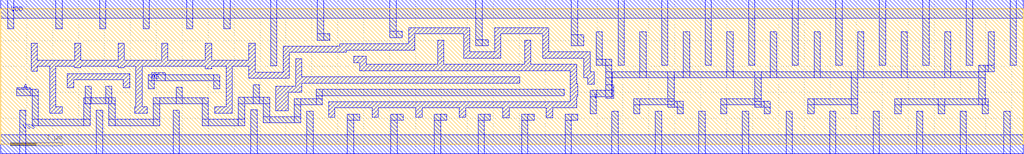
<source format=lef>
VERSION 5.6 ;
BUSBITCHARS "[]" ;
DIVIDERCHAR "/" ;

UNITS
  CAPACITANCE PICOFARADS 1 ;
  DATABASE MICRONS 2000 ;
END UNITS
MANUFACTURINGGRID 0.005 ;
LAYER Oxide
  TYPE MASTERSLICE ;
END Oxide

LAYER Poly
  TYPE MASTERSLICE ;
END Poly

LAYER Nhvt
  TYPE IMPLANT ;
END Nhvt

LAYER Nimp
  TYPE IMPLANT ;
  WIDTH 0.24 ;
  SPACING 0.24 ;
END Nimp

LAYER Phvt
  TYPE IMPLANT ;
END Phvt

LAYER Pimp
  TYPE IMPLANT ;
  WIDTH 0.24 ;
  SPACING 0.24 ;
  SPACING 0 LAYER Nimp ;
END Pimp

LAYER Nzvt
  TYPE IMPLANT ;
  WIDTH 0.7 ;
  SPACING 0.6 ;
END Nzvt

LAYER SiProt
  TYPE IMPLANT ;
  WIDTH 0.44 ;
  SPACING 0.44 ;
END SiProt

LAYER Cont
  TYPE CUT ;
  SPACING 0.14 ;
  SPACING 0.16 ADJACENTCUTS 3 WITHIN 0.17 ;
  WIDTH 0.12 ;
  ENCLOSURE BELOW 0.04 0.06 ;
  ENCLOSURE ABOVE 0 0.06 ;
  ANTENNAMODEL OXIDE1 ;
  DCCURRENTDENSITY AVERAGE 0.1 ;
END Cont

LAYER Metal1
  TYPE ROUTING ;
  DIRECTION HORIZONTAL ;
  PITCH 0.29 0.29 ;
  WIDTH 0.12 ;
  AREA 0.07 ;
  SPACINGTABLE
    PARALLELRUNLENGTH 0 0.5585 1.4985 2.9985 4.4985 7.4985 
    WIDTH 0 0.12 0.12 0.12 0.12 0.12 0.12 
    WIDTH 0.18 0.12 0.18 0.18 0.18 0.18 0.18 
    WIDTH 1.5 0.18 0.18 0.5 0.5 0.5 0.5 
    WIDTH 3 0.5 0.5 0.5 0.9 0.9 0.9 
    WIDTH 4.5 0.9 0.9 0.9 0.9 1.5 1.5 
    WIDTH 7.5 1.5 1.5 1.5 1.5 1.5 2.5 ;
  MINIMUMCUT 1 WIDTH 0.12 FROMBELOW ;
  MINIMUMCUT 2 WIDTH 0.4 ;
  MINIMUMCUT 4 WIDTH 1 ;
  MINIMUMCUT 1 WIDTH 0.14 FROMABOVE ;
  MINIMUMCUT 2 WIDTH 2 FROMBELOW LENGTH 20 WITHIN 5 ;
  MINIMUMCUT 2 WIDTH 2 FROMABOVE LENGTH 20 WITHIN 5 ;
  MAXWIDTH 12 ;
  RESISTANCE RPERSQ 0.08 ;
  CAPACITANCE CPERSQDIST 0.0002 ;
  THICKNESS 0.3 ;
  EDGECAPACITANCE 0.0002 ;
  MINIMUMDENSITY 20 ;
  MAXIMUMDENSITY 65 ;
  DENSITYCHECKWINDOW 120 120 ;
  DENSITYCHECKSTEP 60 ;
  ANTENNAMODEL OXIDE1 ;
    ANTENNAAREARATIO 475 ;
    ANTENNACUMAREARATIO 1200 ;
    ANTENNACUMDIFFAREARATIO PWL ( ( 0 1200 ) ( 0.099 1200 ) ( 0.1 55750 ) ( 1 62500 ) ) ;
  DCCURRENTDENSITY AVERAGE 2 ;
END Metal1

LAYER Via1
  TYPE CUT ;
  SPACING 0.15 ;
  SPACING 0.2 ADJACENTCUTS 3 WITHIN 0.21 ;
  WIDTH 0.14 ;
  ENCLOSURE BELOW 0.005 0.06 ;
  ENCLOSURE ABOVE 0.005 0.06 ;
  ANTENNAMODEL OXIDE1 ;
    ANTENNAAREARATIO 25 ;
    ANTENNADIFFAREARATIO PWL ( ( 0 25 ) ( 0.099 25 ) ( 0.1 1025 ) ( 1 1250 ) ) ;
  DCCURRENTDENSITY AVERAGE 0.1 ;
END Via1

LAYER Metal2
  TYPE ROUTING ;
  DIRECTION VERTICAL ;
  PITCH 0.29 0.29 ;
  WIDTH 0.14 ;
  AREA 0.08 ;
  SPACINGTABLE
    PARALLELRUNLENGTH 0 0.5585 1.4985 2.9985 4.4985 7.4985 
    WIDTH 0 0.14 0.14 0.14 0.14 0.14 0.14 
    WIDTH 0.2 0.14 0.2 0.2 0.2 0.2 0.2 
    WIDTH 1.5 0.2 0.2 0.5 0.5 0.5 0.5 
    WIDTH 3 0.5 0.5 0.5 0.9 0.9 0.9 
    WIDTH 4.5 0.9 0.9 0.9 0.9 1.5 1.5 
    WIDTH 7.5 1.5 1.5 1.5 1.5 1.5 2.5 ;
  MINIMUMCUT 1 WIDTH 0.14 ;
  MINIMUMCUT 2 WIDTH 0.4 ;
  MINIMUMCUT 4 WIDTH 1 ;
  MINIMUMCUT 2 WIDTH 2 FROMBELOW LENGTH 20 WITHIN 5 ;
  MINIMUMCUT 2 WIDTH 2 FROMABOVE LENGTH 20 WITHIN 5 ;
  MAXWIDTH 12 ;
  RESISTANCE RPERSQ 0.06 ;
  CAPACITANCE CPERSQDIST 0.0002 ;
  THICKNESS 0.36 ;
  EDGECAPACITANCE 0.0002 ;
  MINIMUMDENSITY 20 ;
  MAXIMUMDENSITY 65 ;
  DENSITYCHECKWINDOW 120 120 ;
  DENSITYCHECKSTEP 60 ;
  ANTENNAMODEL OXIDE1 ;
    ANTENNAAREARATIO 475 ;
    ANTENNACUMAREARATIO 1200 ;
    ANTENNACUMDIFFAREARATIO PWL ( ( 0 1200 ) ( 0.099 1200 ) ( 0.1 55750 ) ( 1 62500 ) ) ;
  DCCURRENTDENSITY AVERAGE 2 ;
END Metal2

LAYER Via2
  TYPE CUT ;
  SPACING 0.15 ;
  SPACING 0.2 ADJACENTCUTS 3 WITHIN 0.21 ;
  WIDTH 0.14 ;
  ENCLOSURE BELOW 0.005 0.06 ;
  ENCLOSURE ABOVE 0.005 0.06 ;
  ANTENNAMODEL OXIDE1 ;
    ANTENNAAREARATIO 25 ;
    ANTENNADIFFAREARATIO PWL ( ( 0 25 ) ( 0.099 25 ) ( 0.1 1025 ) ( 1 1250 ) ) ;
  DCCURRENTDENSITY AVERAGE 0.1 ;
END Via2

LAYER Metal3
  TYPE ROUTING ;
  DIRECTION HORIZONTAL ;
  PITCH 0.29 0.29 ;
  WIDTH 0.14 ;
  AREA 0.08 ;
  SPACINGTABLE
    PARALLELRUNLENGTH 0 0.5585 1.4985 2.9985 4.4985 7.4985 
    WIDTH 0 0.14 0.14 0.14 0.14 0.14 0.14 
    WIDTH 0.2 0.14 0.2 0.2 0.2 0.2 0.2 
    WIDTH 1.5 0.2 0.2 0.5 0.5 0.5 0.5 
    WIDTH 3 0.5 0.5 0.5 0.9 0.9 0.9 
    WIDTH 4.5 0.9 0.9 0.9 0.9 1.5 1.5 
    WIDTH 7.5 1.5 1.5 1.5 1.5 1.5 2.5 ;
  MINIMUMCUT 1 WIDTH 0.14 ;
  MINIMUMCUT 2 WIDTH 0.4 ;
  MINIMUMCUT 4 WIDTH 1 ;
  MINIMUMCUT 2 WIDTH 2 FROMBELOW LENGTH 20 WITHIN 5 ;
  MINIMUMCUT 2 WIDTH 2 FROMABOVE LENGTH 20 WITHIN 5 ;
  MAXWIDTH 12 ;
  RESISTANCE RPERSQ 0.06 ;
  CAPACITANCE CPERSQDIST 0.0002 ;
  THICKNESS 0.36 ;
  EDGECAPACITANCE 0.0002 ;
  MINIMUMDENSITY 20 ;
  MAXIMUMDENSITY 65 ;
  DENSITYCHECKWINDOW 120 120 ;
  DENSITYCHECKSTEP 60 ;
  ANTENNAMODEL OXIDE1 ;
    ANTENNAAREARATIO 475 ;
    ANTENNACUMAREARATIO 1200 ;
    ANTENNACUMDIFFAREARATIO PWL ( ( 0 1200 ) ( 0.099 1200 ) ( 0.1 55750 ) ( 1 62500 ) ) ;
  DCCURRENTDENSITY AVERAGE 2 ;
END Metal3

LAYER Via3
  TYPE CUT ;
  SPACING 0.15 ;
  SPACING 0.2 ADJACENTCUTS 3 WITHIN 0.21 ;
  WIDTH 0.14 ;
  ENCLOSURE BELOW 0.005 0.06 ;
  ENCLOSURE ABOVE 0.005 0.06 ;
  ANTENNAMODEL OXIDE1 ;
    ANTENNAAREARATIO 25 ;
    ANTENNADIFFAREARATIO PWL ( ( 0 25 ) ( 0.099 25 ) ( 0.1 1025 ) ( 1 1250 ) ) ;
  DCCURRENTDENSITY AVERAGE 0.1 ;
END Via3

LAYER Metal4
  TYPE ROUTING ;
  DIRECTION VERTICAL ;
  PITCH 0.29 0.29 ;
  WIDTH 0.14 ;
  AREA 0.08 ;
  SPACINGTABLE
    PARALLELRUNLENGTH 0 0.5585 1.4985 2.9985 4.4985 7.4985 
    WIDTH 0 0.14 0.14 0.14 0.14 0.14 0.14 
    WIDTH 0.2 0.14 0.2 0.2 0.2 0.2 0.2 
    WIDTH 1.5 0.2 0.2 0.5 0.5 0.5 0.5 
    WIDTH 3 0.5 0.5 0.5 0.9 0.9 0.9 
    WIDTH 4.5 0.9 0.9 0.9 0.9 1.5 1.5 
    WIDTH 7.5 1.5 1.5 1.5 1.5 1.5 2.5 ;
  MINIMUMCUT 1 WIDTH 0.14 ;
  MINIMUMCUT 2 WIDTH 0.4 ;
  MINIMUMCUT 4 WIDTH 1 ;
  MINIMUMCUT 2 WIDTH 2 FROMBELOW LENGTH 20 WITHIN 5 ;
  MINIMUMCUT 2 WIDTH 2 FROMABOVE LENGTH 20 WITHIN 5 ;
  MAXWIDTH 12 ;
  RESISTANCE RPERSQ 0.06 ;
  CAPACITANCE CPERSQDIST 0.0002 ;
  THICKNESS 0.36 ;
  EDGECAPACITANCE 0.0002 ;
  MINIMUMDENSITY 20 ;
  MAXIMUMDENSITY 65 ;
  DENSITYCHECKWINDOW 120 120 ;
  DENSITYCHECKSTEP 60 ;
  ANTENNAMODEL OXIDE1 ;
    ANTENNAAREARATIO 475 ;
    ANTENNACUMAREARATIO 1200 ;
    ANTENNACUMDIFFAREARATIO PWL ( ( 0 1200 ) ( 0.099 1200 ) ( 0.1 55750 ) ( 1 62500 ) ) ;
  DCCURRENTDENSITY AVERAGE 2 ;
END Metal4

LAYER Via4
  TYPE CUT ;
  SPACING 0.15 ;
  SPACING 0.2 ADJACENTCUTS 3 WITHIN 0.21 ;
  WIDTH 0.14 ;
  ENCLOSURE BELOW 0.005 0.06 ;
  ENCLOSURE ABOVE 0.005 0.06 ;
  ANTENNAMODEL OXIDE1 ;
    ANTENNAAREARATIO 25 ;
    ANTENNADIFFAREARATIO PWL ( ( 0 25 ) ( 0.099 25 ) ( 0.1 1025 ) ( 1 1250 ) ) ;
  DCCURRENTDENSITY AVERAGE 0.1 ;
END Via4

LAYER Metal5
  TYPE ROUTING ;
  DIRECTION HORIZONTAL ;
  PITCH 0.29 0.29 ;
  WIDTH 0.14 ;
  AREA 0.08 ;
  SPACINGTABLE
    PARALLELRUNLENGTH 0 0.5585 1.4985 2.9985 4.4985 7.4985 
    WIDTH 0 0.14 0.14 0.14 0.14 0.14 0.14 
    WIDTH 0.2 0.14 0.2 0.2 0.2 0.2 0.2 
    WIDTH 1.5 0.2 0.2 0.5 0.5 0.5 0.5 
    WIDTH 3 0.5 0.5 0.5 0.9 0.9 0.9 
    WIDTH 4.5 0.9 0.9 0.9 0.9 1.5 1.5 
    WIDTH 7.5 1.5 1.5 1.5 1.5 1.5 2.5 ;
  MINIMUMCUT 1 WIDTH 0.14 ;
  MINIMUMCUT 2 WIDTH 0.4 ;
  MINIMUMCUT 4 WIDTH 1 ;
  MINIMUMCUT 2 WIDTH 2 FROMBELOW LENGTH 20 WITHIN 5 ;
  MINIMUMCUT 2 WIDTH 2 FROMABOVE LENGTH 20 WITHIN 5 ;
  MAXWIDTH 12 ;
  RESISTANCE RPERSQ 0.06 ;
  CAPACITANCE CPERSQDIST 0.0002 ;
  THICKNESS 0.36 ;
  EDGECAPACITANCE 0.0002 ;
  MINIMUMDENSITY 20 ;
  MAXIMUMDENSITY 65 ;
  DENSITYCHECKWINDOW 120 120 ;
  DENSITYCHECKSTEP 60 ;
  ANTENNAMODEL OXIDE1 ;
    ANTENNAAREARATIO 475 ;
    ANTENNACUMAREARATIO 1200 ;
    ANTENNACUMDIFFAREARATIO PWL ( ( 0 1200 ) ( 0.099 1200 ) ( 0.1 55750 ) ( 1 62500 ) ) ;
  DCCURRENTDENSITY AVERAGE 2 ;
END Metal5

LAYER Via5
  TYPE CUT ;
  SPACING 0.15 ;
  SPACING 0.2 ADJACENTCUTS 3 WITHIN 0.21 ;
  WIDTH 0.14 ;
  ENCLOSURE BELOW 0.005 0.06 ;
  ENCLOSURE ABOVE 0.005 0.06 ;
  ANTENNAMODEL OXIDE1 ;
    ANTENNAAREARATIO 25 ;
    ANTENNADIFFAREARATIO PWL ( ( 0 25 ) ( 0.099 25 ) ( 0.1 1025 ) ( 1 1250 ) ) ;
  DCCURRENTDENSITY AVERAGE 0.1 ;
END Via5

LAYER Metal6
  TYPE ROUTING ;
  DIRECTION VERTICAL ;
  PITCH 0.29 0.29 ;
  WIDTH 0.14 ;
  AREA 0.08 ;
  SPACINGTABLE
    PARALLELRUNLENGTH 0 0.5585 1.4985 2.9985 4.4985 7.4985 
    WIDTH 0 0.14 0.14 0.14 0.14 0.14 0.14 
    WIDTH 0.2 0.14 0.2 0.2 0.2 0.2 0.2 
    WIDTH 1.5 0.2 0.2 0.5 0.5 0.5 0.5 
    WIDTH 3 0.5 0.5 0.5 0.9 0.9 0.9 
    WIDTH 4.5 0.9 0.9 0.9 0.9 1.5 1.5 
    WIDTH 7.5 1.5 1.5 1.5 1.5 1.5 2.5 ;
  MINIMUMCUT 1 WIDTH 0.14 ;
  MINIMUMCUT 2 WIDTH 0.4 FROMBELOW ;
  MINIMUMCUT 4 WIDTH 1 FROMBELOW ;
  MINIMUMCUT 2 WIDTH 1.6 FROMABOVE ;
  MINIMUMCUT 4 WIDTH 4 FROMABOVE ;
  MINIMUMCUT 2 WIDTH 2 FROMBELOW LENGTH 20 WITHIN 5 ;
  MINIMUMCUT 2 WIDTH 2 FROMABOVE LENGTH 20 WITHIN 5 ;
  MAXWIDTH 12 ;
  RESISTANCE RPERSQ 0.06 ;
  CAPACITANCE CPERSQDIST 0.0002 ;
  THICKNESS 0.36 ;
  EDGECAPACITANCE 0.0002 ;
  MINIMUMDENSITY 20 ;
  MAXIMUMDENSITY 65 ;
  DENSITYCHECKWINDOW 120 120 ;
  DENSITYCHECKSTEP 60 ;
  ANTENNAMODEL OXIDE1 ;
    ANTENNAAREARATIO 475 ;
    ANTENNACUMAREARATIO 1200 ;
    ANTENNACUMDIFFAREARATIO PWL ( ( 0 1200 ) ( 0.099 1200 ) ( 0.1 55750 ) ( 1 62500 ) ) ;
  DCCURRENTDENSITY AVERAGE 2 ;
END Metal6

LAYER Via6
  TYPE CUT ;
  SPACING 0.15 ;
  SPACING 0.2 ADJACENTCUTS 3 WITHIN 0.21 ;
  WIDTH 0.14 ;
  ENCLOSURE BELOW 0.005 0.06 ;
  ENCLOSURE ABOVE 0.005 0.06 ;
  ANTENNAMODEL OXIDE1 ;
    ANTENNAAREARATIO 25 ;
    ANTENNADIFFAREARATIO PWL ( ( 0 25 ) ( 0.099 25 ) ( 0.1 1025 ) ( 1 1250 ) ) ;
  DCCURRENTDENSITY AVERAGE 0.1 ;
END Via6

LAYER Metal7
  TYPE ROUTING ;
  DIRECTION HORIZONTAL ;
  PITCH 0.29 0.29 ;
  WIDTH 0.14 ;
  AREA 0.08 ;
  SPACINGTABLE
    PARALLELRUNLENGTH 0 0.5585 1.4985 2.9985 4.4985 7.4985 
    WIDTH 0 0.14 0.14 0.14 0.14 0.14 0.14 
    WIDTH 0.2 0.14 0.2 0.2 0.2 0.2 0.2 
    WIDTH 1.5 0.2 0.2 0.5 0.5 0.5 0.5 
    WIDTH 3 0.5 0.5 0.5 0.9 0.9 0.9 
    WIDTH 4.5 0.9 0.9 0.9 0.9 1.5 1.5 
    WIDTH 7.5 1.5 1.5 1.5 1.5 1.5 2.5 ;
  MINIMUMCUT 1 WIDTH 0.14 FROMBELOW ;
  MINIMUMCUT 2 WIDTH 1.6 FROMBELOW ;
  MINIMUMCUT 4 WIDTH 4 FROMBELOW ;
  MINIMUMCUT 2 WIDTH 2 FROMBELOW LENGTH 20 WITHIN 5 ;
  MINIMUMCUT 2 WIDTH 2 FROMABOVE LENGTH 20 WITHIN 5 ;
  MAXWIDTH 12 ;
  RESISTANCE RPERSQ 0.06 ;
  CAPACITANCE CPERSQDIST 0.0002 ;
  THICKNESS 0.36 ;
  EDGECAPACITANCE 0.0002 ;
  MINIMUMDENSITY 20 ;
  MAXIMUMDENSITY 65 ;
  DENSITYCHECKWINDOW 120 120 ;
  DENSITYCHECKSTEP 60 ;
  ANTENNAMODEL OXIDE1 ;
    ANTENNAAREARATIO 475 ;
    ANTENNACUMAREARATIO 1200 ;
    ANTENNACUMDIFFAREARATIO PWL ( ( 0 1200 ) ( 0.099 1200 ) ( 0.1 55750 ) ( 1 62500 ) ) ;
  DCCURRENTDENSITY AVERAGE 2 ;
END Metal7

LAYER Via7
  TYPE CUT ;
  SPACING 0.36 ;
  SPACING 0.54 ADJACENTCUTS 3 WITHIN 0.55 ;
  WIDTH 0.36 ;
  ENCLOSURE BELOW 0.03 0.08 ;
  ENCLOSURE ABOVE 0.05 0.1 ;
  ANTENNAMODEL OXIDE1 ;
    ANTENNAAREARATIO 25 ;
    ANTENNADIFFAREARATIO PWL ( ( 0 25 ) ( 0.099 25 ) ( 0.1 1025 ) ( 1 1250 ) ) ;
  DCCURRENTDENSITY AVERAGE 0.8 ;
END Via7

LAYER Metal8
  TYPE ROUTING ;
  DIRECTION VERTICAL ;
  PITCH 0.87 0.87 ;
  WIDTH 0.44 ;
  AREA 0.2 ;
  SPACINGTABLE
    PARALLELRUNLENGTH 0 1.4985 2.9985 4.4985 7.4985 
    WIDTH 0 0.4 0.4 0.4 0.4 0.4 
    WIDTH 1.5 0.4 0.5 0.5 0.5 0.5 
    WIDTH 3 0.5 0.5 0.9 0.9 0.9 
    WIDTH 4.5 0.9 0.9 0.9 1.5 1.5 
    WIDTH 7.5 1.5 1.5 1.5 1.5 2.5 ;
  MINIMUMCUT 2 WIDTH 2 FROMBELOW LENGTH 20 WITHIN 5 ;
  MINIMUMCUT 2 WIDTH 2 FROMABOVE LENGTH 20 WITHIN 5 ;
  MAXWIDTH 12 ;
  RESISTANCE RPERSQ 0.02 ;
  CAPACITANCE CPERSQDIST 0.0002 ;
  THICKNESS 1 ;
  EDGECAPACITANCE 0.0002 ;
  MINIMUMDENSITY 20 ;
  MAXIMUMDENSITY 65 ;
  DENSITYCHECKWINDOW 120 120 ;
  DENSITYCHECKSTEP 60 ;
  ANTENNAMODEL OXIDE1 ;
    ANTENNAAREARATIO 475 ;
    ANTENNACUMAREARATIO 1200 ;
    ANTENNACUMDIFFAREARATIO PWL ( ( 0 1200 ) ( 0.099 1200 ) ( 0.1 55750 ) ( 1 62500 ) ) ;
  DCCURRENTDENSITY AVERAGE 8 ;
END Metal8

LAYER Via8
  TYPE CUT ;
  SPACING 0.36 ;
  SPACING 0.54 ADJACENTCUTS 3 WITHIN 0.55 ;
  WIDTH 0.36 ;
  ENCLOSURE BELOW 0.03 0.08 ;
  ENCLOSURE ABOVE 0.05 0.1 ;
  ANTENNAMODEL OXIDE1 ;
    ANTENNAAREARATIO 25 ;
    ANTENNADIFFAREARATIO PWL ( ( 0 25 ) ( 0.099 25 ) ( 0.1 1025 ) ( 1 1250 ) ) ;
  DCCURRENTDENSITY AVERAGE 0.8 ;
END Via8

LAYER Metal9
  TYPE ROUTING ;
  DIRECTION HORIZONTAL ;
  PITCH 0.87 0.87 ;
  WIDTH 0.44 ;
  AREA 0.2 ;
  SPACINGTABLE
    PARALLELRUNLENGTH 0 1.4985 2.9985 4.4985 7.4985 
    WIDTH 0 0.4 0.4 0.4 0.4 0.4 
    WIDTH 1.5 0.4 0.5 0.5 0.5 0.5 
    WIDTH 3 0.5 0.5 0.9 0.9 0.9 
    WIDTH 4.5 0.9 0.9 0.9 1.5 1.5 
    WIDTH 7.5 1.5 1.5 1.5 1.5 2.5 ;
  MINIMUMCUT 2 WIDTH 2 FROMBELOW LENGTH 20 WITHIN 5 ;
  MAXWIDTH 12 ;
  RESISTANCE RPERSQ 0.02 ;
  CAPACITANCE CPERSQDIST 0.0002 ;
  THICKNESS 1 ;
  EDGECAPACITANCE 0.0002 ;
  MINIMUMDENSITY 20 ;
  MAXIMUMDENSITY 65 ;
  DENSITYCHECKWINDOW 120 120 ;
  DENSITYCHECKSTEP 60 ;
  ANTENNAMODEL OXIDE1 ;
    ANTENNAAREARATIO 475 ;
    ANTENNACUMAREARATIO 1200 ;
    ANTENNACUMDIFFAREARATIO PWL ( ( 0 1200 ) ( 0.099 1200 ) ( 0.1 55750 ) ( 1 62500 ) ) ;
  DCCURRENTDENSITY AVERAGE 8 ;
END Metal9

LAYER OVERLAP
  TYPE OVERLAP ;
END OVERLAP

MAXVIASTACK 4 RANGE Metal1 Metal7 ;
VIA VIA1X DEFAULT
  LAYER Metal1 ;
    RECT -0.13 -0.075 0.13 0.075 ;
  LAYER Via1 ;
    RECT -0.07 -0.07 0.07 0.07 ;
  LAYER Metal2 ;
    RECT -0.075 -0.13 0.075 0.13 ;
  RESISTANCE 1.4 ;
END VIA1X

VIA VIA1V DEFAULT
  LAYER Metal1 ;
    RECT -0.075 -0.13 0.075 0.13 ;
  LAYER Via1 ;
    RECT -0.07 -0.07 0.07 0.07 ;
  LAYER Metal2 ;
    RECT -0.075 -0.13 0.075 0.13 ;
  RESISTANCE 1.4 ;
END VIA1V

VIA VIA1H DEFAULT
  LAYER Metal1 ;
    RECT -0.13 -0.075 0.13 0.075 ;
  LAYER Via1 ;
    RECT -0.07 -0.07 0.07 0.07 ;
  LAYER Metal2 ;
    RECT -0.13 -0.075 0.13 0.075 ;
  RESISTANCE 1.4 ;
END VIA1H

VIA VIA1XR90 DEFAULT
  LAYER Metal1 ;
    RECT -0.075 -0.13 0.075 0.13 ;
  LAYER Via1 ;
    RECT -0.07 -0.07 0.07 0.07 ;
  LAYER Metal2 ;
    RECT -0.13 -0.075 0.13 0.075 ;
  RESISTANCE 1.4 ;
END VIA1XR90

VIA VIA1_2CUT_E DEFAULT
  LAYER Metal1 ;
    RECT -0.13 -0.075 0.42 0.075 ;
  LAYER Via1 ;
    RECT -0.07 -0.07 0.07 0.07 ;
    RECT 0.22 -0.07 0.36 0.07 ;
  LAYER Metal2 ;
    RECT -0.13 -0.075 0.42 0.075 ;
  RESISTANCE 0.7 ;
END VIA1_2CUT_E

VIA VIA1_2CUT_W DEFAULT
  LAYER Metal1 ;
    RECT -0.42 -0.075 0.13 0.075 ;
  LAYER Via1 ;
    RECT -0.36 -0.07 -0.22 0.07 ;
    RECT -0.07 -0.07 0.07 0.07 ;
  LAYER Metal2 ;
    RECT -0.42 -0.075 0.13 0.075 ;
  RESISTANCE 0.7 ;
END VIA1_2CUT_W

VIA VIA1_2CUT_N DEFAULT
  LAYER Metal1 ;
    RECT -0.075 -0.13 0.075 0.42 ;
  LAYER Via1 ;
    RECT -0.07 -0.07 0.07 0.07 ;
    RECT -0.07 0.22 0.07 0.36 ;
  LAYER Metal2 ;
    RECT -0.075 -0.13 0.075 0.42 ;
  RESISTANCE 0.7 ;
END VIA1_2CUT_N

VIA VIA1_2CUT_S DEFAULT
  LAYER Metal1 ;
    RECT -0.075 -0.42 0.075 0.13 ;
  LAYER Via1 ;
    RECT -0.07 -0.36 0.07 -0.22 ;
    RECT -0.07 -0.07 0.07 0.07 ;
  LAYER Metal2 ;
    RECT -0.075 -0.42 0.075 0.13 ;
  RESISTANCE 0.7 ;
END VIA1_2CUT_S

VIA VIA1_2X2CUT DEFAULT
  LAYER Metal1 ;
    RECT -0.275 -0.22 0.275 0.22 ;
  LAYER Via1 ;
    RECT 0.075 0.075 0.215 0.215 ;
    RECT -0.215 0.075 -0.075 0.215 ;
    RECT -0.215 -0.215 -0.075 -0.075 ;
    RECT 0.075 -0.215 0.215 -0.075 ;
  LAYER Metal2 ;
    RECT -0.22 -0.275 0.22 0.275 ;
  RESISTANCE 0.35 ;
END VIA1_2X2CUT

VIA VIA2X DEFAULT
  LAYER Metal2 ;
    RECT -0.075 -0.13 0.075 0.13 ;
  LAYER Via2 ;
    RECT -0.07 -0.07 0.07 0.07 ;
  LAYER Metal3 ;
    RECT -0.13 -0.075 0.13 0.075 ;
  RESISTANCE 1.4 ;
END VIA2X

VIA VIA2H DEFAULT
  LAYER Metal2 ;
    RECT -0.13 -0.075 0.13 0.075 ;
  LAYER Via2 ;
    RECT -0.07 -0.07 0.07 0.07 ;
  LAYER Metal3 ;
    RECT -0.13 -0.075 0.13 0.075 ;
  RESISTANCE 1.4 ;
END VIA2H

VIA VIA2V DEFAULT
  LAYER Metal2 ;
    RECT -0.075 -0.13 0.075 0.13 ;
  LAYER Via2 ;
    RECT -0.07 -0.07 0.07 0.07 ;
  LAYER Metal3 ;
    RECT -0.075 -0.13 0.075 0.13 ;
  RESISTANCE 1.4 ;
END VIA2V

VIA VIA2XR90 DEFAULT
  LAYER Metal2 ;
    RECT -0.13 -0.075 0.13 0.075 ;
  LAYER Via2 ;
    RECT -0.07 -0.07 0.07 0.07 ;
  LAYER Metal3 ;
    RECT -0.075 -0.13 0.075 0.13 ;
  RESISTANCE 1.4 ;
END VIA2XR90

VIA VIA2TOS DEFAULT
  LAYER Metal2 ;
    RECT -0.075 -0.27 0.075 0.27 ;
  LAYER Via2 ;
    RECT -0.07 -0.07 0.07 0.07 ;
  LAYER Metal3 ;
    RECT -0.13 -0.075 0.13 0.075 ;
  RESISTANCE 1.4 ;
END VIA2TOS

VIA VIA2TOS_S DEFAULT
  LAYER Metal2 ;
    RECT -0.075 -0.41 0.075 0.13 ;
  LAYER Via2 ;
    RECT -0.07 -0.07 0.07 0.07 ;
  LAYER Metal3 ;
    RECT -0.13 -0.075 0.13 0.075 ;
  RESISTANCE 1.4 ;
END VIA2TOS_S

VIA VIA2TOS_N DEFAULT
  LAYER Metal2 ;
    RECT -0.075 -0.13 0.075 0.41 ;
  LAYER Via2 ;
    RECT -0.07 -0.07 0.07 0.07 ;
  LAYER Metal3 ;
    RECT -0.13 -0.075 0.13 0.075 ;
  RESISTANCE 1.4 ;
END VIA2TOS_N

VIA VIA2_2CUT_N DEFAULT
  LAYER Metal2 ;
    RECT -0.075 -0.13 0.075 0.42 ;
  LAYER Via2 ;
    RECT -0.07 -0.07 0.07 0.07 ;
    RECT -0.07 0.22 0.07 0.36 ;
  LAYER Metal3 ;
    RECT -0.075 -0.13 0.075 0.42 ;
  RESISTANCE 0.7 ;
END VIA2_2CUT_N

VIA VIA2_2CUT_S DEFAULT
  LAYER Metal2 ;
    RECT -0.075 -0.42 0.075 0.13 ;
  LAYER Via2 ;
    RECT -0.07 -0.36 0.07 -0.22 ;
    RECT -0.07 -0.07 0.07 0.07 ;
  LAYER Metal3 ;
    RECT -0.075 -0.42 0.075 0.13 ;
  RESISTANCE 0.7 ;
END VIA2_2CUT_S

VIA VIA2_2CUT_E DEFAULT
  LAYER Metal2 ;
    RECT -0.13 -0.075 0.42 0.075 ;
  LAYER Via2 ;
    RECT -0.07 -0.07 0.07 0.07 ;
    RECT 0.22 -0.07 0.36 0.07 ;
  LAYER Metal3 ;
    RECT -0.13 -0.075 0.42 0.075 ;
  RESISTANCE 0.7 ;
END VIA2_2CUT_E

VIA VIA2_2CUT_W DEFAULT
  LAYER Metal2 ;
    RECT -0.42 -0.075 0.13 0.075 ;
  LAYER Via2 ;
    RECT -0.36 -0.07 -0.22 0.07 ;
    RECT -0.07 -0.07 0.07 0.07 ;
  LAYER Metal3 ;
    RECT -0.42 -0.075 0.13 0.075 ;
  RESISTANCE 0.7 ;
END VIA2_2CUT_W

VIA VIA2_2X2CUT DEFAULT
  LAYER Metal2 ;
    RECT -0.22 -0.275 0.22 0.275 ;
  LAYER Via2 ;
    RECT 0.075 0.075 0.215 0.215 ;
    RECT -0.215 0.075 -0.075 0.215 ;
    RECT -0.215 -0.215 -0.075 -0.075 ;
    RECT 0.075 -0.215 0.215 -0.075 ;
  LAYER Metal3 ;
    RECT -0.275 -0.22 0.275 0.22 ;
  RESISTANCE 0.35 ;
END VIA2_2X2CUT

VIA VIA3X DEFAULT
  LAYER Metal3 ;
    RECT -0.13 -0.075 0.13 0.075 ;
  LAYER Via3 ;
    RECT -0.07 -0.07 0.07 0.07 ;
  LAYER Metal4 ;
    RECT -0.075 -0.13 0.075 0.13 ;
  RESISTANCE 1.4 ;
END VIA3X

VIA VIA3H DEFAULT
  LAYER Metal3 ;
    RECT -0.13 -0.075 0.13 0.075 ;
  LAYER Via3 ;
    RECT -0.07 -0.07 0.07 0.07 ;
  LAYER Metal4 ;
    RECT -0.13 -0.075 0.13 0.075 ;
  RESISTANCE 1.4 ;
END VIA3H

VIA VIA3V DEFAULT
  LAYER Metal3 ;
    RECT -0.075 -0.13 0.075 0.13 ;
  LAYER Via3 ;
    RECT -0.07 -0.07 0.07 0.07 ;
  LAYER Metal4 ;
    RECT -0.075 -0.13 0.075 0.13 ;
  RESISTANCE 1.4 ;
END VIA3V

VIA VIA3XR90 DEFAULT
  LAYER Metal3 ;
    RECT -0.075 -0.13 0.075 0.13 ;
  LAYER Via3 ;
    RECT -0.07 -0.07 0.07 0.07 ;
  LAYER Metal4 ;
    RECT -0.13 -0.075 0.13 0.075 ;
  RESISTANCE 1.4 ;
END VIA3XR90

VIA VIA3TOS_E DEFAULT
  LAYER Metal3 ;
    RECT -0.13 -0.075 0.41 0.075 ;
  LAYER Via3 ;
    RECT -0.07 -0.07 0.07 0.07 ;
  LAYER Metal4 ;
    RECT -0.075 -0.13 0.075 0.13 ;
  RESISTANCE 1.4 ;
END VIA3TOS_E

VIA VIA3TOS_W DEFAULT
  LAYER Metal3 ;
    RECT -0.41 -0.075 0.13 0.075 ;
  LAYER Via3 ;
    RECT -0.07 -0.07 0.07 0.07 ;
  LAYER Metal4 ;
    RECT -0.075 -0.13 0.075 0.13 ;
  RESISTANCE 1.4 ;
END VIA3TOS_W

VIA VIA3TOS DEFAULT
  LAYER Metal3 ;
    RECT -0.27 -0.075 0.27 0.075 ;
  LAYER Via3 ;
    RECT -0.07 -0.07 0.07 0.07 ;
  LAYER Metal4 ;
    RECT -0.075 -0.13 0.075 0.13 ;
  RESISTANCE 1.4 ;
END VIA3TOS

VIA VIA3_2CUT_E DEFAULT
  LAYER Metal3 ;
    RECT -0.13 -0.075 0.42 0.075 ;
  LAYER Via3 ;
    RECT -0.07 -0.07 0.07 0.07 ;
    RECT 0.22 -0.07 0.36 0.07 ;
  LAYER Metal4 ;
    RECT -0.13 -0.075 0.42 0.075 ;
  RESISTANCE 0.7 ;
END VIA3_2CUT_E

VIA VIA3_2CUT_W DEFAULT
  LAYER Metal3 ;
    RECT -0.42 -0.075 0.13 0.075 ;
  LAYER Via3 ;
    RECT -0.36 -0.07 -0.22 0.07 ;
    RECT -0.07 -0.07 0.07 0.07 ;
  LAYER Metal4 ;
    RECT -0.42 -0.075 0.13 0.075 ;
  RESISTANCE 0.7 ;
END VIA3_2CUT_W

VIA VIA3_2CUT_N DEFAULT
  LAYER Metal3 ;
    RECT -0.075 -0.13 0.075 0.42 ;
  LAYER Via3 ;
    RECT -0.07 -0.07 0.07 0.07 ;
    RECT -0.07 0.22 0.07 0.36 ;
  LAYER Metal4 ;
    RECT -0.075 -0.13 0.075 0.42 ;
  RESISTANCE 0.7 ;
END VIA3_2CUT_N

VIA VIA3_2CUT_S DEFAULT
  LAYER Metal3 ;
    RECT -0.075 -0.42 0.075 0.13 ;
  LAYER Via3 ;
    RECT -0.07 -0.36 0.07 -0.22 ;
    RECT -0.07 -0.07 0.07 0.07 ;
  LAYER Metal4 ;
    RECT -0.075 -0.42 0.075 0.13 ;
  RESISTANCE 0.7 ;
END VIA3_2CUT_S

VIA VIA3_2X2CUT DEFAULT
  LAYER Metal3 ;
    RECT -0.275 -0.22 0.275 0.22 ;
  LAYER Via3 ;
    RECT 0.075 0.075 0.215 0.215 ;
    RECT -0.215 0.075 -0.075 0.215 ;
    RECT -0.215 -0.215 -0.075 -0.075 ;
    RECT 0.075 -0.215 0.215 -0.075 ;
  LAYER Metal4 ;
    RECT -0.22 -0.275 0.22 0.275 ;
  RESISTANCE 0.35 ;
END VIA3_2X2CUT

VIA VIA4X DEFAULT
  LAYER Metal4 ;
    RECT -0.075 -0.13 0.075 0.13 ;
  LAYER Via4 ;
    RECT -0.07 -0.07 0.07 0.07 ;
  LAYER Metal5 ;
    RECT -0.13 -0.075 0.13 0.075 ;
  RESISTANCE 1.4 ;
END VIA4X

VIA VIA4H DEFAULT
  LAYER Metal4 ;
    RECT -0.13 -0.075 0.13 0.075 ;
  LAYER Via4 ;
    RECT -0.07 -0.07 0.07 0.07 ;
  LAYER Metal5 ;
    RECT -0.13 -0.075 0.13 0.075 ;
  RESISTANCE 1.4 ;
END VIA4H

VIA VIA4V DEFAULT
  LAYER Metal4 ;
    RECT -0.075 -0.13 0.075 0.13 ;
  LAYER Via4 ;
    RECT -0.07 -0.07 0.07 0.07 ;
  LAYER Metal5 ;
    RECT -0.075 -0.13 0.075 0.13 ;
  RESISTANCE 1.4 ;
END VIA4V

VIA VIA4XR90 DEFAULT
  LAYER Metal4 ;
    RECT -0.13 -0.075 0.13 0.075 ;
  LAYER Via4 ;
    RECT -0.07 -0.07 0.07 0.07 ;
  LAYER Metal5 ;
    RECT -0.075 -0.13 0.075 0.13 ;
  RESISTANCE 1.4 ;
END VIA4XR90

VIA VIA4TOS DEFAULT
  LAYER Metal4 ;
    RECT -0.075 -0.27 0.075 0.27 ;
  LAYER Via4 ;
    RECT -0.07 -0.07 0.07 0.07 ;
  LAYER Metal5 ;
    RECT -0.13 -0.075 0.13 0.075 ;
  RESISTANCE 1.4 ;
END VIA4TOS

VIA VIA4TOS_S DEFAULT
  LAYER Metal4 ;
    RECT -0.075 -0.41 0.075 0.13 ;
  LAYER Via4 ;
    RECT -0.07 -0.07 0.07 0.07 ;
  LAYER Metal5 ;
    RECT -0.13 -0.075 0.13 0.075 ;
  RESISTANCE 1.4 ;
END VIA4TOS_S

VIA VIA4TOS_N DEFAULT
  LAYER Metal4 ;
    RECT -0.075 -0.13 0.075 0.41 ;
  LAYER Via4 ;
    RECT -0.07 -0.07 0.07 0.07 ;
  LAYER Metal5 ;
    RECT -0.13 -0.075 0.13 0.075 ;
  RESISTANCE 1.4 ;
END VIA4TOS_N

VIA VIA4_2CUT_N DEFAULT
  LAYER Metal4 ;
    RECT -0.075 -0.13 0.075 0.42 ;
  LAYER Via4 ;
    RECT -0.07 -0.07 0.07 0.07 ;
    RECT -0.07 0.22 0.07 0.36 ;
  LAYER Metal5 ;
    RECT -0.075 -0.13 0.075 0.42 ;
  RESISTANCE 0.7 ;
END VIA4_2CUT_N

VIA VIA4_2CUT_S DEFAULT
  LAYER Metal4 ;
    RECT -0.075 -0.42 0.075 0.13 ;
  LAYER Via4 ;
    RECT -0.07 -0.36 0.07 -0.22 ;
    RECT -0.07 -0.07 0.07 0.07 ;
  LAYER Metal5 ;
    RECT -0.075 -0.42 0.075 0.13 ;
  RESISTANCE 0.7 ;
END VIA4_2CUT_S

VIA VIA4_2CUT_E DEFAULT
  LAYER Metal4 ;
    RECT -0.13 -0.075 0.42 0.075 ;
  LAYER Via4 ;
    RECT -0.07 -0.07 0.07 0.07 ;
    RECT 0.22 -0.07 0.36 0.07 ;
  LAYER Metal5 ;
    RECT -0.13 -0.075 0.42 0.075 ;
  RESISTANCE 0.7 ;
END VIA4_2CUT_E

VIA VIA4_2CUT_W DEFAULT
  LAYER Metal4 ;
    RECT -0.42 -0.075 0.13 0.075 ;
  LAYER Via4 ;
    RECT -0.36 -0.07 -0.22 0.07 ;
    RECT -0.07 -0.07 0.07 0.07 ;
  LAYER Metal5 ;
    RECT -0.42 -0.075 0.13 0.075 ;
  RESISTANCE 0.7 ;
END VIA4_2CUT_W

VIA VIA4_2X2CUT DEFAULT
  LAYER Metal4 ;
    RECT -0.22 -0.275 0.22 0.275 ;
  LAYER Via4 ;
    RECT 0.075 0.075 0.215 0.215 ;
    RECT -0.215 0.075 -0.075 0.215 ;
    RECT -0.215 -0.215 -0.075 -0.075 ;
    RECT 0.075 -0.215 0.215 -0.075 ;
  LAYER Metal5 ;
    RECT -0.275 -0.22 0.275 0.22 ;
  RESISTANCE 0.35 ;
END VIA4_2X2CUT

VIA VIA5X DEFAULT
  LAYER Metal5 ;
    RECT -0.13 -0.075 0.13 0.075 ;
  LAYER Via5 ;
    RECT -0.07 -0.07 0.07 0.07 ;
  LAYER Metal6 ;
    RECT -0.075 -0.13 0.075 0.13 ;
  RESISTANCE 1.4 ;
END VIA5X

VIA VIA5H DEFAULT
  LAYER Metal5 ;
    RECT -0.13 -0.075 0.13 0.075 ;
  LAYER Via5 ;
    RECT -0.07 -0.07 0.07 0.07 ;
  LAYER Metal6 ;
    RECT -0.13 -0.075 0.13 0.075 ;
  RESISTANCE 1.4 ;
END VIA5H

VIA VIA5V DEFAULT
  LAYER Metal5 ;
    RECT -0.075 -0.13 0.075 0.13 ;
  LAYER Via5 ;
    RECT -0.07 -0.07 0.07 0.07 ;
  LAYER Metal6 ;
    RECT -0.075 -0.13 0.075 0.13 ;
  RESISTANCE 1.4 ;
END VIA5V

VIA VIA5XR90 DEFAULT
  LAYER Metal5 ;
    RECT -0.075 -0.13 0.075 0.13 ;
  LAYER Via5 ;
    RECT -0.07 -0.07 0.07 0.07 ;
  LAYER Metal6 ;
    RECT -0.13 -0.075 0.13 0.075 ;
  RESISTANCE 1.4 ;
END VIA5XR90

VIA VIA5TOS_E DEFAULT
  LAYER Metal5 ;
    RECT -0.13 -0.075 0.41 0.075 ;
  LAYER Via5 ;
    RECT -0.07 -0.07 0.07 0.07 ;
  LAYER Metal6 ;
    RECT -0.075 -0.13 0.075 0.13 ;
  RESISTANCE 1.4 ;
END VIA5TOS_E

VIA VIA5TOS_W DEFAULT
  LAYER Metal5 ;
    RECT -0.41 -0.075 0.13 0.075 ;
  LAYER Via5 ;
    RECT -0.07 -0.07 0.07 0.07 ;
  LAYER Metal6 ;
    RECT -0.075 -0.13 0.075 0.13 ;
  RESISTANCE 1.4 ;
END VIA5TOS_W

VIA VIA5TOS DEFAULT
  LAYER Metal5 ;
    RECT -0.27 -0.075 0.27 0.075 ;
  LAYER Via5 ;
    RECT -0.07 -0.07 0.07 0.07 ;
  LAYER Metal6 ;
    RECT -0.075 -0.13 0.075 0.13 ;
  RESISTANCE 1.4 ;
END VIA5TOS

VIA VIA5_2CUT_E DEFAULT
  LAYER Metal5 ;
    RECT -0.13 -0.075 0.42 0.075 ;
  LAYER Via5 ;
    RECT -0.07 -0.07 0.07 0.07 ;
    RECT 0.22 -0.07 0.36 0.07 ;
  LAYER Metal6 ;
    RECT -0.13 -0.075 0.42 0.075 ;
  RESISTANCE 0.7 ;
END VIA5_2CUT_E

VIA VIA5_2CUT_W DEFAULT
  LAYER Metal5 ;
    RECT -0.42 -0.075 0.13 0.075 ;
  LAYER Via5 ;
    RECT -0.36 -0.07 -0.22 0.07 ;
    RECT -0.07 -0.07 0.07 0.07 ;
  LAYER Metal6 ;
    RECT -0.42 -0.075 0.13 0.075 ;
  RESISTANCE 0.7 ;
END VIA5_2CUT_W

VIA VIA5_2CUT_N DEFAULT
  LAYER Metal5 ;
    RECT -0.075 -0.13 0.075 0.42 ;
  LAYER Via5 ;
    RECT -0.07 -0.07 0.07 0.07 ;
    RECT -0.07 0.22 0.07 0.36 ;
  LAYER Metal6 ;
    RECT -0.075 -0.13 0.075 0.42 ;
  RESISTANCE 0.7 ;
END VIA5_2CUT_N

VIA VIA5_2CUT_S DEFAULT
  LAYER Metal5 ;
    RECT -0.075 -0.42 0.075 0.13 ;
  LAYER Via5 ;
    RECT -0.07 -0.36 0.07 -0.22 ;
    RECT -0.07 -0.07 0.07 0.07 ;
  LAYER Metal6 ;
    RECT -0.075 -0.42 0.075 0.13 ;
  RESISTANCE 0.7 ;
END VIA5_2CUT_S

VIA VIA5_2X2CUT DEFAULT
  LAYER Metal5 ;
    RECT -0.275 -0.22 0.275 0.22 ;
  LAYER Via5 ;
    RECT 0.075 0.075 0.215 0.215 ;
    RECT -0.215 0.075 -0.075 0.215 ;
    RECT -0.215 -0.215 -0.075 -0.075 ;
    RECT 0.075 -0.215 0.215 -0.075 ;
  LAYER Metal6 ;
    RECT -0.22 -0.275 0.22 0.275 ;
  RESISTANCE 0.35 ;
END VIA5_2X2CUT

VIA VIA6X DEFAULT
  LAYER Metal6 ;
    RECT -0.075 -0.13 0.075 0.13 ;
  LAYER Via6 ;
    RECT -0.07 -0.07 0.07 0.07 ;
  LAYER Metal7 ;
    RECT -0.13 -0.075 0.13 0.075 ;
  RESISTANCE 1.4 ;
END VIA6X

VIA VIA6H DEFAULT
  LAYER Metal6 ;
    RECT -0.13 -0.075 0.13 0.075 ;
  LAYER Via6 ;
    RECT -0.07 -0.07 0.07 0.07 ;
  LAYER Metal7 ;
    RECT -0.13 -0.075 0.13 0.075 ;
  RESISTANCE 1.4 ;
END VIA6H

VIA VIA6V DEFAULT
  LAYER Metal6 ;
    RECT -0.075 -0.13 0.075 0.13 ;
  LAYER Via6 ;
    RECT -0.07 -0.07 0.07 0.07 ;
  LAYER Metal7 ;
    RECT -0.075 -0.13 0.075 0.13 ;
  RESISTANCE 1.4 ;
END VIA6V

VIA VIA6XR90 DEFAULT
  LAYER Metal6 ;
    RECT -0.13 -0.075 0.13 0.075 ;
  LAYER Via6 ;
    RECT -0.07 -0.07 0.07 0.07 ;
  LAYER Metal7 ;
    RECT -0.075 -0.13 0.075 0.13 ;
  RESISTANCE 1.4 ;
END VIA6XR90

VIA VIA6TOS DEFAULT
  LAYER Metal6 ;
    RECT -0.075 -0.27 0.075 0.27 ;
  LAYER Via6 ;
    RECT -0.07 -0.07 0.07 0.07 ;
  LAYER Metal7 ;
    RECT -0.13 -0.075 0.13 0.075 ;
  RESISTANCE 1.4 ;
END VIA6TOS

VIA VIA6TOS_S DEFAULT
  LAYER Metal6 ;
    RECT -0.075 -0.41 0.075 0.13 ;
  LAYER Via6 ;
    RECT -0.07 -0.07 0.07 0.07 ;
  LAYER Metal7 ;
    RECT -0.13 -0.075 0.13 0.075 ;
  RESISTANCE 1.4 ;
END VIA6TOS_S

VIA VIA6TOS_N DEFAULT
  LAYER Metal6 ;
    RECT -0.075 -0.13 0.075 0.41 ;
  LAYER Via6 ;
    RECT -0.07 -0.07 0.07 0.07 ;
  LAYER Metal7 ;
    RECT -0.13 -0.075 0.13 0.075 ;
  RESISTANCE 1.4 ;
END VIA6TOS_N

VIA VIA6_2CUT_N DEFAULT
  LAYER Metal6 ;
    RECT -0.075 -0.13 0.075 0.42 ;
  LAYER Via6 ;
    RECT -0.07 -0.07 0.07 0.07 ;
    RECT -0.07 0.22 0.07 0.36 ;
  LAYER Metal7 ;
    RECT -0.075 -0.13 0.075 0.42 ;
  RESISTANCE 0.7 ;
END VIA6_2CUT_N

VIA VIA6_2CUT_S DEFAULT
  LAYER Metal6 ;
    RECT -0.075 -0.42 0.075 0.13 ;
  LAYER Via6 ;
    RECT -0.07 -0.36 0.07 -0.22 ;
    RECT -0.07 -0.07 0.07 0.07 ;
  LAYER Metal7 ;
    RECT -0.075 -0.42 0.075 0.13 ;
  RESISTANCE 0.7 ;
END VIA6_2CUT_S

VIA VIA6_2CUT_E DEFAULT
  LAYER Metal6 ;
    RECT -0.13 -0.075 0.42 0.075 ;
  LAYER Via6 ;
    RECT -0.07 -0.07 0.07 0.07 ;
    RECT 0.22 -0.07 0.36 0.07 ;
  LAYER Metal7 ;
    RECT -0.13 -0.075 0.42 0.075 ;
  RESISTANCE 0.7 ;
END VIA6_2CUT_E

VIA VIA6_2CUT_W DEFAULT
  LAYER Metal6 ;
    RECT -0.42 -0.075 0.13 0.075 ;
  LAYER Via6 ;
    RECT -0.36 -0.07 -0.22 0.07 ;
    RECT -0.07 -0.07 0.07 0.07 ;
  LAYER Metal7 ;
    RECT -0.42 -0.075 0.13 0.075 ;
  RESISTANCE 0.7 ;
END VIA6_2CUT_W

VIA VIA6_2X2CUT DEFAULT
  LAYER Metal6 ;
    RECT -0.22 -0.275 0.22 0.275 ;
  LAYER Via6 ;
    RECT 0.075 0.075 0.215 0.215 ;
    RECT -0.215 0.075 -0.075 0.215 ;
    RECT -0.215 -0.215 -0.075 -0.075 ;
    RECT 0.075 -0.215 0.215 -0.075 ;
  LAYER Metal7 ;
    RECT -0.275 -0.22 0.275 0.22 ;
  RESISTANCE 0.35 ;
END VIA6_2X2CUT

VIA VIA7X DEFAULT
  LAYER Metal7 ;
    RECT -0.26 -0.21 0.26 0.21 ;
  LAYER Via7 ;
    RECT -0.18 -0.18 0.18 0.18 ;
  LAYER Metal8 ;
    RECT -0.23 -0.28 0.23 0.28 ;
  RESISTANCE 0.35 ;
END VIA7X

VIA VIA7V DEFAULT
  LAYER Metal7 ;
    RECT -0.21 -0.26 0.21 0.26 ;
  LAYER Via7 ;
    RECT -0.18 -0.18 0.18 0.18 ;
  LAYER Metal8 ;
    RECT -0.23 -0.28 0.23 0.28 ;
  RESISTANCE 0.35 ;
END VIA7V

VIA VIA7H DEFAULT
  LAYER Metal7 ;
    RECT -0.26 -0.21 0.26 0.21 ;
  LAYER Via7 ;
    RECT -0.18 -0.18 0.18 0.18 ;
  LAYER Metal8 ;
    RECT -0.28 -0.23 0.28 0.23 ;
  RESISTANCE 0.35 ;
END VIA7H

VIA VIA7XR90 DEFAULT
  LAYER Metal7 ;
    RECT -0.21 -0.26 0.21 0.26 ;
  LAYER Via7 ;
    RECT -0.18 -0.18 0.18 0.18 ;
  LAYER Metal8 ;
    RECT -0.23 -0.28 0.23 0.28 ;
  RESISTANCE 0.35 ;
END VIA7XR90

VIA VIA7_2CUT_E DEFAULT
  LAYER Metal7 ;
    RECT -0.26 -0.21 0.98 0.21 ;
  LAYER Via7 ;
    RECT -0.18 -0.18 0.18 0.18 ;
    RECT 0.54 -0.18 0.9 0.18 ;
  LAYER Metal8 ;
    RECT -0.28 -0.23 1 0.23 ;
  RESISTANCE 0.175 ;
END VIA7_2CUT_E

VIA VIA7_2CUT_W DEFAULT
  LAYER Metal7 ;
    RECT -0.98 -0.21 0.26 0.21 ;
  LAYER Via7 ;
    RECT -0.9 -0.18 -0.54 0.18 ;
    RECT -0.18 -0.18 0.18 0.18 ;
  LAYER Metal8 ;
    RECT -1 -0.23 0.28 0.23 ;
  RESISTANCE 0.175 ;
END VIA7_2CUT_W

VIA VIA7_2CUT_N DEFAULT
  LAYER Metal7 ;
    RECT -0.21 -0.26 0.21 0.98 ;
  LAYER Via7 ;
    RECT -0.18 -0.18 0.18 0.18 ;
    RECT -0.18 0.54 0.18 0.9 ;
  LAYER Metal8 ;
    RECT -0.23 -0.28 0.23 1 ;
  RESISTANCE 0.175 ;
END VIA7_2CUT_N

VIA VIA7_2CUT_S DEFAULT
  LAYER Metal7 ;
    RECT -0.21 -0.98 0.21 0.26 ;
  LAYER Via7 ;
    RECT -0.18 -0.9 0.18 -0.54 ;
    RECT -0.18 -0.18 0.18 0.18 ;
  LAYER Metal8 ;
    RECT -0.23 -1 0.23 0.28 ;
  RESISTANCE 0.175 ;
END VIA7_2CUT_S

VIA VIA7_2X2CUT DEFAULT
  LAYER Metal7 ;
    RECT -0.71 -0.66 0.71 0.66 ;
  LAYER Via7 ;
    RECT 0.27 0.27 0.63 0.63 ;
    RECT -0.63 0.27 -0.27 0.63 ;
    RECT -0.63 -0.63 -0.27 -0.27 ;
    RECT 0.27 -0.63 0.63 -0.27 ;
  LAYER Metal8 ;
    RECT -0.68 -0.73 0.68 0.73 ;
  RESISTANCE 0.0875 ;
END VIA7_2X2CUT

VIA VIA8X DEFAULT
  LAYER Metal8 ;
    RECT -0.23 -0.26 0.23 0.26 ;
  LAYER Via8 ;
    RECT -0.18 -0.18 0.18 0.18 ;
  LAYER Metal9 ;
    RECT -0.28 -0.23 0.28 0.23 ;
  RESISTANCE 0.35 ;
END VIA8X

VIA VIA8H DEFAULT
  LAYER Metal8 ;
    RECT -0.26 -0.23 0.26 0.23 ;
  LAYER Via8 ;
    RECT -0.18 -0.18 0.18 0.18 ;
  LAYER Metal9 ;
    RECT -0.28 -0.23 0.28 0.23 ;
  RESISTANCE 0.35 ;
END VIA8H

VIA VIA8V DEFAULT
  LAYER Metal8 ;
    RECT -0.23 -0.26 0.23 0.26 ;
  LAYER Via8 ;
    RECT -0.18 -0.18 0.18 0.18 ;
  LAYER Metal9 ;
    RECT -0.23 -0.28 0.23 0.28 ;
  RESISTANCE 0.35 ;
END VIA8V

VIA VIA8XR90 DEFAULT
  LAYER Metal8 ;
    RECT -0.26 -0.23 0.26 0.23 ;
  LAYER Via8 ;
    RECT -0.18 -0.18 0.18 0.18 ;
  LAYER Metal9 ;
    RECT -0.23 -0.28 0.23 0.28 ;
  RESISTANCE 0.35 ;
END VIA8XR90

VIA VIA8_2CUT_E DEFAULT
  LAYER Metal8 ;
    RECT -0.26 -0.23 0.98 0.23 ;
  LAYER Via8 ;
    RECT -0.18 -0.18 0.18 0.18 ;
    RECT 0.54 -0.18 0.9 0.18 ;
  LAYER Metal9 ;
    RECT -0.28 -0.23 1 0.23 ;
  RESISTANCE 0.175 ;
END VIA8_2CUT_E

VIA VIA8_2CUT_W DEFAULT
  LAYER Metal8 ;
    RECT -0.98 -0.23 0.26 0.23 ;
  LAYER Via8 ;
    RECT -0.9 -0.18 -0.54 0.18 ;
    RECT -0.18 -0.18 0.18 0.18 ;
  LAYER Metal9 ;
    RECT -1 -0.23 0.28 0.23 ;
  RESISTANCE 0.175 ;
END VIA8_2CUT_W

VIA VIA8_2CUT_N DEFAULT
  LAYER Metal8 ;
    RECT -0.23 -0.26 0.23 0.98 ;
  LAYER Via8 ;
    RECT -0.18 -0.18 0.18 0.18 ;
    RECT -0.18 0.54 0.18 0.9 ;
  LAYER Metal9 ;
    RECT -0.23 -0.28 0.23 1 ;
  RESISTANCE 0.175 ;
END VIA8_2CUT_N

VIA VIA8_2CUT_S DEFAULT
  LAYER Metal8 ;
    RECT -0.23 -0.98 0.23 0.26 ;
  LAYER Via8 ;
    RECT -0.18 -0.9 0.18 -0.54 ;
    RECT -0.18 -0.18 0.18 0.18 ;
  LAYER Metal9 ;
    RECT -0.23 -1 0.23 0.28 ;
  RESISTANCE 0.175 ;
END VIA8_2CUT_S

VIA VIA8_2X2CUT DEFAULT
  LAYER Metal8 ;
    RECT -0.66 -0.71 0.66 0.71 ;
  LAYER Via8 ;
    RECT 0.27 0.27 0.63 0.63 ;
    RECT -0.63 0.27 -0.27 0.63 ;
    RECT -0.63 -0.63 -0.27 -0.27 ;
    RECT 0.27 -0.63 0.63 -0.27 ;
  LAYER Metal9 ;
    RECT -0.73 -0.68 0.73 0.68 ;
  RESISTANCE 0.0875 ;
END VIA8_2X2CUT

VIA VIA1_2CUT_H
  LAYER Metal1 ;
    RECT -0.275 -0.075 0.275 0.075 ;
  LAYER Via1 ;
    RECT -0.215 -0.07 -0.075 0.07 ;
    RECT 0.075 -0.07 0.215 0.07 ;
  LAYER Metal2 ;
    RECT -0.275 -0.075 0.275 0.075 ;
  RESISTANCE 0.7 ;
END VIA1_2CUT_H

VIA VIA1_2CUT_V
  LAYER Metal1 ;
    RECT -0.075 -0.275 0.075 0.275 ;
  LAYER Via1 ;
    RECT -0.07 -0.215 0.07 -0.075 ;
    RECT -0.07 0.075 0.07 0.215 ;
  LAYER Metal2 ;
    RECT -0.075 -0.275 0.075 0.275 ;
  RESISTANCE 0.7 ;
END VIA1_2CUT_V

VIA VIA2_2CUT_H
  LAYER Metal2 ;
    RECT -0.275 -0.075 0.275 0.075 ;
  LAYER Via2 ;
    RECT -0.215 -0.07 -0.075 0.07 ;
    RECT 0.075 -0.07 0.215 0.07 ;
  LAYER Metal3 ;
    RECT -0.275 -0.075 0.275 0.075 ;
  RESISTANCE 0.7 ;
END VIA2_2CUT_H

VIA VIA2_2CUT_V
  LAYER Metal2 ;
    RECT -0.075 -0.275 0.075 0.275 ;
  LAYER Via2 ;
    RECT -0.07 -0.215 0.07 -0.075 ;
    RECT -0.07 0.075 0.07 0.215 ;
  LAYER Metal3 ;
    RECT -0.075 -0.275 0.075 0.275 ;
  RESISTANCE 0.7 ;
END VIA2_2CUT_V

VIA VIA3_2CUT_H
  LAYER Metal3 ;
    RECT -0.275 -0.075 0.275 0.075 ;
  LAYER Via3 ;
    RECT -0.215 -0.07 -0.075 0.07 ;
    RECT 0.075 -0.07 0.215 0.07 ;
  LAYER Metal4 ;
    RECT -0.275 -0.075 0.275 0.075 ;
  RESISTANCE 0.7 ;
END VIA3_2CUT_H

VIA VIA3_2CUT_V
  LAYER Metal3 ;
    RECT -0.075 -0.275 0.075 0.275 ;
  LAYER Via3 ;
    RECT -0.07 -0.215 0.07 -0.075 ;
    RECT -0.07 0.075 0.07 0.215 ;
  LAYER Metal4 ;
    RECT -0.075 -0.275 0.075 0.275 ;
  RESISTANCE 0.7 ;
END VIA3_2CUT_V

VIA VIA4_2CUT_H
  LAYER Metal4 ;
    RECT -0.275 -0.075 0.275 0.075 ;
  LAYER Via4 ;
    RECT -0.215 -0.07 -0.075 0.07 ;
    RECT 0.075 -0.07 0.215 0.07 ;
  LAYER Metal5 ;
    RECT -0.275 -0.075 0.275 0.075 ;
  RESISTANCE 0.7 ;
END VIA4_2CUT_H

VIA VIA4_2CUT_V
  LAYER Metal4 ;
    RECT -0.075 -0.275 0.075 0.275 ;
  LAYER Via4 ;
    RECT -0.07 -0.215 0.07 -0.075 ;
    RECT -0.07 0.075 0.07 0.215 ;
  LAYER Metal5 ;
    RECT -0.075 -0.275 0.075 0.275 ;
  RESISTANCE 0.7 ;
END VIA4_2CUT_V

VIA VIA5_2CUT_H
  LAYER Metal5 ;
    RECT -0.275 -0.075 0.275 0.075 ;
  LAYER Via5 ;
    RECT -0.215 -0.07 -0.075 0.07 ;
    RECT 0.075 -0.07 0.215 0.07 ;
  LAYER Metal6 ;
    RECT -0.275 -0.075 0.275 0.075 ;
  RESISTANCE 0.7 ;
END VIA5_2CUT_H

VIA VIA5_2CUT_V
  LAYER Metal5 ;
    RECT -0.075 -0.275 0.075 0.275 ;
  LAYER Via5 ;
    RECT -0.07 -0.215 0.07 -0.075 ;
    RECT -0.07 0.075 0.07 0.215 ;
  LAYER Metal6 ;
    RECT -0.075 -0.275 0.075 0.275 ;
  RESISTANCE 0.7 ;
END VIA5_2CUT_V

VIA VIA6_2CUT_H
  LAYER Metal6 ;
    RECT -0.275 -0.075 0.275 0.075 ;
  LAYER Via6 ;
    RECT -0.215 -0.07 -0.075 0.07 ;
    RECT 0.075 -0.07 0.215 0.07 ;
  LAYER Metal7 ;
    RECT -0.275 -0.075 0.275 0.075 ;
  RESISTANCE 0.7 ;
END VIA6_2CUT_H

VIA VIA6_2CUT_V
  LAYER Metal6 ;
    RECT -0.075 -0.275 0.075 0.275 ;
  LAYER Via6 ;
    RECT -0.07 -0.215 0.07 -0.075 ;
    RECT -0.07 0.075 0.07 0.215 ;
  LAYER Metal7 ;
    RECT -0.075 -0.275 0.075 0.275 ;
  RESISTANCE 0.7 ;
END VIA6_2CUT_V

VIA VIA7_2CUT_H
  LAYER Metal7 ;
    RECT -0.62 -0.21 0.62 0.21 ;
  LAYER Via7 ;
    RECT -0.54 -0.18 -0.18 0.18 ;
    RECT 0.18 -0.18 0.54 0.18 ;
  LAYER Metal8 ;
    RECT -0.64 -0.23 0.64 0.23 ;
  RESISTANCE 0.175 ;
END VIA7_2CUT_H

VIA VIA7_2CUT_V
  LAYER Metal7 ;
    RECT -0.21 -0.62 0.21 0.62 ;
  LAYER Via7 ;
    RECT -0.18 -0.54 0.18 -0.18 ;
    RECT -0.18 0.18 0.18 0.54 ;
  LAYER Metal8 ;
    RECT -0.23 -0.64 0.23 0.64 ;
  RESISTANCE 0.175 ;
END VIA7_2CUT_V

VIA VIA8_2CUT_H
  LAYER Metal8 ;
    RECT -0.62 -0.23 0.62 0.23 ;
  LAYER Via8 ;
    RECT -0.54 -0.18 -0.18 0.18 ;
    RECT 0.18 -0.18 0.54 0.18 ;
  LAYER Metal9 ;
    RECT -0.64 -0.23 0.64 0.23 ;
  RESISTANCE 0.175 ;
END VIA8_2CUT_H

VIA VIA8_2CUT_V
  LAYER Metal8 ;
    RECT -0.23 -0.62 0.23 0.62 ;
  LAYER Via8 ;
    RECT -0.18 -0.54 0.18 -0.18 ;
    RECT -0.18 0.18 0.18 0.54 ;
  LAYER Metal9 ;
    RECT -0.23 -0.64 0.23 0.64 ;
  RESISTANCE 0.175 ;
END VIA8_2CUT_V

VIARULE VIA1ARRAY GENERATE
  LAYER Metal1 ;
    ENCLOSURE 0.06 0.005 ;
  LAYER Metal2 ;
    ENCLOSURE 0.005 0.06 ;
  LAYER Via1 ;
    RECT -0.07 -0.07 0.07 0.07 ;
    SPACING 0.34 BY 0.34 ;
    RESISTANCE 1.400000 ;
END VIA1ARRAY

VIARULE VIA2ARRAY GENERATE
  LAYER Metal2 ;
    ENCLOSURE 0.005 0.06 ;
  LAYER Metal3 ;
    ENCLOSURE 0.06 0.005 ;
  LAYER Via2 ;
    RECT -0.07 -0.07 0.07 0.07 ;
    SPACING 0.34 BY 0.34 ;
    RESISTANCE 1.400000 ;
END VIA2ARRAY

VIARULE VIA3ARRAY GENERATE
  LAYER Metal3 ;
    ENCLOSURE 0.06 0.005 ;
  LAYER Metal4 ;
    ENCLOSURE 0.005 0.06 ;
  LAYER Via3 ;
    RECT -0.07 -0.07 0.07 0.07 ;
    SPACING 0.34 BY 0.34 ;
    RESISTANCE 1.400000 ;
END VIA3ARRAY

VIARULE VIA4ARRAY GENERATE
  LAYER Metal4 ;
    ENCLOSURE 0.005 0.06 ;
  LAYER Metal5 ;
    ENCLOSURE 0.06 0.005 ;
  LAYER Via4 ;
    RECT -0.07 -0.07 0.07 0.07 ;
    SPACING 0.34 BY 0.34 ;
    RESISTANCE 1.400000 ;
END VIA4ARRAY

VIARULE VIA5ARRAY GENERATE
  LAYER Metal5 ;
    ENCLOSURE 0.06 0.005 ;
  LAYER Metal6 ;
    ENCLOSURE 0.005 0.06 ;
  LAYER Via5 ;
    RECT -0.07 -0.07 0.07 0.07 ;
    SPACING 0.34 BY 0.34 ;
    RESISTANCE 1.400000 ;
END VIA5ARRAY

VIARULE VIA6ARRAY GENERATE
  LAYER Metal6 ;
    ENCLOSURE 0.005 0.06 ;
  LAYER Metal7 ;
    ENCLOSURE 0.06 0.005 ;
  LAYER Via6 ;
    RECT -0.07 -0.07 0.07 0.07 ;
    SPACING 0.34 BY 0.34 ;
    RESISTANCE 1.400000 ;
END VIA6ARRAY

VIARULE VIA7ARRAY GENERATE
  LAYER Metal7 ;
    ENCLOSURE 0.08 0.03 ;
  LAYER Metal8 ;
    ENCLOSURE 0.05 0.1 ;
  LAYER Via7 ;
    RECT -0.18 -0.18 0.18 0.18 ;
    SPACING 0.9 BY 0.9 ;
    RESISTANCE 0.350000 ;
END VIA7ARRAY

VIARULE VIA8ARRAY GENERATE
  LAYER Metal8 ;
    ENCLOSURE 0.04 0.08 ;
  LAYER Metal9 ;
    ENCLOSURE 0.1 0.05 ;
  LAYER Via8 ;
    RECT -0.18 -0.18 0.18 0.18 ;
    SPACING 0.9 BY 0.9 ;
    RESISTANCE 0.350000 ;
END VIA8ARRAY

VIARULE M9_M8v GENERATE DEFAULT
  LAYER Metal8 ;
    ENCLOSURE 0.03 0.08 ;
  LAYER Metal9 ;
    ENCLOSURE 0.05 0.1 ;
  LAYER Via8 ;
    RECT -0.18 -0.18 0.18 0.18 ;
    SPACING 0.72 BY 0.72 ;
END M9_M8v

VIARULE M8_M7v GENERATE DEFAULT
  LAYER Metal7 ;
    ENCLOSURE 0.03 0.08 ;
  LAYER Metal8 ;
    ENCLOSURE 0.05 0.1 ;
  LAYER Via7 ;
    RECT -0.18 -0.18 0.18 0.18 ;
    SPACING 0.72 BY 0.72 ;
END M8_M7v

VIARULE M7_M6v GENERATE DEFAULT
  LAYER Metal6 ;
    ENCLOSURE 0.005 0.06 ;
  LAYER Metal7 ;
    ENCLOSURE 0.005 0.06 ;
  LAYER Via6 ;
    RECT -0.07 -0.07 0.07 0.07 ;
    SPACING 0.29 BY 0.29 ;
END M7_M6v

VIARULE M6_M5v GENERATE DEFAULT
  LAYER Metal5 ;
    ENCLOSURE 0.005 0.06 ;
  LAYER Metal6 ;
    ENCLOSURE 0.005 0.06 ;
  LAYER Via5 ;
    RECT -0.07 -0.07 0.07 0.07 ;
    SPACING 0.29 BY 0.29 ;
END M6_M5v

VIARULE M5_M4v GENERATE DEFAULT
  LAYER Metal4 ;
    ENCLOSURE 0.005 0.06 ;
  LAYER Metal5 ;
    ENCLOSURE 0.005 0.06 ;
  LAYER Via4 ;
    RECT -0.07 -0.07 0.07 0.07 ;
    SPACING 0.29 BY 0.29 ;
END M5_M4v

VIARULE M4_M3v GENERATE DEFAULT
  LAYER Metal3 ;
    ENCLOSURE 0.005 0.06 ;
  LAYER Metal4 ;
    ENCLOSURE 0.005 0.06 ;
  LAYER Via3 ;
    RECT -0.07 -0.07 0.07 0.07 ;
    SPACING 0.29 BY 0.29 ;
END M4_M3v

VIARULE M3_M2v GENERATE DEFAULT
  LAYER Metal2 ;
    ENCLOSURE 0.005 0.06 ;
  LAYER Metal3 ;
    ENCLOSURE 0.005 0.06 ;
  LAYER Via2 ;
    RECT -0.07 -0.07 0.07 0.07 ;
    SPACING 0.29 BY 0.29 ;
END M3_M2v

VIARULE M2_M1v GENERATE DEFAULT
  LAYER Metal1 ;
    ENCLOSURE 0.005 0.06 ;
  LAYER Metal2 ;
    ENCLOSURE 0.005 0.06 ;
  LAYER Via1 ;
    RECT -0.07 -0.07 0.07 0.07 ;
    SPACING 0.29 BY 0.29 ;
END M2_M1v

VIARULE M1_POv GENERATE DEFAULT
  LAYER Poly ;
    ENCLOSURE 0.04 0.06 ;
  LAYER Metal1 ;
    ENCLOSURE 0 0.06 ;
  LAYER Cont ;
    RECT -0.06 -0.06 0.06 0.06 ;
    SPACING 0.26 BY 0.26 ;
END M1_POv

VIARULE M1_DIFF GENERATE DEFAULT
  LAYER Oxide ;
    ENCLOSURE 0.1 0.1 ;
  LAYER Metal1 ;
    ENCLOSURE 0 0.06 ;
  LAYER Cont ;
    RECT -0.06 -0.06 0.06 0.06 ;
    SPACING 0.28 BY 0.28 ;
END M1_DIFF

VIARULE M1_PSUB GENERATE DEFAULT
  LAYER Oxide ;
    ENCLOSURE 0.1 0.1 ;
  LAYER Metal1 ;
    ENCLOSURE 0.06 0.06 ;
  LAYER Cont ;
    RECT -0.06 -0.06 0.06 0.06 ;
    SPACING 0.28 BY 0.28 ;
END M1_PSUB

VIARULE M1_PIMP GENERATE DEFAULT
  LAYER Oxide ;
    ENCLOSURE 0.1 0.1 ;
  LAYER Metal1 ;
    ENCLOSURE 0.06 0.06 ;
  LAYER Cont ;
    RECT -0.06 -0.06 0.06 0.06 ;
    SPACING 0.28 BY 0.28 ;
END M1_PIMP

VIARULE M1_NIMP GENERATE DEFAULT
  LAYER Oxide ;
    ENCLOSURE 0.07 0.07 ;
  LAYER Metal1 ;
    ENCLOSURE 0.06 0.06 ;
  LAYER Cont ;
    RECT -0.06 -0.06 0.06 0.06 ;
    SPACING 0.28 BY 0.28 ;
END M1_NIMP

VIARULE M1_NWELL GENERATE DEFAULT
  LAYER Oxide ;
    ENCLOSURE 0.07 0.07 ;
  LAYER Metal1 ;
    ENCLOSURE 0.06 0.06 ;
  LAYER Cont ;
    RECT -0.06 -0.06 0.06 0.06 ;
    SPACING 0.28 BY 0.28 ;
END M1_NWELL

VIARULE M9_M8 GENERATE
  LAYER Metal8 ;
    ENCLOSURE 0.08 0.08 ;
  LAYER Metal9 ;
    ENCLOSURE 0.1 0.1 ;
  LAYER Via8 ;
    RECT -0.18 -0.18 0.18 0.18 ;
    SPACING 0.72 BY 0.72 ;
END M9_M8

VIARULE M8_M7 GENERATE
  LAYER Metal7 ;
    ENCLOSURE 0.08 0.08 ;
  LAYER Metal8 ;
    ENCLOSURE 0.1 0.1 ;
  LAYER Via7 ;
    RECT -0.18 -0.18 0.18 0.18 ;
    SPACING 0.72 BY 0.72 ;
END M8_M7

VIARULE M7_M6 GENERATE
  LAYER Metal6 ;
    ENCLOSURE 0.06 0.06 ;
  LAYER Metal7 ;
    ENCLOSURE 0.06 0.06 ;
  LAYER Via6 ;
    RECT -0.07 -0.07 0.07 0.07 ;
    SPACING 0.34 BY 0.34 ;
END M7_M6

VIARULE M6_M5 GENERATE
  LAYER Metal5 ;
    ENCLOSURE 0.06 0.06 ;
  LAYER Metal6 ;
    ENCLOSURE 0.06 0.06 ;
  LAYER Via5 ;
    RECT -0.07 -0.07 0.07 0.07 ;
    SPACING 0.34 BY 0.34 ;
END M6_M5

VIARULE M5_M4 GENERATE
  LAYER Metal4 ;
    ENCLOSURE 0.06 0.06 ;
  LAYER Metal5 ;
    ENCLOSURE 0.06 0.06 ;
  LAYER Via4 ;
    RECT -0.07 -0.07 0.07 0.07 ;
    SPACING 0.34 BY 0.34 ;
END M5_M4

VIARULE M4_M3 GENERATE
  LAYER Metal3 ;
    ENCLOSURE 0.06 0.06 ;
  LAYER Metal4 ;
    ENCLOSURE 0.06 0.06 ;
  LAYER Via3 ;
    RECT -0.07 -0.07 0.07 0.07 ;
    SPACING 0.34 BY 0.34 ;
END M4_M3

VIARULE M3_M2 GENERATE
  LAYER Metal2 ;
    ENCLOSURE 0.06 0.06 ;
  LAYER Metal3 ;
    ENCLOSURE 0.06 0.06 ;
  LAYER Via2 ;
    RECT -0.07 -0.07 0.07 0.07 ;
    SPACING 0.34 BY 0.34 ;
END M3_M2

VIARULE M2_M1 GENERATE
  LAYER Metal1 ;
    ENCLOSURE 0.06 0.06 ;
  LAYER Metal2 ;
    ENCLOSURE 0.06 0.06 ;
  LAYER Via1 ;
    RECT -0.07 -0.07 0.07 0.07 ;
    SPACING 0.34 BY 0.34 ;
END M2_M1

VIARULE M1_PO GENERATE
  LAYER Poly ;
    ENCLOSURE 0.06 0.06 ;
  LAYER Metal1 ;
    ENCLOSURE 0.06 0.06 ;
  LAYER Cont ;
    RECT -0.06 -0.06 0.06 0.06 ;
    SPACING 0.28 BY 0.28 ;
END M1_PO

VIARULE M9_M8c GENERATE
  LAYER Metal8 ;
    ENCLOSURE 0.03 0.08 ;
  LAYER Metal9 ;
    ENCLOSURE 0.05 0.1 ;
  LAYER Via8 ;
    RECT -0.18 -0.18 0.18 0.18 ;
    SPACING 0.72 BY 0.72 ;
END M9_M8c

VIARULE M8_M7c GENERATE
  LAYER Metal7 ;
    ENCLOSURE 0.03 0.08 ;
  LAYER Metal8 ;
    ENCLOSURE 0.05 0.1 ;
  LAYER Via7 ;
    RECT -0.18 -0.18 0.18 0.18 ;
    SPACING 0.72 BY 0.72 ;
END M8_M7c

VIARULE M7_M6c GENERATE
  LAYER Metal6 ;
    ENCLOSURE 0.005 0.06 ;
  LAYER Metal7 ;
    ENCLOSURE 0.005 0.06 ;
  LAYER Via6 ;
    RECT -0.07 -0.07 0.07 0.07 ;
    SPACING 0.34 BY 0.34 ;
END M7_M6c

VIARULE M6_M5c GENERATE
  LAYER Metal5 ;
    ENCLOSURE 0.005 0.06 ;
  LAYER Metal6 ;
    ENCLOSURE 0.005 0.06 ;
  LAYER Via5 ;
    RECT -0.07 -0.07 0.07 0.07 ;
    SPACING 0.34 BY 0.34 ;
END M6_M5c

VIARULE M5_M4c GENERATE
  LAYER Metal4 ;
    ENCLOSURE 0.005 0.06 ;
  LAYER Metal5 ;
    ENCLOSURE 0.005 0.06 ;
  LAYER Via4 ;
    RECT -0.07 -0.07 0.07 0.07 ;
    SPACING 0.34 BY 0.34 ;
END M5_M4c

VIARULE M4_M3c GENERATE
  LAYER Metal3 ;
    ENCLOSURE 0.005 0.06 ;
  LAYER Metal4 ;
    ENCLOSURE 0.005 0.06 ;
  LAYER Via3 ;
    RECT -0.07 -0.07 0.07 0.07 ;
    SPACING 0.34 BY 0.34 ;
END M4_M3c

VIARULE M3_M2c GENERATE
  LAYER Metal2 ;
    ENCLOSURE 0.005 0.06 ;
  LAYER Metal3 ;
    ENCLOSURE 0.005 0.06 ;
  LAYER Via2 ;
    RECT -0.07 -0.07 0.07 0.07 ;
    SPACING 0.34 BY 0.34 ;
END M3_M2c

VIARULE M2_M1c GENERATE
  LAYER Metal1 ;
    ENCLOSURE 0.005 0.06 ;
  LAYER Metal2 ;
    ENCLOSURE 0.005 0.06 ;
  LAYER Via1 ;
    RECT -0.07 -0.07 0.07 0.07 ;
    SPACING 0.34 BY 0.34 ;
END M2_M1c

VIARULE M1_DIFFc GENERATE
  LAYER Oxide ;
    ENCLOSURE 0.1 0.1 ;
  LAYER Metal1 ;
    ENCLOSURE 0 0.06 ;
  LAYER Cont ;
    RECT -0.06 -0.06 0.06 0.06 ;
    SPACING 0.28 BY 0.28 ;
END M1_DIFFc

VIARULE M1_POLYc GENERATE
  LAYER Poly ;
    ENCLOSURE 0.04 0.06 ;
  LAYER Metal1 ;
    ENCLOSURE 0 0.06 ;
  LAYER Cont ;
    RECT -0.06 -0.06 0.06 0.06 ;
    SPACING 0.28 BY 0.28 ;
END M1_POLYc

SPACING
  SAMENET Oxide Oxide 0.15 ;
  SAMENET Poly Poly 0.12 ;
  SAMENET Cont Cont 0.14 ;
  SAMENET Metal1 Metal1 0.12 ;
  SAMENET Via1 Via1 0.15 ;
  SAMENET Metal2 Metal2 0.14 ;
  SAMENET Via2 Via2 0.15 ;
  SAMENET Metal3 Metal3 0.14 ;
  SAMENET Via3 Via3 0.15 ;
  SAMENET Metal4 Metal4 0.14 ;
  SAMENET Via4 Via4 0.15 ;
  SAMENET Metal5 Metal5 0.14 ;
  SAMENET Via5 Via5 0.15 ;
  SAMENET Metal6 Metal6 0.14 ;
  SAMENET Via6 Via6 0.15 ;
  SAMENET Metal7 Metal7 0.14 ;
  SAMENET Via7 Via7 0.36 ;
  SAMENET Metal8 Metal8 0.4 ;
  SAMENET Via8 Via8 0.36 ;
  SAMENET Metal9 Metal9 0.4 ;
END SPACING

SITE corner
  CLASS PAD ;
  SYMMETRY X Y R90 ;
  SIZE 160 BY 160 ;
END corner

SITE gsclib090site
  CLASS CORE ;
  SYMMETRY Y ;
  SIZE 0.29 BY 2.61 ;
END gsclib090site

SITE pad
  CLASS PAD ;
  SYMMETRY X Y R90 ;
  SIZE 0.005 BY 160 ;
END pad

MACRO OAI2BB1X4
  CLASS CORE ;
  ORIGIN 0 0 ;
  FOREIGN OAI2BB1X4 0 0 ;
  SIZE 4.64 BY 2.61 ;
  SYMMETRY X Y ;
  SITE gsclib090site ;
  PIN B0
    DIRECTION INPUT ;
    USE SIGNAL ;
    ANTENNAMODEL OXIDE1 ;
      ANTENNAGATEAREA 0.432 LAYER Metal1 ;
    PORT
      LAYER Metal1 ;
        RECT 2.795 1.075 3.375 1.195 ;
        RECT 0.68 1.04 2.915 1.16 ;
        RECT 1.915 1.04 2.155 1.195 ;
        RECT 0.65 1.075 0.8 1.435 ;
        RECT 0.435 1.075 0.8 1.195 ;
    END
  END B0
  PIN A1N
    DIRECTION INPUT ;
    USE SIGNAL ;
    ANTENNAMODEL OXIDE1 ;
      ANTENNAGATEAREA 0.108 LAYER Metal1 ;
    PORT
      LAYER Metal1 ;
        RECT 4.42 1.175 4.57 1.435 ;
        RECT 4.195 1.175 4.57 1.315 ;
        RECT 4.195 1.075 4.315 1.315 ;
    END
  END A1N
  PIN A0N
    DIRECTION INPUT ;
    USE SIGNAL ;
    ANTENNAMODEL OXIDE1 ;
      ANTENNAGATEAREA 0.108 LAYER Metal1 ;
    PORT
      LAYER Metal1 ;
        RECT 3.595 1.045 3.835 1.195 ;
        RECT 3.495 0.94 3.755 1.12 ;
    END
  END A0N
  PIN Y
    DIRECTION OUTPUT ;
    USE SIGNAL ;
    ANTENNADIFFAREA 1.1072 LAYER Metal1 ;
    PORT
      LAYER Metal1 ;
        RECT 3.075 1.555 3.195 2.21 ;
        RECT 0.07 1.555 3.195 1.675 ;
        RECT 2.395 0.735 2.635 0.855 ;
        RECT 0.195 0.785 2.515 0.905 ;
        RECT 2.235 1.555 2.355 2.21 ;
        RECT 1.395 1.555 1.515 2.21 ;
        RECT 0.915 0.735 1.155 0.905 ;
        RECT 0.555 1.555 0.675 2.21 ;
        RECT 0.195 0.785 0.315 1.675 ;
        RECT 0.07 1.465 0.22 1.725 ;
    END
  END Y
  PIN VSS
    DIRECTION INPUT ;
    USE GROUND ;
    SHAPE ABUTMENT ;
    PORT
      LAYER Metal1 ;
        RECT 0 -0.18 4.64 0.18 ;
        RECT 3.495 -0.18 3.615 0.725 ;
        RECT 1.655 0.545 1.895 0.665 ;
        RECT 1.655 -0.18 1.775 0.665 ;
        RECT 0.275 0.545 0.515 0.665 ;
        RECT 0.275 -0.18 0.395 0.665 ;
    END
  END VSS
  PIN VDD
    DIRECTION INPUT ;
    USE POWER ;
    SHAPE ABUTMENT ;
    PORT
      LAYER Metal1 ;
        RECT 0 2.43 4.64 2.79 ;
        RECT 4.335 1.56 4.455 2.79 ;
        RECT 3.495 1.56 3.615 2.79 ;
        RECT 2.655 1.795 2.775 2.79 ;
        RECT 1.815 1.795 1.935 2.79 ;
        RECT 0.975 1.795 1.095 2.79 ;
        RECT 0.135 1.845 0.255 2.79 ;
    END
  END VDD
  OBS
    LAYER Metal1 ;
      POLYGON 4.255 0.955 4.075 0.955 4.075 1.555 4.035 1.555 4.035 2.21 3.915 2.21 3.915 1.435 1.295 1.435 1.295 1.4 1.175 1.4 1.175 1.28 1.415 1.28 1.415 1.315 2.435 1.315 2.435 1.28 2.675 1.28 2.675 1.315 3.955 1.315 3.955 0.835 4.135 0.835 4.135 0.675 4.255 0.675 ;
  END
END OAI2BB1X4

MACRO OA22X2
  CLASS CORE ;
  ORIGIN 0 0 ;
  FOREIGN OA22X2 0 0 ;
  SIZE 3.48 BY 2.61 ;
  SYMMETRY X Y ;
  SITE gsclib090site ;
  PIN B1
    DIRECTION INPUT ;
    USE SIGNAL ;
    ANTENNAMODEL OXIDE1 ;
      ANTENNAGATEAREA 0.06 LAYER Metal1 ;
    PORT
      LAYER Metal1 ;
        RECT 1.025 1.42 1.195 1.66 ;
        RECT 0.94 1.465 1.135 1.725 ;
    END
  END B1
  PIN A0
    DIRECTION INPUT ;
    USE SIGNAL ;
    ANTENNAMODEL OXIDE1 ;
      ANTENNAGATEAREA 0.06 LAYER Metal1 ;
    PORT
      LAYER Metal1 ;
        RECT 0.36 1.28 0.51 1.74 ;
        RECT 0.38 1.28 0.5 1.76 ;
    END
  END A0
  PIN A1
    DIRECTION INPUT ;
    USE SIGNAL ;
    ANTENNAMODEL OXIDE1 ;
      ANTENNAGATEAREA 0.06 LAYER Metal1 ;
    PORT
      LAYER Metal1 ;
        RECT 0.7 1.28 0.82 1.715 ;
        RECT 0.65 1.31 0.8 1.725 ;
    END
  END A1
  PIN B0
    DIRECTION INPUT ;
    USE SIGNAL ;
    ANTENNAMODEL OXIDE1 ;
      ANTENNAGATEAREA 0.06 LAYER Metal1 ;
    PORT
      LAYER Metal1 ;
        RECT 1.81 1.46 1.96 1.725 ;
        RECT 1.555 1.46 1.96 1.58 ;
        RECT 1.555 1.42 1.675 1.665 ;
    END
  END B0
  PIN Y
    DIRECTION OUTPUT ;
    USE SIGNAL ;
    ANTENNADIFFAREA 0.3456 LAYER Metal1 ;
    PORT
      LAYER Metal1 ;
        RECT 2.39 0.65 2.745 0.77 ;
        RECT 2.215 1.005 2.54 1.145 ;
        RECT 2.39 0.65 2.54 1.145 ;
        RECT 2.215 1.005 2.335 2.21 ;
    END
  END Y
  PIN VSS
    DIRECTION INPUT ;
    USE GROUND ;
    SHAPE ABUTMENT ;
    PORT
      LAYER Metal1 ;
        RECT 0 -0.18 3.48 0.18 ;
        RECT 2.985 -0.18 3.105 0.64 ;
        RECT 2.085 -0.18 2.205 0.53 ;
        RECT 0.555 -0.18 0.675 0.92 ;
    END
  END VSS
  PIN VDD
    DIRECTION INPUT ;
    USE POWER ;
    SHAPE ABUTMENT ;
    PORT
      LAYER Metal1 ;
        RECT 0 2.43 3.48 2.79 ;
        RECT 2.635 1.56 2.755 2.79 ;
        RECT 1.795 1.845 1.915 2.79 ;
        RECT 0.22 1.88 0.34 2.79 ;
    END
  END VDD
  OBS
    LAYER Metal1 ;
      POLYGON 2.095 1.3 1.435 1.3 1.435 1.965 0.915 1.965 0.915 1.845 1.315 1.845 1.315 0.8 1.395 0.8 1.395 0.68 1.515 0.68 1.515 0.92 1.435 0.92 1.435 1.18 2.095 1.18 ;
      POLYGON 1.935 0.92 1.815 0.92 1.815 0.56 1.095 0.56 1.095 1.16 0.195 1.16 0.195 0.86 0.075 0.86 0.075 0.74 0.315 0.74 0.315 1.04 0.975 1.04 0.975 0.44 1.935 0.44 ;
  END
END OA22X2

MACRO NAND3X8
  CLASS CORE ;
  ORIGIN 0 0 ;
  FOREIGN NAND3X8 0 0 ;
  SIZE 9.28 BY 2.61 ;
  SYMMETRY X Y ;
  SITE gsclib090site ;
  PIN C
    DIRECTION INPUT ;
    USE SIGNAL ;
    ANTENNAMODEL OXIDE1 ;
      ANTENNAGATEAREA 0.864 LAYER Metal1 ;
    PORT
      LAYER Metal1 ;
        RECT 8.555 1.05 8.795 1.17 ;
        RECT 8.555 0.73 8.675 1.17 ;
        RECT 5.64 0.73 8.675 0.85 ;
        RECT 6.315 1.03 6.555 1.15 ;
        RECT 6.435 0.73 6.555 1.15 ;
        RECT 1.55 0.725 5.76 0.845 ;
        RECT 4.05 1.03 4.29 1.15 ;
        RECT 4.05 0.725 4.17 1.15 ;
        RECT 1.43 1.035 1.67 1.155 ;
        RECT 1.55 0.725 1.67 1.155 ;
        RECT 1.52 0.885 1.67 1.155 ;
    END
  END C
  PIN B
    DIRECTION INPUT ;
    USE SIGNAL ;
    ANTENNAMODEL OXIDE1 ;
      ANTENNAGATEAREA 0.864 LAYER Metal1 ;
    PORT
      LAYER Metal1 ;
        RECT 7.765 1.03 8.435 1.15 ;
        RECT 8.135 1.03 8.395 1.38 ;
        RECT 6.97 0.97 7.885 1.09 ;
        RECT 6.705 1.05 7.195 1.17 ;
        RECT 5.91 1.27 6.825 1.39 ;
        RECT 6.705 1.05 6.825 1.39 ;
        RECT 5.91 1.11 6.03 1.39 ;
        RECT 5.38 1.11 6.03 1.23 ;
        RECT 5.38 0.965 5.5 1.23 ;
        RECT 4.78 0.965 5.5 1.085 ;
        RECT 4.41 1.105 4.9 1.225 ;
        RECT 4.78 0.965 4.9 1.225 ;
        RECT 3.81 1.27 4.53 1.39 ;
        RECT 4.41 1.105 4.53 1.39 ;
        RECT 3.81 1.05 3.93 1.39 ;
        RECT 3.015 1.05 3.93 1.17 ;
        RECT 2.22 0.965 3.135 1.085 ;
        RECT 1.935 1.045 2.34 1.165 ;
        RECT 1.935 1.045 2.095 1.285 ;
        RECT 1.14 1.275 2.055 1.395 ;
        RECT 1.14 1.055 1.26 1.395 ;
        RECT 0.755 1.055 1.26 1.175 ;
    END
  END B
  PIN A
    DIRECTION INPUT ;
    USE SIGNAL ;
    ANTENNAMODEL OXIDE1 ;
      ANTENNAGATEAREA 0.864 LAYER Metal1 ;
    PORT
      LAYER Metal1 ;
        RECT 7.355 1.21 7.595 1.33 ;
        RECT 6.995 1.29 7.475 1.41 ;
        RECT 3.55 1.51 7.115 1.63 ;
        RECT 6.995 1.29 7.115 1.63 ;
        RECT 5.14 1.205 5.26 1.63 ;
        RECT 5.02 1.205 5.26 1.325 ;
        RECT 3.55 1.29 3.67 1.63 ;
        RECT 2.49 1.29 3.67 1.41 ;
        RECT 2.635 1.205 2.875 1.41 ;
        RECT 0.9 1.515 2.61 1.635 ;
        RECT 2.49 1.29 2.61 1.635 ;
        RECT 0.9 1.295 1.02 1.635 ;
        RECT 0.39 1.295 1.02 1.415 ;
        RECT 0.39 0.885 0.51 1.415 ;
        RECT 0.36 0.885 0.51 1.145 ;
    END
  END A
  PIN Y
    DIRECTION OUTPUT ;
    USE SIGNAL ;
    ANTENNADIFFAREA 3.194 LAYER Metal1 ;
    PORT
      LAYER Metal1 ;
        RECT 8.955 1.47 9.075 2.21 ;
        RECT 8.77 1.465 9.035 1.875 ;
        RECT 8.915 0.485 9.035 1.875 ;
        RECT 1.435 0.485 9.035 0.605 ;
        RECT 0.555 1.755 9.075 1.875 ;
        RECT 8.115 1.5 8.235 2.21 ;
        RECT 7.275 1.53 7.395 2.21 ;
        RECT 6.435 1.75 6.555 2.21 ;
        RECT 5.595 1.75 5.715 2.21 ;
        RECT 4.755 1.75 4.875 2.21 ;
        RECT 3.915 1.75 4.035 2.21 ;
        RECT 3.075 1.53 3.195 2.21 ;
        RECT 2.235 1.755 2.355 2.21 ;
        RECT 1.395 1.755 1.515 2.21 ;
        RECT 0.555 1.535 0.675 2.21 ;
    END
  END Y
  PIN VSS
    DIRECTION INPUT ;
    USE GROUND ;
    SHAPE ABUTMENT ;
    PORT
      LAYER Metal1 ;
        RECT 0 -0.18 9.28 0.18 ;
        RECT 7.635 -0.18 7.875 0.365 ;
        RECT 5.25 -0.18 5.49 0.365 ;
        RECT 2.455 -0.18 2.695 0.365 ;
        RECT 0.335 -0.18 0.455 0.64 ;
    END
  END VSS
  PIN VDD
    DIRECTION INPUT ;
    USE POWER ;
    SHAPE ABUTMENT ;
    PORT
      LAYER Metal1 ;
        RECT 0 2.43 9.28 2.79 ;
        RECT 8.475 1.995 8.715 2.15 ;
        RECT 8.475 1.995 8.595 2.79 ;
        RECT 7.635 1.995 7.875 2.15 ;
        RECT 7.635 1.995 7.755 2.79 ;
        RECT 6.795 1.995 7.035 2.15 ;
        RECT 6.795 1.995 6.915 2.79 ;
        RECT 5.955 1.995 6.195 2.15 ;
        RECT 5.955 1.995 6.075 2.79 ;
        RECT 5.115 1.995 5.355 2.15 ;
        RECT 5.115 1.995 5.235 2.79 ;
        RECT 4.275 1.995 4.515 2.15 ;
        RECT 4.275 1.995 4.395 2.79 ;
        RECT 3.435 1.995 3.675 2.15 ;
        RECT 3.435 1.995 3.555 2.79 ;
        RECT 2.595 1.995 2.835 2.15 ;
        RECT 2.595 1.995 2.715 2.79 ;
        RECT 1.755 1.995 1.995 2.15 ;
        RECT 1.755 1.995 1.875 2.79 ;
        RECT 0.915 1.995 1.155 2.15 ;
        RECT 0.915 1.995 1.035 2.79 ;
        RECT 0.135 1.465 0.255 2.79 ;
    END
  END VDD
END NAND3X8

MACRO SDFFRX4
  CLASS CORE ;
  ORIGIN 0 0 ;
  FOREIGN SDFFRX4 0 0 ;
  SIZE 13.63 BY 2.61 ;
  SYMMETRY X Y ;
  SITE gsclib090site ;
  PIN SE
    DIRECTION INPUT ;
    USE SIGNAL ;
    ANTENNAMODEL OXIDE1 ;
      ANTENNAGATEAREA 0.12 LAYER Metal1 ;
    PORT
      LAYER Metal1 ;
        RECT 1.615 0.36 1.735 1.53 ;
        RECT 0.895 0.36 1.735 0.48 ;
        RECT 0.92 0.92 1.235 1.04 ;
        RECT 0.39 0.9 1.04 1.02 ;
        RECT 0.895 0.36 1.015 1.02 ;
        RECT 0.36 1.175 0.51 1.435 ;
        RECT 0.39 0.9 0.51 1.435 ;
    END
  END SE
  PIN SI
    DIRECTION INPUT ;
    USE SIGNAL ;
    ANTENNAMODEL OXIDE1 ;
      ANTENNAGATEAREA 0.06 LAYER Metal1 ;
    PORT
      LAYER Metal1 ;
        RECT 0.65 1.16 0.835 1.53 ;
        RECT 0.65 1.14 0.8 1.53 ;
    END
  END SI
  PIN D
    DIRECTION INPUT ;
    USE SIGNAL ;
    ANTENNAMODEL OXIDE1 ;
      ANTENNAGATEAREA 0.06 LAYER Metal1 ;
    PORT
      LAYER Metal1 ;
        RECT 1.935 1.29 2.25 1.435 ;
        RECT 2.1 1.175 2.25 1.435 ;
        RECT 1.935 1.29 2.055 1.53 ;
    END
  END D
  PIN CK
    DIRECTION INPUT ;
    USE SIGNAL ;
    ANTENNAMODEL OXIDE1 ;
      ANTENNAGATEAREA 0.06 LAYER Metal1 ;
    PORT
      LAYER Metal1 ;
        RECT 2.39 1.06 2.54 1.53 ;
        RECT 2.37 0.96 2.49 1.46 ;
    END
  END CK
  PIN RN
    DIRECTION INPUT ;
    USE SIGNAL ;
    ANTENNAMODEL OXIDE1 ;
      ANTENNAGATEAREA 0.232 LAYER Metal1 ;
    PORT
      LAYER Metal1 ;
        RECT 8.835 1 8.955 1.24 ;
        RECT 7.795 1 8.955 1.12 ;
        RECT 7.915 0.57 8.035 1.12 ;
        RECT 7.195 0.57 8.035 0.69 ;
        RECT 7.195 0.38 7.315 0.69 ;
        RECT 6.295 0.38 7.315 0.5 ;
        RECT 5.385 1.24 6.415 1.36 ;
        RECT 6.295 0.38 6.415 1.36 ;
        RECT 6.245 0.94 6.415 1.36 ;
        RECT 6.105 0.94 6.415 1.09 ;
    END
  END RN
  PIN Q
    DIRECTION OUTPUT ;
    USE SIGNAL ;
    ANTENNADIFFAREA 0.6912 LAYER Metal1 ;
    PORT
      LAYER Metal1 ;
        RECT 10.715 1.44 10.835 2.21 ;
        RECT 10.535 1.44 10.835 1.56 ;
        RECT 9.475 0.68 10.675 0.8 ;
        RECT 9.93 1.32 10.655 1.44 ;
        RECT 9.93 1.175 10.08 1.44 ;
        RECT 9.93 0.68 10.05 1.56 ;
        RECT 9.875 1.44 9.995 2.21 ;
    END
  END Q
  PIN QN
    DIRECTION OUTPUT ;
    USE SIGNAL ;
    ANTENNADIFFAREA 0.6912 LAYER Metal1 ;
    PORT
      LAYER Metal1 ;
        RECT 11.395 0.68 12.595 0.8 ;
        RECT 12.395 1.44 12.515 2.21 ;
        RECT 12.215 1.44 12.515 1.56 ;
        RECT 11.67 1.32 12.335 1.44 ;
        RECT 11.67 1.175 11.82 1.44 ;
        RECT 11.67 0.68 11.79 1.56 ;
        RECT 11.555 1.44 11.675 2.21 ;
    END
  END QN
  PIN VSS
    DIRECTION INPUT ;
    USE GROUND ;
    SHAPE ABUTMENT ;
    PORT
      LAYER Metal1 ;
        RECT 0 -0.18 13.63 0.18 ;
        RECT 12.835 -0.18 13.075 0.32 ;
        RECT 11.875 -0.18 12.115 0.32 ;
        RECT 10.915 -0.18 11.155 0.32 ;
        RECT 9.955 -0.18 10.195 0.32 ;
        RECT 8.995 -0.18 9.235 0.32 ;
        RECT 7.595 0.33 7.835 0.45 ;
        RECT 7.595 -0.18 7.715 0.45 ;
        RECT 5.875 0.68 6.175 0.8 ;
        RECT 6.055 -0.18 6.175 0.8 ;
        RECT 2.955 -0.18 3.075 0.92 ;
        RECT 1.895 -0.18 2.015 0.78 ;
        RECT 0.555 -0.18 0.675 0.78 ;
    END
  END VSS
  PIN VDD
    DIRECTION INPUT ;
    USE POWER ;
    SHAPE ABUTMENT ;
    PORT
      LAYER Metal1 ;
        RECT 0 2.43 13.63 2.79 ;
        RECT 12.815 1.56 12.935 2.79 ;
        RECT 11.975 1.56 12.095 2.79 ;
        RECT 11.135 1.56 11.255 2.79 ;
        RECT 10.295 1.56 10.415 2.79 ;
        RECT 9.455 1.56 9.575 2.79 ;
        RECT 8.315 1.72 8.435 2.79 ;
        RECT 7.415 1.72 7.655 2.09 ;
        RECT 7.415 1.72 7.535 2.79 ;
        RECT 5.935 2.17 6.055 2.79 ;
        RECT 5.815 2.17 6.055 2.29 ;
        RECT 4.735 2.2 4.975 2.79 ;
        RECT 3.14 2 3.26 2.79 ;
        RECT 2.095 1.89 2.215 2.79 ;
        RECT 0.635 1.89 0.755 2.79 ;
    END
  END VDD
  OBS
    LAYER Metal1 ;
      POLYGON 13.495 0.86 13.355 0.86 13.355 2.21 13.235 2.21 13.235 1.44 12.655 1.44 12.655 1.2 12.775 1.2 12.775 1.32 13.235 1.32 13.235 0.74 13.375 0.74 13.375 0.62 13.495 0.62 ;
      POLYGON 13.095 1.2 12.975 1.2 12.975 0.56 10.915 0.56 10.915 1.06 10.895 1.06 10.895 1.18 10.775 1.18 10.775 0.94 10.795 0.94 10.795 0.56 8.475 0.56 8.475 0.76 8.355 0.76 8.355 0.44 13.095 0.44 ;
      POLYGON 9.335 1.6 8.855 1.6 8.855 2.15 8.735 2.15 8.735 1.6 8.015 1.6 8.015 2.15 7.895 2.15 7.895 1.6 7.315 1.6 7.315 1.31 7.435 1.31 7.435 1.48 9.215 1.48 9.215 1.22 9.335 1.22 ;
      POLYGON 8.375 1.36 7.555 1.36 7.555 0.93 6.915 0.93 6.915 1.81 6.955 1.81 6.955 1.93 6.715 1.93 6.715 1.81 6.795 1.81 6.795 0.74 6.955 0.74 6.955 0.62 7.075 0.62 7.075 0.81 7.675 0.81 7.675 1.24 8.375 1.24 ;
      POLYGON 7.275 1.17 7.195 1.17 7.195 2.17 6.815 2.17 6.815 2.25 6.575 2.25 6.575 2.17 6.175 2.17 6.175 2.05 5.695 2.05 5.695 2.2 5.095 2.2 5.095 2.08 4.345 2.08 4.345 2.06 4.335 2.06 4.335 2 3.42 2 3.42 1.88 4.345 1.88 4.345 1.82 4.465 1.82 4.465 1.96 5.215 1.96 5.215 2.08 5.575 2.08 5.575 1.93 6.295 1.93 6.295 2.05 7.075 2.05 7.075 1.17 7.035 1.17 7.035 1.05 7.275 1.05 ;
      POLYGON 6.655 1.69 6.535 1.69 6.535 1.81 6.295 1.81 6.295 1.6 5.085 1.6 5.085 1.31 5.205 1.31 5.205 1.48 6.535 1.48 6.535 0.62 6.655 0.62 ;
      POLYGON 5.985 1.12 4.845 1.12 4.845 1.22 4.485 1.22 4.485 1.58 4.305 1.58 4.305 1.7 4.185 1.7 4.185 1.46 4.365 1.46 4.365 1.1 4.725 1.1 4.725 0.62 4.845 0.62 4.845 1 5.985 1 ;
      POLYGON 5.935 0.48 4.415 0.48 4.415 0.5 4.15 0.5 4.15 0.74 3.885 0.74 3.885 0.98 4.005 0.98 4.005 1.1 3.765 1.1 3.765 0.98 3.555 0.98 3.555 1.52 3.315 1.52 3.315 1.4 3.435 1.4 3.435 0.86 3.315 0.86 3.315 0.74 3.555 0.74 3.555 0.86 3.765 0.86 3.765 0.62 4.03 0.62 4.03 0.38 4.295 0.38 4.295 0.36 5.935 0.36 ;
      POLYGON 5.455 1.96 5.335 1.96 5.335 1.84 4.605 1.84 4.605 1.34 4.725 1.34 4.725 1.72 5.455 1.72 ;
      POLYGON 4.425 0.98 4.245 0.98 4.245 1.34 3.885 1.34 3.885 1.76 3.02 1.76 3.02 2.25 2.335 2.25 2.335 1.77 1.8 1.77 1.8 1.89 1.535 1.89 1.535 2.01 1.415 2.01 1.415 1.89 1.375 1.89 1.375 0.72 1.135 0.72 1.135 0.6 1.495 0.6 1.495 1.77 1.68 1.77 1.68 1.65 2.455 1.65 2.455 2.13 2.9 2.13 2.9 1.64 3.765 1.64 3.765 1.22 4.125 1.22 4.125 0.86 4.305 0.86 4.305 0.62 4.425 0.62 ;
      POLYGON 3.275 1.2 2.78 1.2 2.78 1.77 2.695 1.77 2.695 2.01 2.575 2.01 2.575 1.65 2.66 1.65 2.66 0.84 2.315 0.84 2.315 0.54 2.435 0.54 2.435 0.72 2.78 0.72 2.78 1.08 3.275 1.08 ;
      POLYGON 1.255 1.77 0.335 1.77 0.335 2.01 0.215 2.01 0.215 1.89 0.12 1.89 0.12 0.935 0.135 0.935 0.135 0.54 0.255 0.54 0.255 1.055 0.24 1.055 0.24 1.65 1.135 1.65 1.135 1.45 1.255 1.45 ;
  END
END SDFFRX4

MACRO TLATSRX1
  CLASS CORE ;
  ORIGIN 0 0 ;
  FOREIGN TLATSRX1 0 0 ;
  SIZE 6.67 BY 2.61 ;
  SYMMETRY X Y ;
  SITE gsclib090site ;
  PIN SN
    DIRECTION INPUT ;
    USE SIGNAL ;
    ANTENNAMODEL OXIDE1 ;
      ANTENNAGATEAREA 0.06 LAYER Metal1 ;
    PORT
      LAYER Metal1 ;
        RECT 2.1 1.175 2.25 1.52 ;
        RECT 1.945 1.26 2.25 1.43 ;
    END
  END SN
  PIN G
    DIRECTION INPUT ;
    USE SIGNAL ;
    ANTENNAMODEL OXIDE1 ;
      ANTENNAGATEAREA 0.06 LAYER Metal1 ;
    PORT
      LAYER Metal1 ;
        RECT 2.625 1.2 3.005 1.45 ;
        RECT 2.625 1.2 2.885 1.47 ;
    END
  END G
  PIN RN
    DIRECTION INPUT ;
    USE SIGNAL ;
    ANTENNAMODEL OXIDE1 ;
      ANTENNAGATEAREA 0.12 LAYER Metal1 ;
    PORT
      LAYER Metal1 ;
        RECT 3.495 1.16 3.845 1.41 ;
        RECT 3.495 1.14 3.755 1.41 ;
    END
  END RN
  PIN D
    DIRECTION INPUT ;
    USE SIGNAL ;
    ANTENNAMODEL OXIDE1 ;
      ANTENNAGATEAREA 0.06 LAYER Metal1 ;
    PORT
      LAYER Metal1 ;
        RECT 5.58 1.28 5.835 1.735 ;
        RECT 5.715 1.26 5.835 1.735 ;
    END
  END D
  PIN Q
    DIRECTION OUTPUT ;
    USE SIGNAL ;
    ANTENNADIFFAREA 0.3024 LAYER Metal1 ;
    PORT
      LAYER Metal1 ;
        RECT 0.135 0.68 0.255 1.99 ;
        RECT 0.07 0.885 0.255 1.145 ;
    END
  END Q
  PIN QN
    DIRECTION OUTPUT ;
    USE SIGNAL ;
    ANTENNADIFFAREA 0.2888 LAYER Metal1 ;
    PORT
      LAYER Metal1 ;
        RECT 1.365 0.68 1.485 0.92 ;
        RECT 1.285 0.8 1.405 2.21 ;
        RECT 1.23 1.465 1.405 1.725 ;
    END
  END QN
  PIN VSS
    DIRECTION INPUT ;
    USE GROUND ;
    SHAPE ABUTMENT ;
    PORT
      LAYER Metal1 ;
        RECT 0 -0.18 6.67 0.18 ;
        RECT 5.955 -0.18 6.075 0.78 ;
        RECT 4.025 0.42 4.265 0.54 ;
        RECT 4.145 -0.18 4.265 0.54 ;
        RECT 1.785 -0.18 1.905 0.73 ;
        RECT 0.555 -0.18 0.675 0.73 ;
    END
  END VSS
  PIN VDD
    DIRECTION INPUT ;
    USE POWER ;
    SHAPE ABUTMENT ;
    PORT
      LAYER Metal1 ;
        RECT 0 2.43 6.67 2.79 ;
        RECT 5.875 2.2 6.115 2.79 ;
        RECT 4.305 2.01 4.425 2.79 ;
        RECT 3.465 2.23 3.585 2.79 ;
        RECT 2.605 2.23 2.725 2.79 ;
        RECT 1.705 1.59 1.825 2.79 ;
        RECT 0.555 1.34 0.675 2.79 ;
    END
  END VDD
  OBS
    LAYER Metal1 ;
      POLYGON 6.535 1.84 6.415 1.84 6.415 1.72 6.375 1.72 6.375 1.02 5.595 1.02 5.595 1.14 5.475 1.14 5.475 0.9 6.375 0.9 6.375 0.54 6.495 0.54 6.495 1.6 6.535 1.6 ;
      POLYGON 6.475 2.22 6.235 2.22 6.235 2.08 5.555 2.08 5.555 2.22 5.315 2.22 5.315 2.08 4.995 2.08 4.995 1.04 4.875 1.04 4.875 1.02 3.375 1.02 3.375 1.71 3.105 1.71 3.105 1.83 2.985 1.83 2.985 1.59 3.255 1.59 3.255 0.6 3.565 0.6 3.565 0.72 3.375 0.72 3.375 0.9 5.115 0.9 5.115 1.96 6.355 1.96 6.355 2.1 6.475 2.1 ;
      POLYGON 5.355 1.84 5.235 1.84 5.235 0.78 3.73 0.78 3.73 0.48 2.79 0.48 2.79 0.54 2.285 0.54 2.285 0.42 2.67 0.42 2.67 0.36 3.85 0.36 3.85 0.66 5.215 0.66 5.215 0.54 5.335 0.54 5.335 0.66 5.355 0.66 ;
      POLYGON 4.875 1.8 4.755 1.8 4.755 1.89 3.765 1.89 3.765 1.77 4.635 1.77 4.635 1.68 4.875 1.68 ;
      POLYGON 4.225 1.65 3.645 1.65 3.645 2.07 2.125 2.07 2.125 1.64 2.37 1.64 2.37 1.055 1.725 1.055 1.725 1.26 1.605 1.26 1.605 0.935 2.485 0.935 2.485 0.68 2.605 0.68 2.605 1.055 2.49 1.055 2.49 1.76 2.245 1.76 2.245 1.95 3.525 1.95 3.525 1.53 4.105 1.53 4.105 1.27 4.225 1.27 ;
      POLYGON 1.095 1.58 0.975 1.58 0.975 1.2 0.375 1.2 0.375 1.08 0.975 1.08 0.975 0.68 1.095 0.68 ;
  END
END TLATSRX1

MACRO OAI2BB1X1
  CLASS CORE ;
  ORIGIN 0 0 ;
  FOREIGN OAI2BB1X1 0 0 ;
  SIZE 2.03 BY 2.61 ;
  SYMMETRY X Y ;
  SITE gsclib090site ;
  PIN A1N
    DIRECTION INPUT ;
    USE SIGNAL ;
    ANTENNAMODEL OXIDE1 ;
      ANTENNAGATEAREA 0.06 LAYER Metal1 ;
    PORT
      LAYER Metal1 ;
        RECT 1.81 1.12 1.96 1.435 ;
        RECT 1.74 0.96 1.86 1.27 ;
    END
  END A1N
  PIN A0N
    DIRECTION INPUT ;
    USE SIGNAL ;
    ANTENNAMODEL OXIDE1 ;
      ANTENNAGATEAREA 0.06 LAYER Metal1 ;
    PORT
      LAYER Metal1 ;
        RECT 1.21 1.035 1.38 1.47 ;
        RECT 1.21 1.01 1.33 1.47 ;
    END
  END A0N
  PIN B0
    DIRECTION INPUT ;
    USE SIGNAL ;
    ANTENNAMODEL OXIDE1 ;
      ANTENNAGATEAREA 0.108 LAYER Metal1 ;
    PORT
      LAYER Metal1 ;
        RECT 0.94 1.165 1.09 1.435 ;
        RECT 0.815 1.165 1.09 1.285 ;
        RECT 0.815 1.035 0.935 1.285 ;
    END
  END B0
  PIN Y
    DIRECTION OUTPUT ;
    USE SIGNAL ;
    ANTENNADIFFAREA 0.3284 LAYER Metal1 ;
    PORT
      LAYER Metal1 ;
        RECT 0.555 1.3 0.675 2.19 ;
        RECT 0.255 1.3 0.675 1.42 ;
        RECT 0.255 0.6 0.375 1.42 ;
        RECT 0.07 0.885 0.375 1.145 ;
    END
  END Y
  PIN VSS
    DIRECTION INPUT ;
    USE GROUND ;
    SHAPE ABUTMENT ;
    PORT
      LAYER Metal1 ;
        RECT 0 -0.18 2.03 0.18 ;
        RECT 0.975 -0.18 1.095 0.65 ;
    END
  END VSS
  PIN VDD
    DIRECTION INPUT ;
    USE POWER ;
    SHAPE ABUTMENT ;
    PORT
      LAYER Metal1 ;
        RECT 0 2.43 2.03 2.79 ;
        RECT 1.775 2.23 1.895 2.79 ;
        RECT 0.975 1.59 1.095 2.79 ;
        RECT 0.135 1.54 0.255 2.79 ;
    END
  END VDD
  OBS
    LAYER Metal1 ;
      POLYGON 1.81 0.84 1.62 0.84 1.62 1.71 1.515 1.71 1.515 1.83 1.395 1.83 1.395 1.59 1.5 1.59 1.5 0.89 0.615 0.89 0.615 1.18 0.495 1.18 0.495 0.77 1.5 0.77 1.5 0.72 1.69 0.72 1.69 0.6 1.81 0.6 ;
  END
END OAI2BB1X1

MACRO DLY4X1
  CLASS CORE ;
  ORIGIN 0 0 ;
  FOREIGN DLY4X1 0 0 ;
  SIZE 10.15 BY 2.61 ;
  SYMMETRY X Y ;
  SITE gsclib090site ;
  PIN A
    DIRECTION INPUT ;
    USE SIGNAL ;
    ANTENNAMODEL OXIDE1 ;
      ANTENNAGATEAREA 0.06 LAYER Metal1 ;
    PORT
      LAYER Metal1 ;
        RECT 9.64 1.165 9.79 1.615 ;
        RECT 9.64 1.165 9.76 1.64 ;
    END
  END A
  PIN Y
    DIRECTION OUTPUT ;
    USE SIGNAL ;
    ANTENNADIFFAREA 0.3024 LAYER Metal1 ;
    PORT
      LAYER Metal1 ;
        RECT 0.875 0.94 1.145 1.09 ;
        RECT 0.875 0.68 0.995 1.99 ;
    END
  END Y
  PIN VSS
    DIRECTION INPUT ;
    USE GROUND ;
    SHAPE ABUTMENT ;
    PORT
      LAYER Metal1 ;
        RECT 0 -0.18 10.15 0.18 ;
        RECT 9.475 -0.18 9.595 0.765 ;
        RECT 9.075 -0.18 9.195 1.005 ;
        RECT 8.975 0.885 9.095 1.48 ;
        RECT 7.605 -0.18 7.725 0.38 ;
        RECT 6.715 1.3 6.955 1.42 ;
        RECT 6.835 -0.18 6.955 1.42 ;
        RECT 5.875 1.24 6.115 1.36 ;
        RECT 5.965 -0.18 6.085 1.36 ;
        RECT 5.325 -0.18 5.445 0.38 ;
        RECT 4.585 -0.18 4.705 1.09 ;
        RECT 4.555 0.97 4.675 1.77 ;
        RECT 3.655 1.59 3.935 1.71 ;
        RECT 3.655 -0.18 3.775 1.71 ;
        RECT 3.195 -0.18 3.315 0.53 ;
        RECT 2.725 1.2 2.845 1.44 ;
        RECT 2.685 -0.18 2.805 1.32 ;
        RECT 1.885 -0.18 2.005 0.92 ;
        RECT 0.395 -0.18 0.515 0.73 ;
    END
  END VSS
  PIN VDD
    DIRECTION INPUT ;
    USE POWER ;
    SHAPE ABUTMENT ;
    PORT
      LAYER Metal1 ;
        RECT 0 2.43 10.15 2.79 ;
        RECT 9.475 1.76 9.595 2.79 ;
        RECT 8.205 1 8.325 1.24 ;
        RECT 7.075 1.04 8.325 1.16 ;
        RECT 7.695 2.2 7.815 2.79 ;
        RECT 7.295 1.04 7.415 2.79 ;
        RECT 5.315 2.2 5.555 2.79 ;
        RECT 4.295 1.04 4.415 2.79 ;
        RECT 4.175 1.04 4.415 1.16 ;
        RECT 3.135 2.08 3.375 2.2 ;
        RECT 3.235 2.08 3.355 2.79 ;
        RECT 2.325 1.04 2.565 1.18 ;
        RECT 1.505 1.04 2.565 1.16 ;
        RECT 1.505 2.28 1.925 2.79 ;
        RECT 1.505 1.04 1.625 2.79 ;
        RECT 0.455 1.34 0.575 2.79 ;
    END
  END VDD
  OBS
    LAYER Metal1 ;
      POLYGON 10.03 1.88 10.015 1.88 10.015 2 9.895 2 9.895 1.76 9.91 1.76 9.91 1.045 9.315 1.045 9.315 0.925 9.895 0.925 9.895 0.525 10.015 0.525 10.015 0.805 10.03 0.805 ;
      POLYGON 8.955 0.765 8.855 0.765 8.855 1.64 8.955 1.64 8.955 1.88 8.835 1.88 8.835 1.76 8.735 1.76 8.735 0.645 8.835 0.645 8.835 0.525 8.8 0.525 8.8 0.52 7.885 0.52 7.885 0.4 8.92 0.4 8.92 0.405 8.955 0.405 ;
      POLYGON 8.565 1.48 8.485 1.48 8.485 1.8 8.365 1.8 8.365 1.48 7.535 1.48 7.535 1.3 7.775 1.3 7.775 1.36 8.445 1.36 8.445 0.66 8.565 0.66 ;
      POLYGON 7.175 1.84 5.295 1.84 5.295 1.75 5.275 1.75 5.275 1.51 5.295 1.51 5.295 0.5 5.605 0.5 5.605 0.4 5.845 0.4 5.845 0.62 5.415 0.62 5.415 1.72 6.475 1.72 6.475 0.78 6.595 0.78 6.595 0.66 6.715 0.66 6.715 0.9 6.595 0.9 6.595 1.72 7.175 1.72 ;
      POLYGON 6.355 1.6 5.535 1.6 5.535 1.48 6.235 1.48 6.235 1.12 6.205 1.12 6.205 0.66 6.325 0.66 6.325 1 6.355 1 ;
      POLYGON 6.255 2.08 5.035 2.08 5.035 1.09 4.945 1.09 4.945 0.48 4.825 0.48 4.825 0.36 5.065 0.36 5.065 0.97 5.155 0.97 5.155 1.96 6.255 1.96 ;
      POLYGON 4.915 2.01 4.795 2.01 4.795 2.13 4.675 2.13 4.675 1.89 4.795 1.89 4.795 1.21 4.915 1.21 ;
      POLYGON 4.465 0.84 4.225 0.84 4.225 0.48 4.145 0.48 4.145 0.36 4.385 0.36 4.385 0.48 4.345 0.48 4.345 0.72 4.465 0.72 ;
      POLYGON 4.175 1.97 4.015 1.97 4.015 2.09 3.895 2.09 3.895 1.97 3.735 1.97 3.735 1.96 2.795 1.96 2.795 2.16 2.025 2.16 2.025 2.04 2.675 2.04 2.675 1.84 3.855 1.84 3.855 1.85 4.055 1.85 4.055 1.47 3.935 1.47 3.935 0.86 3.895 0.86 3.895 0.62 4.015 0.62 4.015 0.74 4.055 0.74 4.055 1.35 4.175 1.35 ;
      POLYGON 3.085 1.72 2.525 1.72 2.525 1.68 2.445 1.68 2.445 1.42 1.745 1.42 1.745 1.28 1.985 1.28 1.985 1.3 2.565 1.3 2.565 1.56 2.965 1.56 2.965 0.92 2.925 0.92 2.925 0.68 3.045 0.68 3.045 0.8 3.085 0.8 ;
      POLYGON 1.585 0.92 1.385 0.92 1.385 1.78 1.265 1.78 1.265 0.8 1.465 0.8 1.465 0.68 1.43 0.68 1.43 0.56 0.755 0.56 0.755 1.18 0.515 1.18 0.515 1.06 0.635 1.06 0.635 0.44 1.55 0.44 1.55 0.56 1.585 0.56 ;
  END
END DLY4X1

MACRO ADDFX4
  CLASS CORE ;
  ORIGIN 0 0 ;
  FOREIGN ADDFX4 0 0 ;
  SIZE 10.44 BY 2.61 ;
  SYMMETRY X Y ;
  SITE gsclib090site ;
  PIN CI
    DIRECTION INPUT ;
    USE SIGNAL ;
    ANTENNAMODEL OXIDE1 ;
      ANTENNAGATEAREA 0.324 LAYER Metal1 ;
    PORT
      LAYER Metal1 ;
        RECT 5.035 0.82 7.495 0.94 ;
        RECT 5.175 0.82 5.415 1.09 ;
        RECT 4.055 0.78 5.155 0.9 ;
        RECT 4.075 0.65 4.335 0.9 ;
    END
  END CI
  PIN A
    DIRECTION INPUT ;
    USE SIGNAL ;
    ANTENNAMODEL OXIDE1 ;
      ANTENNAGATEAREA 0.432 LAYER Metal1 ;
    PORT
      LAYER Metal1 ;
        RECT 8.275 0.94 8.395 1.25 ;
        RECT 8.135 0.94 8.395 1.16 ;
        RECT 7.655 1.04 8.395 1.16 ;
        RECT 5.535 1.06 7.775 1.18 ;
        RECT 4.795 1.21 5.655 1.33 ;
        RECT 5.535 1.06 5.655 1.33 ;
        RECT 4.795 1.02 4.915 1.33 ;
        RECT 3.735 1.02 4.915 1.14 ;
        RECT 2.675 0.98 3.855 1.1 ;
        RECT 2.675 0.98 2.795 1.24 ;
    END
  END A
  PIN B
    DIRECTION INPUT ;
    USE SIGNAL ;
    ANTENNAMODEL OXIDE1 ;
      ANTENNAGATEAREA 0.432 LAYER Metal1 ;
    PORT
      LAYER Metal1 ;
        RECT 7.895 1.28 8.135 1.4 ;
        RECT 5.775 1.3 8.015 1.42 ;
        RECT 4.42 1.45 5.895 1.57 ;
        RECT 5.775 1.3 5.895 1.57 ;
        RECT 4.42 1.28 4.675 1.57 ;
        RECT 4.42 1.28 4.57 1.725 ;
        RECT 4.05 1.28 4.675 1.4 ;
        RECT 3.135 1.26 4.17 1.34 ;
        RECT 3.255 1.28 4.675 1.38 ;
        RECT 3.135 1.22 3.375 1.34 ;
    END
  END B
  PIN CO
    DIRECTION OUTPUT ;
    USE SIGNAL ;
    ANTENNADIFFAREA 0.6912 LAYER Metal1 ;
    PORT
      LAYER Metal1 ;
        RECT 1.435 1.32 1.555 2.21 ;
        RECT 1.435 0.67 1.555 0.96 ;
        RECT 0.555 1.32 1.555 1.44 ;
        RECT 0.555 0.84 1.555 0.96 ;
        RECT 0.595 1.32 0.715 2.21 ;
        RECT 0.595 0.67 0.715 0.96 ;
        RECT 0.555 0.79 0.675 1.44 ;
        RECT 0.36 0.885 0.675 1.145 ;
    END
  END CO
  PIN S
    DIRECTION OUTPUT ;
    USE SIGNAL ;
    ANTENNADIFFAREA 0.6912 LAYER Metal1 ;
    PORT
      LAYER Metal1 ;
        RECT 9.735 0.885 10.08 1.145 ;
        RECT 8.855 1.32 9.855 1.44 ;
        RECT 9.735 0.76 9.855 1.44 ;
        RECT 9.695 1.32 9.815 2.21 ;
        RECT 8.855 0.76 9.855 0.88 ;
        RECT 9.695 0.59 9.815 0.88 ;
        RECT 8.855 1.32 8.975 2.21 ;
        RECT 8.855 0.59 8.975 0.88 ;
    END
  END S
  PIN VSS
    DIRECTION INPUT ;
    USE GROUND ;
    SHAPE ABUTMENT ;
    PORT
      LAYER Metal1 ;
        RECT 0 -0.18 10.44 0.18 ;
        RECT 10.115 -0.18 10.235 0.64 ;
        RECT 9.275 -0.18 9.395 0.64 ;
        RECT 8.375 0.46 8.615 0.58 ;
        RECT 8.375 -0.18 8.495 0.58 ;
        RECT 5.935 0.34 6.175 0.46 ;
        RECT 5.935 -0.18 6.055 0.46 ;
        RECT 5.095 -0.18 5.215 0.64 ;
        RECT 2.815 -0.18 3.055 0.38 ;
        RECT 1.855 -0.18 1.975 0.72 ;
        RECT 1.015 -0.18 1.135 0.72 ;
        RECT 0.175 -0.18 0.295 0.72 ;
    END
  END VSS
  PIN VDD
    DIRECTION INPUT ;
    USE POWER ;
    SHAPE ABUTMENT ;
    PORT
      LAYER Metal1 ;
        RECT 0 2.43 10.44 2.79 ;
        RECT 10.115 1.56 10.235 2.79 ;
        RECT 9.275 1.56 9.395 2.79 ;
        RECT 8.375 2.02 8.615 2.15 ;
        RECT 8.375 2.02 8.495 2.79 ;
        RECT 5.935 2.17 6.175 2.79 ;
        RECT 4.975 2.17 5.215 2.79 ;
        RECT 2.875 2.1 2.995 2.79 ;
        RECT 1.795 2.03 2.035 2.15 ;
        RECT 1.795 2.03 1.915 2.79 ;
        RECT 1.015 1.56 1.135 2.79 ;
        RECT 0.175 1.56 0.295 2.79 ;
    END
  END VDD
  OBS
    LAYER Metal1 ;
      POLYGON 9.615 1.12 8.635 1.12 8.635 1.9 7.655 1.9 7.655 2.15 7.415 2.15 7.415 1.9 7.255 1.9 7.255 2.15 7.015 2.15 7.015 1.88 7.135 1.88 7.135 1.78 8.515 1.78 8.515 0.82 8.135 0.82 8.135 0.7 6.835 0.7 6.835 0.58 7.515 0.58 7.515 0.5 7.755 0.5 7.755 0.58 8.255 0.58 8.255 0.7 8.635 0.7 8.635 1 9.615 1 ;
      POLYGON 7.335 1.66 6.895 1.66 6.895 2.05 4.455 2.05 4.455 2.21 4.335 2.21 4.335 2.05 3.895 2.05 3.895 2.15 3.775 2.15 3.775 2.05 3.685 2.05 3.685 1.98 2.36 1.98 2.36 1.91 2.095 1.91 2.095 1.2 0.795 1.2 0.795 1.08 2.095 1.08 2.095 0.5 3.775 0.5 3.775 0.41 4.575 0.41 4.575 0.65 4.455 0.65 4.455 0.53 3.895 0.53 3.895 0.74 3.775 0.74 3.775 0.62 2.215 0.62 2.215 1.79 2.48 1.79 2.48 1.86 3.775 1.86 3.775 1.5 3.895 1.5 3.895 1.93 4.335 1.93 4.335 1.845 4.455 1.845 4.455 1.93 6.775 1.93 6.775 1.54 7.335 1.54 ;
      RECT 5.455 0.58 6.655 0.7 ;
      POLYGON 6.655 1.81 5.455 1.81 5.455 1.69 6.415 1.69 6.415 1.62 6.655 1.62 ;
      RECT 2.335 0.74 3.535 0.86 ;
      POLYGON 3.475 1.74 3.355 1.74 3.355 1.62 2.515 1.62 2.515 1.67 2.395 1.67 2.395 1.34 2.515 1.34 2.515 1.5 3.475 1.5 ;
  END
END ADDFX4

MACRO CLKAND2X12
  CLASS CORE ;
  ORIGIN 0 0 ;
  FOREIGN CLKAND2X12 0 0 ;
  SIZE 8.99 BY 2.61 ;
  SYMMETRY X Y ;
  SITE gsclib090site ;
  PIN B
    DIRECTION INPUT ;
    USE SIGNAL ;
    ANTENNAMODEL OXIDE1 ;
      ANTENNAGATEAREA 0.453 LAYER Metal1 ;
    PORT
      LAYER Metal1 ;
        RECT 3.255 1 3.375 1.24 ;
        RECT 0.68 1 3.375 1.12 ;
        RECT 1.99 1 2.23 1.195 ;
        RECT 0.65 1.075 0.8 1.435 ;
        RECT 0.435 1.075 0.8 1.195 ;
    END
  END B
  PIN A
    DIRECTION INPUT ;
    USE SIGNAL ;
    ANTENNAMODEL OXIDE1 ;
      ANTENNAGATEAREA 0.453 LAYER Metal1 ;
    PORT
      LAYER Metal1 ;
        RECT 3.495 1.28 4.255 1.4 ;
        RECT 1.27 1.36 3.755 1.48 ;
        RECT 3.495 1.23 3.755 1.48 ;
        RECT 2.39 1.24 2.51 1.48 ;
        RECT 1.27 1.24 1.39 1.48 ;
    END
  END A
  PIN Y
    DIRECTION OUTPUT ;
    USE SIGNAL ;
    ANTENNADIFFAREA 2.0736 LAYER Metal1 ;
    PORT
      LAYER Metal1 ;
        RECT 8.25 1.39 8.37 2.21 ;
        RECT 8.19 1.175 8.34 1.51 ;
        RECT 8.19 0.795 8.31 1.51 ;
        RECT 4.89 1.39 8.37 1.51 ;
        RECT 4.655 0.91 8.31 1.03 ;
        RECT 8.05 0.795 8.31 1.03 ;
        RECT 8.05 0.4 8.17 1.03 ;
        RECT 7.41 1.39 7.53 2.21 ;
        RECT 7.21 0.4 7.33 1.03 ;
        RECT 6.57 1.39 6.69 2.21 ;
        RECT 6.37 0.4 6.49 1.03 ;
        RECT 5.73 1.39 5.85 2.21 ;
        RECT 5.53 0.4 5.65 1.03 ;
        RECT 4.89 1.39 5.01 2.21 ;
        RECT 4.655 0.4 4.775 1.03 ;
    END
  END Y
  PIN VSS
    DIRECTION INPUT ;
    USE GROUND ;
    SHAPE ABUTMENT ;
    PORT
      LAYER Metal1 ;
        RECT 0 -0.18 8.99 0.18 ;
        RECT 8.47 -0.18 8.59 0.915 ;
        RECT 7.63 -0.18 7.75 0.79 ;
        RECT 6.79 -0.18 6.91 0.79 ;
        RECT 5.95 -0.18 6.07 0.79 ;
        RECT 5.075 -0.18 5.195 0.79 ;
        RECT 4.235 -0.18 4.355 0.64 ;
        RECT 2.53 -0.18 2.65 0.64 ;
        RECT 0.99 -0.18 1.11 0.64 ;
    END
  END VSS
  PIN VDD
    DIRECTION INPUT ;
    USE POWER ;
    SHAPE ABUTMENT ;
    PORT
      LAYER Metal1 ;
        RECT 0 2.43 8.99 2.79 ;
        RECT 8.67 1.43 8.79 2.79 ;
        RECT 7.83 1.63 7.95 2.79 ;
        RECT 6.99 1.63 7.11 2.79 ;
        RECT 6.15 1.63 6.27 2.79 ;
        RECT 5.31 1.63 5.43 2.79 ;
        RECT 4.41 2.23 4.53 2.79 ;
        RECT 3.57 2.23 3.69 2.79 ;
        RECT 2.73 2.23 2.85 2.79 ;
        RECT 1.89 2.23 2.01 2.79 ;
        RECT 1.035 2.23 1.155 2.79 ;
        RECT 0.135 1.71 0.255 2.79 ;
    END
  END VDD
  OBS
    LAYER Metal1 ;
      POLYGON 8.07 1.27 4.495 1.27 4.495 1.74 0.495 1.74 0.495 1.62 4.375 1.62 4.375 0.88 3.715 0.88 3.715 0.92 3.595 0.92 3.595 0.88 0.455 0.88 0.455 0.915 0.335 0.915 0.335 0.4 0.455 0.4 0.455 0.76 1.79 0.76 1.79 0.4 1.91 0.4 1.91 0.76 3.595 0.76 3.595 0.4 3.715 0.4 3.715 0.76 4.495 0.76 4.495 1.15 8.07 1.15 ;
  END
END CLKAND2X12

MACRO MXI3XL
  CLASS CORE ;
  ORIGIN 0 0 ;
  FOREIGN MXI3XL 0 0 ;
  SIZE 6.09 BY 2.61 ;
  SYMMETRY X Y ;
  SITE gsclib090site ;
  PIN S0
    DIRECTION INPUT ;
    USE SIGNAL ;
    ANTENNAMODEL OXIDE1 ;
      ANTENNAGATEAREA 0.12 LAYER Metal1 ;
    PORT
      LAYER Metal1 ;
        RECT 1.335 1.465 1.575 1.585 ;
        RECT 0.305 1.52 1.455 1.62 ;
        RECT 0.355 1.5 1.575 1.585 ;
        RECT 0.305 1.52 0.565 1.67 ;
        RECT 0.355 1.38 0.475 1.67 ;
    END
  END S0
  PIN A
    DIRECTION INPUT ;
    USE SIGNAL ;
    ANTENNAMODEL OXIDE1 ;
      ANTENNAGATEAREA 0.06 LAYER Metal1 ;
    PORT
      LAYER Metal1 ;
        RECT 0.595 1.23 1.115 1.35 ;
        RECT 0.595 1.23 0.855 1.38 ;
    END
  END A
  PIN B
    DIRECTION INPUT ;
    USE SIGNAL ;
    ANTENNAMODEL OXIDE1 ;
      ANTENNAGATEAREA 0.06 LAYER Metal1 ;
    PORT
      LAYER Metal1 ;
        RECT 2.315 1.395 2.54 1.725 ;
    END
  END B
  PIN S1
    DIRECTION INPUT ;
    USE SIGNAL ;
    ANTENNAMODEL OXIDE1 ;
      ANTENNAGATEAREA 0.12 LAYER Metal1 ;
    PORT
      LAYER Metal1 ;
        RECT 3.515 1.42 4.475 1.54 ;
        RECT 3.515 1.23 3.755 1.54 ;
        RECT 3.515 1.18 3.635 1.54 ;
        RECT 3.495 1.23 3.755 1.38 ;
    END
  END S1
  PIN C
    DIRECTION INPUT ;
    USE SIGNAL ;
    ANTENNAMODEL OXIDE1 ;
      ANTENNAGATEAREA 0.06 LAYER Metal1 ;
    PORT
      LAYER Metal1 ;
        RECT 4.965 1.175 5.175 1.435 ;
        RECT 4.965 1.04 5.15 1.435 ;
    END
  END C
  PIN Y
    DIRECTION OUTPUT ;
    USE SIGNAL ;
    ANTENNADIFFAREA 0.168 LAYER Metal1 ;
    PORT
      LAYER Metal1 ;
        RECT 5.665 0.68 5.785 1.6 ;
        RECT 5.58 0.885 5.785 1.145 ;
    END
  END Y
  PIN VSS
    DIRECTION INPUT ;
    USE GROUND ;
    SHAPE ABUTMENT ;
    PORT
      LAYER Metal1 ;
        RECT 0 -0.18 6.09 0.18 ;
        RECT 5.245 -0.18 5.365 0.92 ;
        RECT 3.955 0.7 4.195 0.82 ;
        RECT 3.955 -0.18 4.075 0.82 ;
        RECT 2.255 0.7 2.495 0.82 ;
        RECT 2.255 -0.18 2.375 0.82 ;
        RECT 0.755 -0.18 0.875 0.87 ;
    END
  END VSS
  PIN VDD
    DIRECTION INPUT ;
    USE POWER ;
    SHAPE ABUTMENT ;
    PORT
      LAYER Metal1 ;
        RECT 0 2.43 6.09 2.79 ;
        RECT 5.125 2.1 5.365 2.22 ;
        RECT 5.125 2.1 5.245 2.79 ;
        RECT 3.695 2.265 3.935 2.79 ;
        RECT 2.315 1.845 2.435 2.79 ;
        RECT 0.875 1.845 0.995 2.79 ;
    END
  END VDD
  OBS
    LAYER Metal1 ;
      POLYGON 5.705 1.98 5.005 1.98 5.005 2.145 3.83 2.145 3.83 2.1 3.035 2.1 3.035 1.86 2.855 1.86 2.855 0.7 3.135 0.7 3.135 0.82 2.975 0.82 2.975 1.74 3.155 1.74 3.155 1.98 3.95 1.98 3.95 2.025 4.885 2.025 4.885 1.86 5.705 1.86 ;
      POLYGON 4.945 0.92 4.845 0.92 4.845 1.3 4.825 1.3 4.825 1.6 4.705 1.6 4.705 1.3 3.875 1.3 3.875 1.18 4.725 1.18 4.725 0.8 4.825 0.8 4.825 0.68 4.945 0.68 ;
      POLYGON 4.555 1.06 3.375 1.06 3.375 1.5 3.395 1.5 3.395 1.665 4.295 1.665 4.295 1.785 4.415 1.785 4.415 1.905 4.175 1.905 4.175 1.785 3.275 1.785 3.275 1.62 3.215 1.62 3.215 1.585 3.095 1.585 3.095 1.465 3.255 1.465 3.255 0.58 2.855 0.58 2.855 0.48 2.735 0.48 2.735 0.36 2.975 0.36 2.975 0.46 3.505 0.46 3.505 0.94 4.435 0.94 4.435 0.64 4.555 0.64 ;
      POLYGON 2.595 1.275 2.475 1.275 2.475 1.265 2.195 1.265 2.195 1.865 1.855 1.865 1.855 1.905 1.615 1.905 1.615 1.785 1.735 1.785 1.735 1.745 2.075 1.745 2.075 1.265 2.015 1.265 2.015 0.82 1.395 0.82 1.395 0.7 2.135 0.7 2.135 1.145 2.475 1.145 2.475 1.035 2.595 1.035 ;
      POLYGON 1.955 1.625 1.835 1.625 1.835 1.505 1.695 1.505 1.695 1.16 1.235 1.16 1.235 1.11 0.185 1.11 0.185 1.79 0.575 1.79 0.575 2.03 0.455 2.03 0.455 1.91 0.065 1.91 0.065 0.87 0.275 0.87 0.275 0.64 0.395 0.64 0.395 0.99 1.815 0.99 1.815 1.385 1.955 1.385 ;
  END
END MXI3XL

MACRO NAND3X6
  CLASS CORE ;
  ORIGIN 0 0 ;
  FOREIGN NAND3X6 0 0 ;
  SIZE 8.12 BY 2.61 ;
  SYMMETRY X Y ;
  SITE gsclib090site ;
  PIN C
    DIRECTION INPUT ;
    USE SIGNAL ;
    ANTENNAMODEL OXIDE1 ;
      ANTENNAGATEAREA 0.648 LAYER Metal1 ;
    PORT
      LAYER Metal1 ;
        RECT 5.995 1.055 6.275 1.175 ;
        RECT 5.995 0.82 6.115 1.175 ;
        RECT 4.14 0.82 6.115 0.94 ;
        RECT 3.995 0.84 4.26 0.96 ;
        RECT 3.345 1.035 4.115 1.155 ;
        RECT 3.995 0.84 4.115 1.155 ;
        RECT 3.575 1.035 3.815 1.175 ;
        RECT 3.345 0.82 3.465 1.155 ;
        RECT 2.02 0.82 3.465 0.94 ;
        RECT 1.755 0.94 2.14 1.09 ;
        RECT 1.575 1.055 1.875 1.175 ;
    END
  END C
  PIN B
    DIRECTION INPUT ;
    USE SIGNAL ;
    ANTENNAMODEL OXIDE1 ;
      ANTENNAGATEAREA 0.648 LAYER Metal1 ;
    PORT
      LAYER Metal1 ;
        RECT 6.395 1.08 7.195 1.2 ;
        RECT 6.74 0.885 6.89 1.2 ;
        RECT 5.755 1.295 6.515 1.415 ;
        RECT 6.395 1.08 6.515 1.415 ;
        RECT 5.755 1.08 5.875 1.415 ;
        RECT 5.3 1.08 5.875 1.2 ;
        RECT 4.7 1.06 5.42 1.18 ;
        RECT 4.235 1.08 4.82 1.2 ;
        RECT 4.235 1.08 4.355 1.395 ;
        RECT 3.335 1.295 4.25 1.415 ;
        RECT 4.13 1.275 4.355 1.395 ;
        RECT 3.07 1.275 3.455 1.395 ;
        RECT 3.07 1.06 3.19 1.395 ;
        RECT 2.275 1.06 3.19 1.18 ;
        RECT 2.275 1.06 2.395 1.33 ;
        RECT 2.01 1.21 2.395 1.33 ;
        RECT 1.14 1.295 2.13 1.415 ;
        RECT 0.755 1.28 1.26 1.4 ;
    END
  END B
  PIN A
    DIRECTION INPUT ;
    USE SIGNAL ;
    ANTENNAMODEL OXIDE1 ;
      ANTENNAGATEAREA 0.648 LAYER Metal1 ;
    PORT
      LAYER Metal1 ;
        RECT 7.37 1.105 7.555 1.345 ;
        RECT 6.86 1.32 7.49 1.44 ;
        RECT 5.27 1.535 6.98 1.655 ;
        RECT 6.86 1.32 6.98 1.655 ;
        RECT 5.27 1.32 5.39 1.655 ;
        RECT 4.475 1.32 5.39 1.44 ;
        RECT 4.94 1.3 5.18 1.44 ;
        RECT 0.71 1.535 4.595 1.655 ;
        RECT 4.475 1.32 4.595 1.655 ;
        RECT 2.71 1.3 2.95 1.655 ;
        RECT 0.445 1.52 0.83 1.64 ;
        RECT 0.445 1.23 0.565 1.64 ;
        RECT 0.325 1.23 0.565 1.4 ;
        RECT 0.305 1.23 0.565 1.38 ;
    END
  END A
  PIN Y
    DIRECTION OUTPUT ;
    USE SIGNAL ;
    ANTENNADIFFAREA 2.3781 LAYER Metal1 ;
    PORT
      LAYER Metal1 ;
        RECT 0.555 1.775 7.795 1.895 ;
        RECT 7.675 0.58 7.795 1.895 ;
        RECT 7.61 1.465 7.795 1.895 ;
        RECT 1.295 0.58 7.795 0.7 ;
        RECT 7.275 1.56 7.395 2.21 ;
        RECT 6.435 1.775 6.555 2.21 ;
        RECT 6.235 0.4 6.355 0.915 ;
        RECT 5.595 1.775 5.715 2.21 ;
        RECT 4.755 1.56 4.875 2.21 ;
        RECT 3.915 1.775 4.035 2.21 ;
        RECT 3.755 0.4 3.875 0.915 ;
        RECT 3.075 1.775 3.195 2.21 ;
        RECT 2.235 1.775 2.355 2.21 ;
        RECT 1.395 1.775 1.515 2.21 ;
        RECT 1.295 0.4 1.415 0.92 ;
        RECT 0.555 1.775 0.675 2.21 ;
    END
  END Y
  PIN VSS
    DIRECTION INPUT ;
    USE GROUND ;
    SHAPE ABUTMENT ;
    PORT
      LAYER Metal1 ;
        RECT 0 -0.18 8.12 0.18 ;
        RECT 5.075 0.34 5.315 0.46 ;
        RECT 5.075 -0.18 5.195 0.46 ;
        RECT 2.55 0.34 2.79 0.46 ;
        RECT 2.55 -0.18 2.67 0.46 ;
        RECT 0.335 -0.18 0.455 0.92 ;
    END
  END VSS
  PIN VDD
    DIRECTION INPUT ;
    USE POWER ;
    SHAPE ABUTMENT ;
    PORT
      LAYER Metal1 ;
        RECT 0 2.43 8.12 2.79 ;
        RECT 7.635 2.015 7.875 2.15 ;
        RECT 7.635 2.015 7.755 2.79 ;
        RECT 6.795 2.015 7.035 2.15 ;
        RECT 6.795 2.015 6.915 2.79 ;
        RECT 5.955 2.015 6.195 2.15 ;
        RECT 5.955 2.015 6.075 2.79 ;
        RECT 5.115 2.015 5.355 2.15 ;
        RECT 5.115 2.015 5.235 2.79 ;
        RECT 4.275 2.015 4.515 2.15 ;
        RECT 4.275 2.015 4.395 2.79 ;
        RECT 3.435 2.015 3.675 2.15 ;
        RECT 3.435 2.015 3.555 2.79 ;
        RECT 2.595 2.015 2.835 2.15 ;
        RECT 2.595 2.015 2.715 2.79 ;
        RECT 1.755 2.015 1.995 2.15 ;
        RECT 1.755 2.015 1.875 2.79 ;
        RECT 0.915 2.015 1.155 2.15 ;
        RECT 0.915 2.015 1.035 2.79 ;
        RECT 0.135 1.56 0.255 2.79 ;
    END
  END VDD
END NAND3X6

MACRO SDFFRX2
  CLASS CORE ;
  ORIGIN 0 0 ;
  FOREIGN SDFFRX2 0 0 ;
  SIZE 11.02 BY 2.61 ;
  SYMMETRY X Y ;
  SITE gsclib090site ;
  PIN CK
    DIRECTION INPUT ;
    USE SIGNAL ;
    ANTENNAMODEL OXIDE1 ;
      ANTENNAGATEAREA 0.06 LAYER Metal1 ;
    PORT
      LAYER Metal1 ;
        RECT 2.625 0.87 2.885 1.1 ;
        RECT 2.695 0.87 2.815 1.28 ;
    END
  END CK
  PIN RN
    DIRECTION INPUT ;
    USE SIGNAL ;
    ANTENNAMODEL OXIDE1 ;
      ANTENNAGATEAREA 0.146 LAYER Metal1 ;
    PORT
      LAYER Metal1 ;
        RECT 4.76 2.05 6.325 2.17 ;
        RECT 4.76 1.87 4.88 2.17 ;
        RECT 4.685 1.435 4.805 1.99 ;
        RECT 4.13 1.435 4.805 1.555 ;
        RECT 4.13 1.175 4.28 1.555 ;
        RECT 3.945 1.17 4.25 1.29 ;
    END
  END RN
  PIN SI
    DIRECTION INPUT ;
    USE SIGNAL ;
    ANTENNAMODEL OXIDE1 ;
      ANTENNAGATEAREA 0.06 LAYER Metal1 ;
    PORT
      LAYER Metal1 ;
        RECT 8.77 1.175 9.085 1.32 ;
        RECT 8.965 1.08 9.085 1.32 ;
        RECT 8.77 1.175 8.92 1.435 ;
    END
  END SI
  PIN D
    DIRECTION INPUT ;
    USE SIGNAL ;
    ANTENNAMODEL OXIDE1 ;
      ANTENNAGATEAREA 0.06 LAYER Metal1 ;
    PORT
      LAYER Metal1 ;
        RECT 10.025 1.3 10.305 1.42 ;
        RECT 9.875 1.81 10.145 1.96 ;
        RECT 10.025 1.3 10.145 1.96 ;
    END
  END D
  PIN SE
    DIRECTION INPUT ;
    USE SIGNAL ;
    ANTENNAMODEL OXIDE1 ;
      ANTENNAGATEAREA 0.12 LAYER Metal1 ;
    PORT
      LAYER Metal1 ;
        RECT 10.51 1.175 10.66 1.435 ;
        RECT 9.785 1.06 10.63 1.18 ;
        RECT 10.51 1.055 10.63 1.435 ;
        RECT 9.785 1.06 9.905 1.5 ;
    END
  END SE
  PIN QN
    DIRECTION OUTPUT ;
    USE SIGNAL ;
    ANTENNADIFFAREA 0.3456 LAYER Metal1 ;
    PORT
      LAYER Metal1 ;
        RECT 1.195 0.885 1.38 1.145 ;
        RECT 1.035 1.4 1.315 1.52 ;
        RECT 1.195 0.59 1.315 1.52 ;
    END
  END QN
  PIN Q
    DIRECTION OUTPUT ;
    USE SIGNAL ;
    ANTENNADIFFAREA 0.3456 LAYER Metal1 ;
    PORT
      LAYER Metal1 ;
        RECT 2.035 0.885 2.25 1.145 ;
        RECT 1.995 1.4 2.235 1.52 ;
        RECT 2.035 0.59 2.155 1.52 ;
    END
  END Q
  PIN VSS
    DIRECTION INPUT ;
    USE GROUND ;
    SHAPE ABUTMENT ;
    PORT
      LAYER Metal1 ;
        RECT 0 -0.18 11.02 0.18 ;
        RECT 10.225 -0.18 10.465 0.38 ;
        RECT 8.825 -0.18 8.945 0.92 ;
        RECT 5.925 -0.18 6.165 0.32 ;
        RECT 4.065 0.45 4.305 0.57 ;
        RECT 4.185 -0.18 4.305 0.57 ;
        RECT 2.455 -0.18 2.575 0.64 ;
        RECT 1.615 -0.18 1.735 0.64 ;
        RECT 0.775 -0.18 0.895 0.64 ;
    END
  END VSS
  PIN VDD
    DIRECTION INPUT ;
    USE POWER ;
    SHAPE ABUTMENT ;
    PORT
      LAYER Metal1 ;
        RECT 0 2.43 11.02 2.79 ;
        RECT 10.285 2.22 10.405 2.79 ;
        RECT 8.885 2.22 9.005 2.79 ;
        RECT 6.725 2.05 6.965 2.17 ;
        RECT 6.725 2.05 6.845 2.79 ;
        RECT 5.765 2.29 6.005 2.79 ;
        RECT 4.125 2.23 4.245 2.79 ;
        RECT 3.245 1.88 3.365 2.79 ;
        RECT 2.535 1.98 2.655 2.79 ;
        RECT 1.515 1.88 1.755 2 ;
        RECT 1.515 1.88 1.635 2.79 ;
        RECT 0.555 1.88 0.795 2 ;
        RECT 0.555 1.88 0.675 2.79 ;
    END
  END VDD
  OBS
    LAYER Metal1 ;
      POLYGON 10.9 1.7 10.885 1.7 10.885 1.82 10.765 1.82 10.765 1.58 10.78 1.58 10.78 0.92 10.765 0.92 10.765 0.68 10.315 0.68 10.315 0.62 9.405 0.62 9.405 1.24 9.425 1.24 9.425 1.48 9.285 1.48 9.285 0.5 9.665 0.5 9.665 0.42 9.905 0.42 9.905 0.5 10.435 0.5 10.435 0.56 10.885 0.56 10.885 0.8 10.9 0.8 ;
      POLYGON 9.765 0.86 9.665 0.86 9.665 1.76 9.625 1.76 9.625 2 8.105 2 8.105 1.7 8.015 1.7 8.015 1.34 7.715 1.34 7.715 0.86 7.425 0.86 7.425 0.62 7.545 0.62 7.545 0.74 7.835 0.74 7.835 1.22 8.135 1.22 8.135 1.58 8.225 1.58 8.225 1.88 9.505 1.88 9.505 1.64 9.545 1.64 9.545 0.86 9.525 0.86 9.525 0.74 9.765 0.74 ;
      POLYGON 8.745 2.24 7.865 2.24 7.865 1.94 7.455 1.94 7.455 2.04 7.335 2.04 7.335 1.94 7.285 1.94 7.285 1.93 5.165 1.93 5.165 1.075 5.125 1.075 5.125 0.56 4.58 0.56 4.58 0.81 3.665 0.81 3.665 0.5 3.055 0.5 3.055 0.63 3.125 0.63 3.125 1.52 2.875 1.52 2.875 1.4 3.005 1.4 3.005 0.75 2.935 0.75 2.935 0.38 3.785 0.38 3.785 0.69 4.46 0.69 4.46 0.44 4.625 0.44 4.625 0.36 4.865 0.36 4.865 0.44 5.245 0.44 5.245 0.955 5.285 0.955 5.285 1.81 7.335 1.81 7.335 1.8 7.455 1.8 7.455 1.82 7.985 1.82 7.985 2.12 8.745 2.12 ;
      POLYGON 8.585 1.76 8.345 1.76 8.345 1.64 8.405 1.64 8.405 0.98 8.075 0.98 8.075 1.1 7.955 1.1 7.955 0.5 6.405 0.5 6.405 0.56 5.485 0.56 5.485 0.48 5.365 0.48 5.365 0.36 5.605 0.36 5.605 0.44 6.285 0.44 6.285 0.38 6.805 0.38 6.805 0.36 7.045 0.36 7.045 0.38 8.075 0.38 8.075 0.86 8.405 0.86 8.405 0.68 8.525 0.68 8.525 1.64 8.585 1.64 ;
      POLYGON 7.715 1.7 7.595 1.7 7.595 1.58 7.475 1.58 7.475 1.38 5.845 1.38 5.845 1.37 5.725 1.37 5.725 1.25 5.965 1.25 5.965 1.26 7.005 1.26 7.005 0.62 7.125 0.62 7.125 1.26 7.595 1.26 7.595 1.46 7.715 1.46 ;
      POLYGON 7.355 1.64 6.485 1.64 6.485 1.69 6.245 1.69 6.245 1.57 6.365 1.57 6.365 1.52 7.355 1.52 ;
      POLYGON 6.705 1.14 6.465 1.14 6.465 1.13 5.605 1.13 5.605 1.57 5.645 1.57 5.645 1.69 5.405 1.69 5.405 1.57 5.485 1.57 5.485 0.8 5.365 0.8 5.365 0.68 5.605 0.68 5.605 1.01 6.585 1.01 6.585 1.02 6.705 1.02 ;
      POLYGON 5.045 1.75 4.925 1.75 4.925 1.315 4.765 1.315 4.765 1.05 3.825 1.05 3.825 1.14 3.525 1.14 3.525 1.02 3.705 1.02 3.705 0.93 4.765 0.93 4.765 0.68 5.005 0.68 5.005 0.8 4.885 0.8 4.885 1.195 5.045 1.195 ;
      POLYGON 4.565 2.21 4.445 2.21 4.445 2.07 3.725 2.07 3.725 1.53 3.405 1.53 3.405 1.76 0.555 1.76 0.555 1 0.675 1 0.675 1.64 1.755 1.64 1.755 1.02 1.875 1.02 1.875 1.64 2.37 1.64 2.37 1 2.49 1 2.49 1.64 3.285 1.64 3.285 0.78 3.425 0.78 3.425 0.62 3.545 0.62 3.545 0.9 3.405 0.9 3.405 1.41 3.845 1.41 3.845 1.95 4.565 1.95 ;
      POLYGON 1.055 1.17 0.935 1.17 0.935 0.88 0.415 0.88 0.415 1.46 0.255 1.46 0.255 1.58 0.135 1.58 0.135 1.34 0.295 1.34 0.295 0.59 0.415 0.59 0.415 0.76 1.055 0.76 ;
  END
END SDFFRX2

MACRO MX3X1
  CLASS CORE ;
  ORIGIN 0 0 ;
  FOREIGN MX3X1 0 0 ;
  SIZE 4.93 BY 2.61 ;
  SYMMETRY X Y ;
  SITE gsclib090site ;
  PIN C
    DIRECTION INPUT ;
    USE SIGNAL ;
    ANTENNAMODEL OXIDE1 ;
      ANTENNAGATEAREA 0.06 LAYER Metal1 ;
    PORT
      LAYER Metal1 ;
        RECT 0.82 1.19 1.09 1.45 ;
        RECT 0.94 1.175 1.09 1.45 ;
    END
  END C
  PIN S1
    DIRECTION INPUT ;
    USE SIGNAL ;
    ANTENNAMODEL OXIDE1 ;
      ANTENNAGATEAREA 0.12 LAYER Metal1 ;
    PORT
      LAYER Metal1 ;
        RECT 2.1 0.885 2.25 1.355 ;
        RECT 2.13 0.855 2.25 1.355 ;
    END
  END S1
  PIN B
    DIRECTION INPUT ;
    USE SIGNAL ;
    ANTENNAMODEL OXIDE1 ;
      ANTENNAGATEAREA 0.06 LAYER Metal1 ;
    PORT
      LAYER Metal1 ;
        RECT 2.695 1.04 2.815 1.28 ;
        RECT 2.42 1.04 2.815 1.16 ;
        RECT 2.39 0.885 2.54 1.145 ;
    END
  END B
  PIN A
    DIRECTION INPUT ;
    USE SIGNAL ;
    ANTENNAMODEL OXIDE1 ;
      ANTENNAGATEAREA 0.06 LAYER Metal1 ;
    PORT
      LAYER Metal1 ;
        RECT 3.82 1.11 4.06 1.3 ;
        RECT 3.84 1.08 3.99 1.455 ;
    END
  END A
  PIN S0
    DIRECTION INPUT ;
    USE SIGNAL ;
    ANTENNAMODEL OXIDE1 ;
      ANTENNAGATEAREA 0.12 LAYER Metal1 ;
    PORT
      LAYER Metal1 ;
        RECT 4.22 1.52 4.625 1.67 ;
        RECT 4.22 1.5 4.46 1.67 ;
        RECT 3.54 1.575 4.34 1.695 ;
        RECT 3.54 1.46 3.66 1.7 ;
    END
  END S0
  PIN Y
    DIRECTION OUTPUT ;
    USE SIGNAL ;
    ANTENNADIFFAREA 0.3024 LAYER Metal1 ;
    PORT
      LAYER Metal1 ;
        RECT 0.2 1.3 0.32 2.21 ;
        RECT 0.2 0.68 0.32 0.94 ;
        RECT 0.16 0.82 0.28 1.42 ;
        RECT 0.07 0.885 0.28 1.145 ;
    END
  END Y
  PIN VSS
    DIRECTION INPUT ;
    USE GROUND ;
    SHAPE ABUTMENT ;
    PORT
      LAYER Metal1 ;
        RECT 0 -0.18 4.93 0.18 ;
        RECT 4.195 0.52 4.435 0.64 ;
        RECT 4.195 -0.18 4.315 0.64 ;
        RECT 2.975 -0.18 3.095 0.7 ;
        RECT 0.56 0.55 0.8 0.67 ;
        RECT 0.56 -0.18 0.68 0.67 ;
    END
  END VSS
  PIN VDD
    DIRECTION INPUT ;
    USE POWER ;
    SHAPE ABUTMENT ;
    PORT
      LAYER Metal1 ;
        RECT 0 2.43 4.93 2.79 ;
        RECT 4.04 1.9 4.16 2.79 ;
        RECT 2.76 1.9 2.88 2.79 ;
        RECT 0.62 1.72 0.74 2.79 ;
    END
  END VDD
  OBS
    LAYER Metal1 ;
      POLYGON 4.865 1.91 4.58 1.91 4.58 2.03 4.46 2.03 4.46 1.79 4.745 1.79 4.745 0.96 3.7 0.96 3.7 1.34 3.295 1.34 3.295 1.48 3.175 1.48 3.175 1.22 3.58 1.22 3.58 0.84 4.745 0.84 4.745 0.7 4.675 0.7 4.675 0.46 4.795 0.46 4.795 0.58 4.865 0.58 ;
      POLYGON 3.795 0.64 3.46 0.64 3.46 1.1 3.055 1.1 3.055 1.66 3.42 1.66 3.42 1.82 3.52 1.82 3.52 2.06 3.4 2.06 3.4 1.94 3.3 1.94 3.3 1.78 2.13 1.78 2.13 1.9 1.86 1.9 1.86 0.6 2.1 0.6 2.1 0.72 1.98 0.72 1.98 1.66 2.935 1.66 2.935 0.98 3.34 0.98 3.34 0.52 3.795 0.52 ;
      POLYGON 2.675 0.7 2.555 0.7 2.555 0.48 1.74 0.48 1.74 2.02 2.34 2.02 2.34 1.9 2.46 1.9 2.46 2.14 1.62 2.14 1.62 1.64 1.45 1.64 1.45 1.4 1.62 1.4 1.62 1.04 1.5 1.04 1.5 0.92 1.62 0.92 1.62 0.36 2.675 0.36 ;
      POLYGON 1.5 0.72 1.38 0.72 1.38 1.055 1.33 1.055 1.33 1.78 1.5 1.78 1.5 1.9 1.21 1.9 1.21 1.055 0.7 1.055 0.7 1.18 0.4 1.18 0.4 1.06 0.58 1.06 0.58 0.935 1.26 0.935 1.26 0.6 1.5 0.6 ;
  END
END MX3X1

MACRO SDFFSRHQX1
  CLASS CORE ;
  ORIGIN 0 0 ;
  FOREIGN SDFFSRHQX1 0 0 ;
  SIZE 12.47 BY 2.61 ;
  SYMMETRY X Y ;
  SITE gsclib090site ;
  PIN RN
    DIRECTION INPUT ;
    USE SIGNAL ;
    ANTENNAMODEL OXIDE1 ;
      ANTENNAGATEAREA 0.06 LAYER Metal1 ;
    PORT
      LAYER Metal1 ;
        RECT 1.81 1.14 1.96 1.435 ;
        RECT 1.705 1.11 1.825 1.395 ;
    END
  END RN
  PIN SN
    DIRECTION INPUT ;
    USE SIGNAL ;
    ANTENNAMODEL OXIDE1 ;
      ANTENNAGATEAREA 0.172 LAYER Metal1 ;
    PORT
      LAYER Metal1 ;
        RECT 5.73 2.13 6.59 2.25 ;
        RECT 5.73 1.96 5.85 2.25 ;
        RECT 5.63 1.7 5.75 2.08 ;
        RECT 5.03 1.7 5.75 1.82 ;
        RECT 4.07 2.13 5.15 2.25 ;
        RECT 5.03 1.7 5.15 2.25 ;
        RECT 3.83 2.08 4.19 2.2 ;
        RECT 3.83 1.4 3.95 2.2 ;
        RECT 2.42 1.4 3.95 1.52 ;
        RECT 2.22 1.175 2.54 1.435 ;
        RECT 2.22 1.14 2.34 1.435 ;
    END
  END SN
  PIN CK
    DIRECTION INPUT ;
    USE SIGNAL ;
    ANTENNAMODEL OXIDE1 ;
      ANTENNAGATEAREA 0.06 LAYER Metal1 ;
    PORT
      LAYER Metal1 ;
        RECT 9.295 0.955 9.7 1.12 ;
        RECT 9.295 0.94 9.555 1.145 ;
    END
  END CK
  PIN D
    DIRECTION INPUT ;
    USE SIGNAL ;
    ANTENNAMODEL OXIDE1 ;
      ANTENNAGATEAREA 0.108 LAYER Metal1 ;
    PORT
      LAYER Metal1 ;
        RECT 9.82 0.83 10.17 1.12 ;
    END
  END D
  PIN SI
    DIRECTION INPUT ;
    USE SIGNAL ;
    ANTENNAMODEL OXIDE1 ;
      ANTENNAGATEAREA 0.108 LAYER Metal1 ;
    PORT
      LAYER Metal1 ;
        RECT 11.26 1.23 11.585 1.38 ;
        RECT 11.26 1.215 11.53 1.535 ;
        RECT 11.32 1.21 11.53 1.535 ;
    END
  END SI
  PIN SE
    DIRECTION INPUT ;
    USE SIGNAL ;
    ANTENNAMODEL OXIDE1 ;
      ANTENNAGATEAREA 0.168 LAYER Metal1 ;
    PORT
      LAYER Metal1 ;
        RECT 11.65 0.99 11.89 1.11 ;
        RECT 10.53 0.97 11.875 1.09 ;
        RECT 11.615 0.94 11.875 1.09 ;
        RECT 10.53 0.97 10.65 1.44 ;
    END
  END SE
  PIN Q
    DIRECTION OUTPUT ;
    USE SIGNAL ;
    ANTENNADIFFAREA 0.3024 LAYER Metal1 ;
    PORT
      LAYER Metal1 ;
        RECT 0.19 1.295 0.31 2.21 ;
        RECT 0.07 1.175 0.255 1.435 ;
        RECT 0.135 0.68 0.255 1.435 ;
    END
  END Q
  PIN VSS
    DIRECTION INPUT ;
    USE GROUND ;
    SHAPE ABUTMENT ;
    PORT
      LAYER Metal1 ;
        RECT 0 -0.18 12.47 0.18 ;
        RECT 11.59 -0.18 11.71 0.82 ;
        RECT 10.07 -0.18 10.31 0.32 ;
        RECT 8.835 -0.18 9.075 0.32 ;
        RECT 7.01 0.49 7.25 0.61 ;
        RECT 7.01 -0.18 7.13 0.61 ;
        RECT 1.76 -0.18 2 0.32 ;
        RECT 0.555 -0.18 0.675 0.82 ;
    END
  END VSS
  PIN VDD
    DIRECTION INPUT ;
    USE POWER ;
    SHAPE ABUTMENT ;
    PORT
      LAYER Metal1 ;
        RECT 0 2.43 12.47 2.79 ;
        RECT 11.37 1.895 11.49 2.79 ;
        RECT 10.05 1.85 10.17 2.79 ;
        RECT 9.32 1.505 9.44 2.79 ;
        RECT 6.71 2.01 6.95 2.13 ;
        RECT 6.71 2.01 6.83 2.79 ;
        RECT 5.39 1.94 5.51 2.79 ;
        RECT 5.27 1.94 5.51 2.06 ;
        RECT 3.14 1.88 3.38 2 ;
        RECT 3.16 1.88 3.28 2.79 ;
        RECT 1.88 1.795 2 2.79 ;
        RECT 1.76 1.795 2 1.915 ;
        RECT 0.61 1.69 0.73 2.79 ;
    END
  END VDD
  OBS
    LAYER Metal1 ;
      POLYGON 12.19 0.76 12.13 0.76 12.13 1.895 11.91 1.895 11.91 2.09 11.79 2.09 11.79 1.775 10.93 1.775 10.93 1.42 10.81 1.42 10.81 1.3 11.05 1.3 11.05 1.655 12.01 1.655 12.01 0.76 11.95 0.76 11.95 0.64 12.19 0.64 ;
      POLYGON 11.01 0.61 10.77 0.61 10.77 0.56 10.41 0.56 10.41 1.56 10.81 1.56 10.81 2.21 10.69 2.21 10.69 1.68 10.29 1.68 10.29 0.56 8.25 0.56 8.25 1.04 8.61 1.04 8.61 1.62 8.63 1.62 8.63 1.77 8.39 1.77 8.39 1.62 8.49 1.62 8.49 1.16 8.13 1.16 8.13 0.44 10.89 0.44 10.89 0.49 11.01 0.49 ;
      POLYGON 9.81 2.075 9.57 2.075 9.57 1.385 9.2 1.385 9.2 2.25 7.295 2.25 7.295 1.89 5.97 1.89 5.97 1.84 5.87 1.84 5.87 1.58 4.91 1.58 4.91 2.01 4.31 2.01 4.31 0.98 4.43 0.98 4.43 0.48 3.95 0.48 3.95 1.04 3.69 1.04 3.69 0.92 3.83 0.92 3.83 0.36 4.55 0.36 4.55 1.1 4.43 1.1 4.43 1.89 4.79 1.89 4.79 1.46 5.99 1.46 5.99 1.72 6.09 1.72 6.09 1.77 7.415 1.77 7.415 2.13 9.08 2.13 9.08 1.385 9.055 1.385 9.055 1.22 8.99 1.22 8.99 0.68 9.465 0.68 9.465 0.8 9.175 0.8 9.175 1.265 9.69 1.265 9.69 1.955 9.81 1.955 ;
      POLYGON 8.96 2.01 7.55 2.01 7.55 1.09 7.07 1.09 7.07 1.21 7 1.21 7 1.36 6.35 1.36 6.35 1.1 4.91 1.1 4.91 0.98 6.47 0.98 6.47 1.24 6.88 1.24 6.88 1.09 6.95 1.09 6.95 0.97 7.77 0.97 7.77 1.09 7.67 1.09 7.67 1.89 8.15 1.89 8.15 1.4 8.13 1.4 8.13 1.28 8.37 1.28 8.37 1.4 8.27 1.4 8.27 1.89 8.84 1.89 8.84 1.625 8.75 1.625 8.75 0.84 8.46 0.84 8.46 0.72 8.87 0.72 8.87 1.505 8.96 1.505 ;
      POLYGON 8.03 1.77 7.79 1.77 7.79 1.62 7.89 1.62 7.89 0.77 7.565 0.77 7.565 0.85 6.83 0.85 6.83 0.97 6.71 0.97 6.71 1.12 6.59 1.12 6.59 0.85 6.71 0.85 6.71 0.73 7.445 0.73 7.445 0.65 7.71 0.65 7.71 0.53 7.83 0.53 7.83 0.65 8.01 0.65 8.01 1.62 8.03 1.62 ;
      POLYGON 7.43 1.33 7.31 1.33 7.31 1.6 6.45 1.6 6.45 1.65 6.21 1.65 6.21 1.6 6.11 1.6 6.11 1.34 4.67 1.34 4.67 1.77 4.55 1.77 4.55 1.22 4.67 1.22 4.67 0.54 4.79 0.54 4.79 0.74 5.99 0.74 5.99 0.6 6.23 0.6 6.23 0.72 6.11 0.72 6.11 0.86 4.79 0.86 4.79 1.22 6.23 1.22 6.23 1.48 7.19 1.48 7.19 1.21 7.43 1.21 ;
      POLYGON 6.59 0.68 6.47 0.68 6.47 0.48 5.87 0.48 5.87 0.62 5.57 0.62 5.57 0.5 5.75 0.5 5.75 0.36 6.59 0.36 ;
      POLYGON 4.31 0.72 4.19 0.72 4.19 1.96 4.07 1.96 4.07 1.28 2.66 1.28 2.66 1.02 2.06 1.02 2.06 0.6 1.325 0.6 1.325 0.56 0.915 0.56 0.915 1.26 0.795 1.26 0.795 0.44 1.445 0.44 1.445 0.48 2.18 0.48 2.18 0.9 2.78 0.9 2.78 1.16 4.07 1.16 4.07 0.6 4.31 0.6 ;
      POLYGON 3.71 0.72 3.57 0.72 3.57 1.02 2.9 1.02 2.9 0.78 2.66 0.78 2.66 0.66 3.02 0.66 3.02 0.9 3.45 0.9 3.45 0.6 3.71 0.6 ;
      POLYGON 3.71 1.96 3.59 1.96 3.59 1.76 2.48 1.76 2.48 1.98 2.36 1.98 2.36 1.64 3.71 1.64 ;
      POLYGON 3.26 0.78 3.14 0.78 3.14 0.54 2.42 0.54 2.42 0.78 2.3 0.78 2.3 0.42 3.26 0.42 ;
      POLYGON 3.04 2.25 2.8 2.25 2.8 2.22 2.12 2.22 2.12 1.675 1.34 1.675 1.34 0.72 1.605 0.72 1.605 0.84 1.46 0.84 1.46 1.555 2.24 1.555 2.24 2.1 2.92 2.1 2.92 2.13 3.04 2.13 ;
      POLYGON 1.76 2.25 1.03 2.25 1.03 1.82 1.035 1.82 1.035 1.5 0.455 1.5 0.455 1.24 0.575 1.24 0.575 1.38 1.035 1.38 1.035 0.68 1.155 0.68 1.155 1.94 1.15 1.94 1.15 2.13 1.76 2.13 ;
  END
END SDFFSRHQX1

MACRO OAI33XL
  CLASS CORE ;
  ORIGIN 0 0 ;
  FOREIGN OAI33XL 0 0 ;
  SIZE 3.19 BY 2.61 ;
  SYMMETRY X Y ;
  SITE gsclib090site ;
  PIN B0
    DIRECTION INPUT ;
    USE SIGNAL ;
    ANTENNAMODEL OXIDE1 ;
      ANTENNAGATEAREA 0.06 LAYER Metal1 ;
    PORT
      LAYER Metal1 ;
        RECT 2.37 1.14 2.61 1.345 ;
        RECT 2.39 1.08 2.54 1.475 ;
    END
  END B0
  PIN B1
    DIRECTION INPUT ;
    USE SIGNAL ;
    ANTENNAMODEL OXIDE1 ;
      ANTENNAGATEAREA 0.06 LAYER Metal1 ;
    PORT
      LAYER Metal1 ;
        RECT 2.1 1.105 2.25 1.56 ;
        RECT 2.1 1.08 2.22 1.56 ;
    END
  END B1
  PIN A2
    DIRECTION INPUT ;
    USE SIGNAL ;
    ANTENNAMODEL OXIDE1 ;
      ANTENNAGATEAREA 0.06 LAYER Metal1 ;
    PORT
      LAYER Metal1 ;
        RECT 1.26 1.175 1.38 1.675 ;
        RECT 1.23 1.175 1.38 1.645 ;
    END
  END A2
  PIN A0
    DIRECTION INPUT ;
    USE SIGNAL ;
    ANTENNAMODEL OXIDE1 ;
      ANTENNAGATEAREA 0.06 LAYER Metal1 ;
    PORT
      LAYER Metal1 ;
        RECT 0.42 1.24 0.54 1.62 ;
        RECT 0.07 1.315 0.54 1.435 ;
        RECT 0.07 1.06 0.22 1.435 ;
    END
  END A0
  PIN B2
    DIRECTION INPUT ;
    USE SIGNAL ;
    ANTENNAMODEL OXIDE1 ;
      ANTENNAGATEAREA 0.06 LAYER Metal1 ;
    PORT
      LAYER Metal1 ;
        RECT 1.55 1.335 1.86 1.485 ;
        RECT 1.52 1.14 1.67 1.455 ;
    END
  END B2
  PIN A1
    DIRECTION INPUT ;
    USE SIGNAL ;
    ANTENNAMODEL OXIDE1 ;
      ANTENNAGATEAREA 0.06 LAYER Metal1 ;
    PORT
      LAYER Metal1 ;
        RECT 0.94 1.14 1.09 1.61 ;
        RECT 0.94 1.14 1.06 1.64 ;
    END
  END A1
  PIN Y
    DIRECTION OUTPUT ;
    USE SIGNAL ;
    ANTENNADIFFAREA 0.2592 LAYER Metal1 ;
    PORT
      LAYER Metal1 ;
        RECT 2.78 0.54 2.9 0.78 ;
        RECT 1.52 1.68 2.85 1.8 ;
        RECT 2.68 1.465 2.85 1.8 ;
        RECT 2.73 0.66 2.85 1.8 ;
        RECT 2 0.84 2.85 0.96 ;
        RECT 2 0.6 2.12 0.96 ;
        RECT 1.88 0.6 2.12 0.72 ;
        RECT 1.52 1.68 1.64 2.04 ;
    END
  END Y
  PIN VSS
    DIRECTION INPUT ;
    USE GROUND ;
    SHAPE ABUTMENT ;
    PORT
      LAYER Metal1 ;
        RECT 0 -0.18 3.19 0.18 ;
        RECT 1.1 -0.18 1.22 0.78 ;
        RECT 0.26 -0.18 0.38 0.78 ;
    END
  END VSS
  PIN VDD
    DIRECTION INPUT ;
    USE POWER ;
    SHAPE ABUTMENT ;
    PORT
      LAYER Metal1 ;
        RECT 0 2.43 3.19 2.79 ;
        RECT 2.58 1.92 2.7 2.79 ;
        RECT 0.46 1.92 0.58 2.79 ;
    END
  END VDD
  OBS
    LAYER Metal1 ;
      POLYGON 2.54 0.72 2.3 0.72 2.3 0.48 1.64 0.48 1.64 1.02 0.68 1.02 0.68 0.54 0.8 0.54 0.8 0.9 1.52 0.9 1.52 0.36 2.42 0.36 2.42 0.6 2.54 0.6 ;
  END
END OAI33XL

MACRO TLATSRX4
  CLASS CORE ;
  ORIGIN 0 0 ;
  FOREIGN TLATSRX4 0 0 ;
  SIZE 11.6 BY 2.61 ;
  SYMMETRY X Y ;
  SITE gsclib090site ;
  PIN Q
    DIRECTION OUTPUT ;
    USE SIGNAL ;
    ANTENNADIFFAREA 0.7084 LAYER Metal1 ;
    PORT
      LAYER Metal1 ;
        RECT 2.335 1.49 2.575 1.61 ;
        RECT 2.335 1.315 2.535 1.61 ;
        RECT 2.415 0.62 2.535 1.61 ;
        RECT 1.495 1.315 2.535 1.435 ;
        RECT 1.455 1.175 1.67 1.315 ;
        RECT 1.375 1.49 1.615 1.61 ;
        RECT 1.495 1.175 1.615 1.61 ;
        RECT 1.455 0.62 1.575 1.315 ;
    END
  END Q
  PIN D
    DIRECTION INPUT ;
    USE SIGNAL ;
    ANTENNAMODEL OXIDE1 ;
      ANTENNAGATEAREA 0.06 LAYER Metal1 ;
    PORT
      LAYER Metal1 ;
        RECT 10.8 1.075 10.95 1.435 ;
        RECT 10.765 1.03 10.885 1.39 ;
    END
  END D
  PIN G
    DIRECTION INPUT ;
    USE SIGNAL ;
    ANTENNAMODEL OXIDE1 ;
      ANTENNAGATEAREA 0.06 LAYER Metal1 ;
    PORT
      LAYER Metal1 ;
        RECT 0.305 1.155 0.565 1.38 ;
        RECT 0.325 1.1 0.565 1.38 ;
    END
  END G
  PIN RN
    DIRECTION INPUT ;
    USE SIGNAL ;
    ANTENNAMODEL OXIDE1 ;
      ANTENNAGATEAREA 0.12 LAYER Metal1 ;
    PORT
      LAYER Metal1 ;
        RECT 8.775 0.36 9.015 0.48 ;
        RECT 8.175 0.69 8.895 0.81 ;
        RECT 8.775 0.36 8.895 0.81 ;
        RECT 8.175 0.38 8.295 0.81 ;
        RECT 7.215 0.38 8.295 0.5 ;
        RECT 6.615 0.69 7.335 0.81 ;
        RECT 7.215 0.38 7.335 0.81 ;
        RECT 6.615 0.38 6.735 0.81 ;
        RECT 6.135 0.38 6.735 0.5 ;
        RECT 5.535 0.69 6.255 0.81 ;
        RECT 6.135 0.38 6.255 0.81 ;
        RECT 5.535 0.38 5.655 0.81 ;
        RECT 5.055 0.38 5.655 0.5 ;
        RECT 4.575 0.79 5.175 0.91 ;
        RECT 5.055 0.38 5.175 0.91 ;
        RECT 4.575 0.38 4.695 0.91 ;
        RECT 4.095 0.38 4.695 0.5 ;
        RECT 3.615 0.79 4.215 0.91 ;
        RECT 4.095 0.38 4.215 0.91 ;
        RECT 3.615 0.38 3.735 0.91 ;
        RECT 3.135 0.38 3.735 0.5 ;
        RECT 2.655 0.79 3.255 0.91 ;
        RECT 3.135 0.38 3.255 0.91 ;
        RECT 2.655 0.38 2.775 0.91 ;
        RECT 2.175 0.38 2.775 0.5 ;
        RECT 1.695 0.79 2.295 0.91 ;
        RECT 2.175 0.38 2.295 0.91 ;
        RECT 1.695 0.38 1.815 0.91 ;
        RECT 1.215 0.38 1.815 0.5 ;
        RECT 0.925 0.96 1.335 1.08 ;
        RECT 1.215 0.38 1.335 1.08 ;
        RECT 0.94 0.885 1.09 1.145 ;
        RECT 0.925 0.96 1.045 1.2 ;
    END
  END RN
  PIN SN
    DIRECTION INPUT ;
    USE SIGNAL ;
    ANTENNAMODEL OXIDE1 ;
      ANTENNAGATEAREA 0.172 LAYER Metal1 ;
    PORT
      LAYER Metal1 ;
        RECT 8.215 1.17 8.455 1.29 ;
        RECT 7.265 1.24 8.335 1.36 ;
        RECT 7.265 1.17 7.525 1.38 ;
        RECT 7.055 1.17 7.525 1.29 ;
    END
  END SN
  PIN QN
    DIRECTION OUTPUT ;
    USE SIGNAL ;
    ANTENNADIFFAREA 0.7256 LAYER Metal1 ;
    PORT
      LAYER Metal1 ;
        RECT 6.215 0.93 6.495 1.05 ;
        RECT 6.375 0.62 6.495 1.05 ;
        RECT 6.175 1.49 6.415 1.61 ;
        RECT 6.175 1.315 6.335 1.61 ;
        RECT 6.215 0.93 6.335 1.61 ;
        RECT 5.29 1.315 6.335 1.435 ;
        RECT 5.215 1.49 5.455 1.61 ;
        RECT 5.29 1.315 5.455 1.61 ;
        RECT 5.29 1.175 5.44 1.61 ;
        RECT 5.295 0.62 5.415 1.61 ;
    END
  END QN
  PIN VSS
    DIRECTION INPUT ;
    USE GROUND ;
    SHAPE ABUTMENT ;
    PORT
      LAYER Metal1 ;
        RECT 0 -0.18 11.6 0.18 ;
        RECT 10.705 0.55 10.945 0.67 ;
        RECT 10.705 -0.18 10.825 0.67 ;
        RECT 8.415 0.45 8.655 0.57 ;
        RECT 8.535 -0.18 8.655 0.57 ;
        RECT 6.855 0.45 7.095 0.57 ;
        RECT 6.975 -0.18 7.095 0.57 ;
        RECT 5.775 0.45 6.015 0.57 ;
        RECT 5.895 -0.18 6.015 0.57 ;
        RECT 4.815 -0.18 4.935 0.67 ;
        RECT 3.855 -0.18 3.975 0.67 ;
        RECT 2.895 -0.18 3.015 0.67 ;
        RECT 1.935 -0.18 2.055 0.67 ;
        RECT 0.975 -0.18 1.095 0.67 ;
    END
  END VSS
  PIN VDD
    DIRECTION INPUT ;
    USE POWER ;
    SHAPE ABUTMENT ;
    PORT
      LAYER Metal1 ;
        RECT 0 2.43 11.6 2.79 ;
        RECT 10.925 1.795 11.045 2.79 ;
        RECT 9.295 2.23 9.535 2.79 ;
        RECT 8.515 2.23 8.635 2.79 ;
        RECT 7.675 2.23 7.795 2.79 ;
        RECT 6.655 1.98 6.895 2.1 ;
        RECT 6.655 1.98 6.775 2.79 ;
        RECT 5.695 1.97 5.935 2.09 ;
        RECT 5.695 1.97 5.815 2.79 ;
        RECT 4.735 1.97 4.975 2.09 ;
        RECT 4.735 1.97 4.855 2.79 ;
        RECT 3.775 1.97 4.015 2.09 ;
        RECT 3.775 1.97 3.895 2.79 ;
        RECT 2.815 1.97 3.055 2.09 ;
        RECT 2.815 1.97 2.935 2.79 ;
        RECT 1.855 1.97 2.095 2.09 ;
        RECT 1.855 1.97 1.975 2.79 ;
        RECT 0.955 2.07 1.075 2.79 ;
        RECT 0.135 1.55 0.255 2.79 ;
    END
  END VDD
  OBS
    LAYER Metal1 ;
      POLYGON 11.465 1.915 11.345 1.915 11.345 0.91 10.31 0.91 10.31 0.81 10.045 0.81 10.045 0.48 9.925 0.48 9.925 0.36 10.165 0.36 10.165 0.69 10.43 0.69 10.43 0.79 11.245 0.79 11.245 0.62 11.365 0.62 11.365 0.74 11.465 0.74 ;
      POLYGON 11.205 1.675 10.645 1.675 10.645 2.155 10.045 2.155 10.045 2.11 7.71 2.11 7.71 1.86 6.385 1.86 6.385 1.85 0.555 1.85 0.555 1.5 0.685 1.5 0.685 0.98 0.275 0.98 0.275 0.62 0.395 0.62 0.395 0.86 0.805 0.86 0.805 1.73 6.505 1.73 6.505 1.74 7.83 1.74 7.83 1.99 10.045 1.99 10.045 1.63 9.545 1.63 9.545 1.17 9.665 1.17 9.665 1.51 10.165 1.51 10.165 2.035 10.525 2.035 10.525 1.15 10.145 1.15 10.145 1.03 10.645 1.03 10.645 1.555 11.085 1.555 11.085 1.335 11.205 1.335 ;
      POLYGON 10.405 1.915 10.285 1.915 10.285 1.39 9.905 1.39 9.905 1.05 8.095 1.05 8.095 1.12 7.855 1.12 7.855 0.93 9.705 0.93 9.705 0.62 9.825 0.62 9.825 0.93 10.025 0.93 10.025 1.27 10.405 1.27 ;
      RECT 8.815 1.75 9.925 1.87 ;
      POLYGON 9.215 1.43 8.695 1.43 8.695 1.62 8.155 1.62 8.155 1.87 8.035 1.87 8.035 1.62 6.815 1.62 6.815 1.29 6.455 1.29 6.455 1.17 6.815 1.17 6.815 0.93 7.615 0.93 7.615 0.62 7.735 0.62 7.735 1.05 6.935 1.05 6.935 1.5 8.035 1.5 8.035 1.48 8.155 1.48 8.155 1.5 8.575 1.5 8.575 1.31 9.215 1.31 ;
      POLYGON 4.495 1.61 4.255 1.61 4.255 1.49 4.335 1.49 4.335 1.15 3.495 1.15 3.495 1.49 3.535 1.49 3.535 1.61 3.295 1.61 3.295 1.49 3.375 1.49 3.375 1.15 2.655 1.15 2.655 1.03 3.375 1.03 3.375 0.62 3.495 0.62 3.495 1.03 4.335 1.03 4.335 0.62 4.455 0.62 4.455 1.49 4.495 1.49 ;
  END
END TLATSRX4

MACRO DFFHQX4
  CLASS CORE ;
  ORIGIN 0 0 ;
  FOREIGN DFFHQX4 0 0 ;
  SIZE 8.41 BY 2.61 ;
  SYMMETRY X Y ;
  SITE gsclib090site ;
  PIN Q
    DIRECTION OUTPUT ;
    USE SIGNAL ;
    ANTENNADIFFAREA 0.6912 LAYER Metal1 ;
    PORT
      LAYER Metal1 ;
        RECT 2.21 1.38 2.33 2.03 ;
        RECT 2.03 1.38 2.33 1.5 ;
        RECT 2.03 0.68 2.15 1.5 ;
        RECT 1.23 1.025 2.15 1.145 ;
        RECT 1.37 1.025 1.49 2.03 ;
        RECT 1.23 0.74 1.38 1.145 ;
        RECT 1.26 1.025 1.49 1.265 ;
        RECT 1.01 0.74 1.38 0.86 ;
    END
  END Q
  PIN CK
    DIRECTION INPUT ;
    USE SIGNAL ;
    ANTENNAMODEL OXIDE1 ;
      ANTENNAGATEAREA 0.06 LAYER Metal1 ;
    PORT
      LAYER Metal1 ;
        RECT 0.36 1.04 0.51 1.445 ;
        RECT 0.375 0.845 0.495 1.445 ;
    END
  END CK
  PIN D
    DIRECTION INPUT ;
    USE SIGNAL ;
    ANTENNAMODEL OXIDE1 ;
      ANTENNAGATEAREA 0.086 LAYER Metal1 ;
    PORT
      LAYER Metal1 ;
        RECT 7.405 1.21 7.75 1.335 ;
        RECT 7.265 1.22 7.525 1.38 ;
    END
  END D
  PIN VSS
    DIRECTION INPUT ;
    USE GROUND ;
    SHAPE ABUTMENT ;
    PORT
      LAYER Metal1 ;
        RECT 0 -0.18 8.41 0.18 ;
        RECT 7.71 -0.18 7.83 0.83 ;
        RECT 5.71 0.49 5.95 0.61 ;
        RECT 5.83 -0.18 5.95 0.61 ;
        RECT 3.71 0.47 3.95 0.59 ;
        RECT 3.83 -0.18 3.95 0.59 ;
        RECT 2.51 0.47 2.75 0.59 ;
        RECT 2.51 -0.18 2.63 0.59 ;
        RECT 1.49 -0.18 1.73 0.32 ;
        RECT 0.53 -0.18 0.77 0.34 ;
    END
  END VSS
  PIN VDD
    DIRECTION INPUT ;
    USE POWER ;
    SHAPE ABUTMENT ;
    PORT
      LAYER Metal1 ;
        RECT 0 2.43 8.41 2.79 ;
        RECT 7.35 1.74 7.47 2.79 ;
        RECT 5.69 2.01 5.81 2.79 ;
        RECT 3.65 1.47 3.77 2.79 ;
        RECT 2.63 1.38 2.75 2.79 ;
        RECT 1.79 1.38 1.91 2.79 ;
        RECT 0.95 1.38 1.07 2.79 ;
    END
  END VDD
  OBS
    LAYER Metal1 ;
      POLYGON 8.35 1.62 8.25 1.62 8.25 1.65 8.01 1.65 8.01 1.62 7.03 1.62 7.03 2.23 6.115 2.23 6.115 1.89 4.99 1.89 4.99 2.25 4.09 2.25 4.09 2.13 4.87 2.13 4.87 0.97 5.11 0.97 5.11 1.09 4.99 1.09 4.99 1.77 6.235 1.77 6.235 2.11 6.91 2.11 6.91 1.33 6.79 1.33 6.79 1.21 7.03 1.21 7.03 1.5 8.23 1.5 8.23 0.85 8.13 0.85 8.13 0.59 8.25 0.59 8.25 0.73 8.35 0.73 ;
      POLYGON 8.11 1.09 7.15 1.09 7.15 0.97 7.29 0.97 7.29 0.53 6.43 0.53 6.43 0.85 6.385 0.85 6.385 1.21 6.43 1.21 6.43 1.33 6.19 1.33 6.19 1.21 6.265 1.21 6.265 0.85 5.47 0.85 5.47 0.53 4.39 0.53 4.39 0.97 4.51 0.97 4.51 1.09 4.27 1.09 4.27 0.83 3.47 0.83 3.47 0.53 2.99 0.53 2.99 0.83 2.27 0.83 2.27 0.56 1.845 0.56 1.845 0.62 0.785 0.62 0.785 0.68 0.255 0.68 0.255 0.92 0.24 0.92 0.24 1.565 0.55 1.565 0.55 1.805 0.43 1.805 0.43 1.685 0.12 1.685 0.12 0.8 0.135 0.8 0.135 0.56 0.665 0.56 0.665 0.5 1.725 0.5 1.725 0.44 2.39 0.44 2.39 0.71 2.87 0.71 2.87 0.41 3.59 0.41 3.59 0.71 4.27 0.71 4.27 0.41 5.59 0.41 5.59 0.73 6.31 0.73 6.31 0.41 7.41 0.41 7.41 0.97 8.11 0.97 ;
      POLYGON 7.17 0.77 6.67 0.77 6.67 1.99 6.55 1.99 6.55 1.57 5.95 1.57 5.95 1.35 5.59 1.35 5.59 1.33 5.47 1.33 5.47 1.21 5.71 1.21 5.71 1.23 6.07 1.23 6.07 1.45 6.55 1.45 6.55 0.65 7.17 0.65 ;
      POLYGON 6.07 1.11 5.83 1.11 5.83 1.09 5.35 1.09 5.35 1.65 5.11 1.65 5.11 1.53 5.23 1.53 5.23 0.77 5.11 0.77 5.11 0.65 5.35 0.65 5.35 0.97 5.95 0.97 5.95 0.99 6.07 0.99 ;
      POLYGON 4.79 0.77 4.75 0.77 4.75 1.33 4.41 1.33 4.41 1.99 4.29 1.99 4.29 1.33 3.37 1.33 3.37 1.19 3.61 1.19 3.61 1.21 4.63 1.21 4.63 0.77 4.55 0.77 4.55 0.65 4.79 0.65 ;
      POLYGON 3.97 1.09 3.73 1.09 3.73 1.07 3.25 1.07 3.25 1.45 3.29 1.45 3.29 1.99 3.17 1.99 3.17 1.57 3.13 1.57 3.13 1.07 2.41 1.07 2.41 1.26 2.29 1.26 2.29 0.95 3.11 0.95 3.11 0.65 3.35 0.65 3.35 0.77 3.23 0.77 3.23 0.95 3.85 0.95 3.85 0.97 3.97 0.97 ;
  END
END DFFHQX4

MACRO AOI221X2
  CLASS CORE ;
  ORIGIN 0 0 ;
  FOREIGN AOI221X2 0 0 ;
  SIZE 5.22 BY 2.61 ;
  SYMMETRY X Y ;
  SITE gsclib090site ;
  PIN C0
    DIRECTION INPUT ;
    USE SIGNAL ;
    ANTENNAMODEL OXIDE1 ;
      ANTENNAGATEAREA 0.216 LAYER Metal1 ;
    PORT
      LAYER Metal1 ;
        RECT 4.365 0.94 4.625 1.155 ;
        RECT 4.245 1.035 4.485 1.225 ;
    END
  END C0
  PIN B0
    DIRECTION INPUT ;
    USE SIGNAL ;
    ANTENNAMODEL OXIDE1 ;
      ANTENNAGATEAREA 0.216 LAYER Metal1 ;
    PORT
      LAYER Metal1 ;
        RECT 2.37 0.99 3.79 1.11 ;
        RECT 2.915 0.94 3.175 1.11 ;
    END
  END B0
  PIN A0
    DIRECTION INPUT ;
    USE SIGNAL ;
    ANTENNAMODEL OXIDE1 ;
      ANTENNAGATEAREA 0.216 LAYER Metal1 ;
    PORT
      LAYER Metal1 ;
        RECT 1.5 0.99 1.92 1.11 ;
        RECT 0.595 0.94 1.62 1.05 ;
        RECT 0.735 0.93 1.62 1.05 ;
        RECT 0.52 0.99 0.855 1.11 ;
    END
  END A0
  PIN A1
    DIRECTION INPUT ;
    USE SIGNAL ;
    ANTENNAMODEL OXIDE1 ;
      ANTENNAGATEAREA 0.216 LAYER Metal1 ;
    PORT
      LAYER Metal1 ;
        RECT 1.23 1.17 1.38 1.64 ;
        RECT 1.24 1.17 1.36 1.67 ;
    END
  END A1
  PIN B1
    DIRECTION INPUT ;
    USE SIGNAL ;
    ANTENNAMODEL OXIDE1 ;
      ANTENNAGATEAREA 0.216 LAYER Metal1 ;
    PORT
      LAYER Metal1 ;
        RECT 2.625 1.23 3.05 1.41 ;
    END
  END B1
  PIN Y
    DIRECTION OUTPUT ;
    USE SIGNAL ;
    ANTENNADIFFAREA 0.6208 LAYER Metal1 ;
    PORT
      LAYER Metal1 ;
        RECT 4.39 1.53 4.51 2.01 ;
        RECT 2.13 1.53 4.51 1.65 ;
        RECT 4.03 0.65 4.27 0.77 ;
        RECT 1.32 0.69 4.15 0.81 ;
        RECT 2.85 0.65 3.09 0.81 ;
        RECT 2.13 0.69 2.25 1.65 ;
        RECT 2.1 1.175 2.25 1.435 ;
        RECT 1.2 0.65 1.44 0.77 ;
    END
  END Y
  PIN VSS
    DIRECTION INPUT ;
    USE GROUND ;
    SHAPE ABUTMENT ;
    PORT
      LAYER Metal1 ;
        RECT 0 -0.18 5.22 0.18 ;
        RECT 4.51 -0.18 4.63 0.64 ;
        RECT 3.55 0.45 3.79 0.57 ;
        RECT 3.55 -0.18 3.67 0.57 ;
        RECT 2.15 0.45 2.39 0.57 ;
        RECT 2.15 -0.18 2.27 0.57 ;
        RECT 0.62 -0.18 0.74 0.64 ;
    END
  END VSS
  PIN VDD
    DIRECTION INPUT ;
    USE POWER ;
    SHAPE ABUTMENT ;
    PORT
      LAYER Metal1 ;
        RECT 0 2.43 5.22 2.79 ;
        RECT 1.84 2.03 2.08 2.15 ;
        RECT 1.84 2.03 1.96 2.79 ;
        RECT 1 2.03 1.24 2.15 ;
        RECT 1 2.03 1.12 2.79 ;
        RECT 0.22 1.56 0.34 2.79 ;
    END
  END VDD
  OBS
    LAYER Metal1 ;
      POLYGON 4.93 2.25 2.35 2.25 2.35 2.15 2.23 2.15 2.23 2.03 2.47 2.03 2.47 2.13 3.07 2.13 3.07 2.03 3.31 2.03 3.31 2.13 3.97 2.13 3.97 1.77 4.09 1.77 4.09 2.13 4.81 2.13 4.81 1.56 4.93 1.56 ;
      POLYGON 3.67 2.01 3.55 2.01 3.55 1.91 2.83 1.91 2.83 2.01 2.71 2.01 2.71 1.91 1.6 1.91 1.6 2.21 1.48 2.21 1.48 1.91 0.76 1.91 0.76 2.21 0.64 2.21 0.64 1.56 0.76 1.56 0.76 1.79 1.48 1.79 1.48 1.76 1.6 1.76 1.6 1.79 2.71 1.79 2.71 1.77 2.83 1.77 2.83 1.79 3.55 1.79 3.55 1.77 3.67 1.77 ;
  END
END AOI221X2

MACRO ADDFX2
  CLASS CORE ;
  ORIGIN 0 0 ;
  FOREIGN ADDFX2 0 0 ;
  SIZE 8.41 BY 2.61 ;
  SYMMETRY X Y ;
  SITE gsclib090site ;
  PIN CI
    DIRECTION INPUT ;
    USE SIGNAL ;
    ANTENNAMODEL OXIDE1 ;
      ANTENNAGATEAREA 0.18 LAYER Metal1 ;
    PORT
      LAYER Metal1 ;
        RECT 4 0.83 6.515 0.95 ;
        RECT 3.125 0.76 4.12 0.88 ;
        RECT 3.205 0.65 3.465 0.88 ;
        RECT 3.125 0.71 3.245 0.95 ;
    END
  END CI
  PIN A
    DIRECTION INPUT ;
    USE SIGNAL ;
    ANTENNAMODEL OXIDE1 ;
      ANTENNAGATEAREA 0.24 LAYER Metal1 ;
    PORT
      LAYER Metal1 ;
        RECT 6.975 1.07 7.235 1.38 ;
        RECT 2.875 1.07 7.235 1.19 ;
        RECT 3.815 1.07 4.055 1.2 ;
        RECT 1.865 1.02 2.995 1.14 ;
        RECT 1.745 1.08 1.985 1.2 ;
    END
  END A
  PIN B
    DIRECTION INPUT ;
    USE SIGNAL ;
    ANTENNAMODEL OXIDE1 ;
      ANTENNAGATEAREA 0.24 LAYER Metal1 ;
    PORT
      LAYER Metal1 ;
        RECT 4.64 1.31 6.855 1.43 ;
        RECT 2.635 1.32 4.88 1.44 ;
        RECT 3.55 1.32 3.7 1.725 ;
        RECT 3.275 1.31 3.555 1.44 ;
        RECT 2.165 1.26 2.755 1.38 ;
    END
  END B
  PIN CO
    DIRECTION OUTPUT ;
    USE SIGNAL ;
    ANTENNADIFFAREA 0.3456 LAYER Metal1 ;
    PORT
      LAYER Metal1 ;
        RECT 0.645 0.68 0.765 2.21 ;
        RECT 0.36 1.175 0.765 1.295 ;
        RECT 0.36 1.175 0.51 1.435 ;
    END
  END CO
  PIN S
    DIRECTION OUTPUT ;
    USE SIGNAL ;
    ANTENNADIFFAREA 0.3456 LAYER Metal1 ;
    PORT
      LAYER Metal1 ;
        RECT 7.695 0.885 8.05 1.145 ;
        RECT 7.635 1.62 7.875 2.15 ;
        RECT 7.695 0.64 7.815 2.15 ;
    END
  END S
  PIN VSS
    DIRECTION INPUT ;
    USE GROUND ;
    SHAPE ABUTMENT ;
    PORT
      LAYER Metal1 ;
        RECT 0 -0.18 8.41 0.18 ;
        RECT 8.115 -0.18 8.235 0.69 ;
        RECT 7.275 -0.18 7.395 0.69 ;
        RECT 5.065 0.35 5.305 0.47 ;
        RECT 5.065 -0.18 5.185 0.47 ;
        RECT 4.165 0.46 4.405 0.58 ;
        RECT 4.165 -0.18 4.285 0.58 ;
        RECT 1.965 -0.18 2.205 0.32 ;
        RECT 1.065 -0.18 1.185 0.73 ;
        RECT 0.225 -0.18 0.345 0.73 ;
    END
  END VSS
  PIN VDD
    DIRECTION INPUT ;
    USE POWER ;
    SHAPE ABUTMENT ;
    PORT
      LAYER Metal1 ;
        RECT 0 2.43 8.41 2.79 ;
        RECT 8.115 1.56 8.235 2.79 ;
        RECT 7.215 2.03 7.455 2.15 ;
        RECT 7.215 2.03 7.335 2.79 ;
        RECT 4.675 2.27 4.915 2.79 ;
        RECT 3.895 2.085 4.015 2.79 ;
        RECT 1.845 2 1.965 2.79 ;
        RECT 1.005 1.98 1.245 2.15 ;
        RECT 1.005 1.98 1.125 2.79 ;
        RECT 0.225 1.56 0.345 2.79 ;
    END
  END VDD
  OBS
    LAYER Metal1 ;
      POLYGON 7.555 1.3 7.475 1.3 7.475 1.91 6.535 1.91 6.535 2.09 6.415 2.09 6.415 1.91 5.755 1.91 5.755 1.79 7.355 1.79 7.355 0.93 7.035 0.93 7.035 0.63 6.145 0.63 6.145 0.64 6.025 0.64 6.025 0.4 6.145 0.4 6.145 0.51 7.155 0.51 7.155 0.81 7.475 0.81 7.475 1.06 7.555 1.06 ;
      POLYGON 6.315 1.67 5.635 1.67 5.635 2.03 4.84 2.03 4.84 2.05 4.135 2.05 4.135 1.965 3.195 1.965 3.195 1.96 2.085 1.96 2.085 1.86 1.305 1.86 1.305 1.26 0.885 1.26 0.885 1.14 1.305 1.14 1.305 0.44 2.965 0.44 2.965 0.41 3.585 0.41 3.585 0.4 3.705 0.4 3.705 0.64 3.585 0.64 3.585 0.53 3.085 0.53 3.085 0.56 2.925 0.56 2.925 0.9 2.805 0.9 2.805 0.56 1.425 0.56 1.425 1.74 2.205 1.74 2.205 1.84 2.805 1.84 2.805 1.66 2.925 1.66 2.925 1.84 3.195 1.84 3.195 1.69 3.315 1.69 3.315 1.845 4.255 1.845 4.255 1.93 4.72 1.93 4.72 1.91 5.515 1.91 5.515 1.55 6.315 1.55 ;
      POLYGON 5.785 0.58 5.665 0.58 5.665 0.71 4.705 0.71 4.705 0.58 4.585 0.58 4.585 0.46 4.825 0.46 4.825 0.59 5.545 0.59 5.545 0.46 5.785 0.46 ;
      POLYGON 5.395 1.79 4.495 1.79 4.495 1.81 4.375 1.81 4.375 1.57 4.495 1.57 4.495 1.67 5.395 1.67 ;
      POLYGON 2.565 0.84 1.665 0.84 1.665 0.92 1.545 0.92 1.545 0.68 1.665 0.68 1.665 0.72 2.565 0.72 ;
      POLYGON 2.565 1.72 2.325 1.72 2.325 1.62 1.545 1.62 1.545 1.38 1.665 1.38 1.665 1.5 2.445 1.5 2.445 1.6 2.565 1.6 ;
  END
END ADDFX2

MACRO AOI22XL
  CLASS CORE ;
  ORIGIN 0 0 ;
  FOREIGN AOI22XL 0 0 ;
  SIZE 2.32 BY 2.61 ;
  SYMMETRY X Y ;
  SITE gsclib090site ;
  PIN A1
    DIRECTION INPUT ;
    USE SIGNAL ;
    ANTENNAMODEL OXIDE1 ;
      ANTENNAGATEAREA 0.06 LAYER Metal1 ;
    PORT
      LAYER Metal1 ;
        RECT 0.7 0.68 0.82 1.04 ;
        RECT 0.65 0.5 0.8 0.855 ;
    END
  END A1
  PIN B1
    DIRECTION INPUT ;
    USE SIGNAL ;
    ANTENNAMODEL OXIDE1 ;
      ANTENNAGATEAREA 0.06 LAYER Metal1 ;
    PORT
      LAYER Metal1 ;
        RECT 1.21 0.5 1.38 0.96 ;
        RECT 1.21 0.47 1.33 0.96 ;
    END
  END B1
  PIN B0
    DIRECTION INPUT ;
    USE SIGNAL ;
    ANTENNAMODEL OXIDE1 ;
      ANTENNAGATEAREA 0.06 LAYER Metal1 ;
    PORT
      LAYER Metal1 ;
        RECT 1.57 0.8 1.69 1.235 ;
        RECT 1.52 0.885 1.67 1.3 ;
    END
  END B0
  PIN A0
    DIRECTION INPUT ;
    USE SIGNAL ;
    ANTENNAMODEL OXIDE1 ;
      ANTENNAGATEAREA 0.06 LAYER Metal1 ;
    PORT
      LAYER Metal1 ;
        RECT 0.36 0.785 0.51 1.24 ;
        RECT 0.36 0.76 0.48 1.24 ;
    END
  END A0
  PIN Y
    DIRECTION OUTPUT ;
    USE SIGNAL ;
    ANTENNADIFFAREA 0.1932 LAYER Metal1 ;
    PORT
      LAYER Metal1 ;
        RECT 1.395 1.48 1.515 1.72 ;
        RECT 1.215 1.48 1.515 1.6 ;
        RECT 1.215 1.08 1.335 1.6 ;
        RECT 0.97 1.08 1.335 1.2 ;
        RECT 0.94 0.885 1.09 1.145 ;
        RECT 0.97 0.4 1.09 1.2 ;
    END
  END Y
  PIN VSS
    DIRECTION INPUT ;
    USE GROUND ;
    SHAPE ABUTMENT ;
    PORT
      LAYER Metal1 ;
        RECT 0 -0.18 2.32 0.18 ;
        RECT 1.71 -0.18 1.83 0.64 ;
        RECT 0.2 -0.18 0.32 0.64 ;
    END
  END VSS
  PIN VDD
    DIRECTION INPUT ;
    USE POWER ;
    SHAPE ABUTMENT ;
    PORT
      LAYER Metal1 ;
        RECT 0 2.43 2.32 2.79 ;
        RECT 0.555 1.6 0.675 2.79 ;
    END
  END VDD
  OBS
    LAYER Metal1 ;
      POLYGON 1.935 1.84 1.755 1.84 1.755 1.96 0.975 1.96 0.975 1.48 0.315 1.48 0.315 1.66 0.075 1.66 0.075 1.54 0.195 1.54 0.195 1.36 1.095 1.36 1.095 1.84 1.635 1.84 1.635 1.72 1.815 1.72 1.815 1.6 1.935 1.6 ;
  END
END AOI22XL

MACRO TLATNTSCAX16
  CLASS CORE ;
  ORIGIN 0 0 ;
  FOREIGN TLATNTSCAX16 0 0 ;
  SIZE 14.21 BY 2.61 ;
  SYMMETRY X Y ;
  SITE gsclib090site ;
  PIN E
    DIRECTION INPUT ;
    USE SIGNAL ;
    ANTENNAMODEL OXIDE1 ;
      ANTENNAGATEAREA 0.06 LAYER Metal1 ;
    PORT
      LAYER Metal1 ;
        RECT 0.305 0.845 0.565 1.1 ;
        RECT 0.265 0.98 0.505 1.21 ;
    END
  END E
  PIN SE
    DIRECTION INPUT ;
    USE SIGNAL ;
    ANTENNAMODEL OXIDE1 ;
      ANTENNAGATEAREA 0.06 LAYER Metal1 ;
    PORT
      LAYER Metal1 ;
        RECT 0.925 0.76 1.09 1.205 ;
        RECT 0.925 0.76 1.045 1.23 ;
    END
  END SE
  PIN CK
    DIRECTION INPUT ;
    USE SIGNAL ;
    ANTENNAMODEL OXIDE1 ;
      ANTENNAGATEAREA 0.06 LAYER Metal1 ;
    PORT
      LAYER Metal1 ;
        RECT 1.265 0.76 1.385 1.25 ;
        RECT 1.23 0.76 1.385 1.22 ;
    END
  END CK
  PIN ECK
    DIRECTION OUTPUT ;
    USE SIGNAL ;
    ANTENNADIFFAREA 2.7648 LAYER Metal1 ;
    PORT
      LAYER Metal1 ;
        RECT 13.535 1.345 13.655 2.205 ;
        RECT 8.48 1.225 13.555 1.345 ;
        RECT 13.435 0.655 13.555 1.465 ;
        RECT 12.655 0.775 13.555 0.895 ;
        RECT 12.695 1.225 12.815 2.205 ;
        RECT 12.535 0.725 12.775 0.845 ;
        RECT 11.855 1.225 11.975 2.205 ;
        RECT 11.755 0.655 11.875 1.345 ;
        RECT 10.975 0.775 11.875 0.895 ;
        RECT 11.015 1.225 11.135 2.21 ;
        RECT 10.855 0.725 11.095 0.845 ;
        RECT 10.175 1.225 10.295 2.21 ;
        RECT 10.075 0.655 10.195 1.345 ;
        RECT 9.295 0.775 10.195 0.895 ;
        RECT 9.335 1.225 9.455 2.21 ;
        RECT 9.175 0.725 9.415 0.845 ;
        RECT 8.48 1.175 8.63 1.435 ;
        RECT 8.495 0.785 8.615 2.21 ;
        RECT 8.395 0.665 8.515 0.905 ;
    END
  END ECK
  PIN VSS
    DIRECTION INPUT ;
    USE GROUND ;
    SHAPE ABUTMENT ;
    PORT
      LAYER Metal1 ;
        RECT 0 -0.18 14.21 0.18 ;
        RECT 13.855 -0.18 13.975 0.655 ;
        RECT 13.015 -0.18 13.135 0.655 ;
        RECT 12.175 -0.18 12.295 0.655 ;
        RECT 11.335 -0.18 11.455 0.655 ;
        RECT 10.495 -0.18 10.615 0.655 ;
        RECT 9.655 -0.18 9.775 0.655 ;
        RECT 8.815 -0.18 8.935 0.65 ;
        RECT 7.975 -0.18 8.095 0.65 ;
        RECT 6.455 0.47 6.695 0.59 ;
        RECT 6.455 -0.18 6.575 0.59 ;
        RECT 5.235 -0.18 5.355 0.76 ;
        RECT 4.155 -0.18 4.395 0.32 ;
        RECT 3.195 0.41 3.435 0.53 ;
        RECT 3.315 -0.18 3.435 0.53 ;
        RECT 1.005 -0.18 1.125 0.64 ;
        RECT 0.165 -0.18 0.285 0.64 ;
    END
  END VSS
  PIN VDD
    DIRECTION INPUT ;
    USE POWER ;
    SHAPE ABUTMENT ;
    PORT
      LAYER Metal1 ;
        RECT 0 2.43 14.21 2.79 ;
        RECT 13.955 1.465 14.075 2.79 ;
        RECT 13.115 1.465 13.235 2.79 ;
        RECT 12.275 1.465 12.395 2.79 ;
        RECT 11.435 1.465 11.555 2.79 ;
        RECT 10.595 1.465 10.715 2.79 ;
        RECT 9.755 1.465 9.875 2.79 ;
        RECT 8.915 1.465 9.035 2.79 ;
        RECT 8.075 1.72 8.195 2.79 ;
        RECT 7.235 1.72 7.355 2.79 ;
        RECT 6.395 1.72 6.515 2.79 ;
        RECT 5.555 1.72 5.675 2.79 ;
        RECT 4.715 1.69 4.835 2.79 ;
        RECT 3.815 2.23 3.935 2.79 ;
        RECT 2.765 1.98 3.005 2.1 ;
        RECT 2.765 1.98 2.885 2.79 ;
        RECT 0.885 1.61 1.005 2.79 ;
        RECT 0.765 1.61 1.005 1.73 ;
    END
  END VDD
  OBS
    LAYER Metal1 ;
      POLYGON 8.275 1.24 8.135 1.24 8.135 1.6 7.775 1.6 7.775 2.21 7.655 2.21 7.655 1.6 6.935 1.6 6.935 2.21 6.815 2.21 6.815 1.6 6.095 1.6 6.095 2.21 5.975 2.21 5.975 1.6 5.255 1.6 5.255 2.21 5.135 2.21 5.135 1.48 8.015 1.48 8.015 1.12 7.375 1.12 7.375 0.84 7.235 0.84 7.235 0.83 5.935 0.83 5.935 0.78 5.815 0.78 5.815 0.66 6.055 0.66 6.055 0.71 7.235 0.71 7.235 0.6 7.355 0.6 7.355 0.72 7.495 0.72 7.495 1 8.275 1 ;
      POLYGON 7.895 1.36 4.595 1.36 4.595 1.81 4.415 1.81 4.415 2.21 4.295 2.21 4.295 1.69 4.475 1.69 4.475 1.31 3.155 1.31 3.155 1.37 3.035 1.37 3.035 1.13 3.155 1.13 3.155 1.19 4.635 1.19 4.635 0.68 4.875 0.68 4.875 0.8 4.755 0.8 4.755 1.24 7.895 1.24 ;
      POLYGON 7.255 1.12 5.575 1.12 5.575 1 4.995 1 4.995 0.56 4.515 0.56 4.515 0.64 4.035 0.64 4.035 0.76 3.915 0.76 3.915 1.01 2.915 1.01 2.915 1.49 3.485 1.49 3.485 1.75 3.605 1.75 3.605 1.87 3.365 1.87 3.365 1.61 2.795 1.61 2.795 1.26 2.715 1.26 2.715 0.89 3.795 0.89 3.795 0.64 3.915 0.64 3.915 0.52 4.395 0.52 4.395 0.44 5.115 0.44 5.115 0.88 5.695 0.88 5.695 1 7.255 1 ;
      POLYGON 4.355 1.55 4.175 1.55 4.175 2.11 3.125 2.11 3.125 1.86 2.645 1.86 2.645 1.92 2.305 1.92 2.305 2.04 2.185 2.04 2.185 1.92 2.105 1.92 2.105 0.74 2.235 0.74 2.235 0.62 2.355 0.62 2.355 0.86 2.225 0.86 2.225 1.8 2.525 1.8 2.525 1.74 3.245 1.74 3.245 1.99 4.055 1.99 4.055 1.43 4.355 1.43 ;
      POLYGON 3.795 0.48 3.675 0.48 3.675 0.77 2.955 0.77 2.955 0.5 2.595 0.5 2.595 1.1 2.465 1.1 2.465 1.62 2.345 1.62 2.345 0.98 2.475 0.98 2.475 0.5 1.625 0.5 1.625 1.61 1.365 1.61 1.365 1.49 1.505 1.49 1.505 0.64 1.425 0.64 1.425 0.38 2.035 0.38 2.035 0.36 2.275 0.36 2.275 0.38 3.075 0.38 3.075 0.65 3.555 0.65 3.555 0.36 3.795 0.36 ;
      POLYGON 1.935 1.94 1.885 1.94 1.885 2.06 1.765 2.06 1.765 1.94 1.125 1.94 1.125 1.49 0.305 1.49 0.305 1.67 0.185 1.67 0.185 1.37 0.685 1.37 0.685 0.725 0.585 0.725 0.585 0.4 0.705 0.4 0.705 0.605 0.805 0.605 0.805 1.37 1.245 1.37 1.245 1.82 1.815 1.82 1.815 0.62 1.935 0.62 ;
  END
END TLATNTSCAX16

MACRO NAND3BX2
  CLASS CORE ;
  ORIGIN 0 0 ;
  FOREIGN NAND3BX2 0 0 ;
  SIZE 3.48 BY 2.61 ;
  SYMMETRY X Y ;
  SITE gsclib090site ;
  PIN AN
    DIRECTION INPUT ;
    USE SIGNAL ;
    ANTENNAMODEL OXIDE1 ;
      ANTENNAGATEAREA 0.06 LAYER Metal1 ;
    PORT
      LAYER Metal1 ;
        RECT 2.765 0.99 2.885 1.42 ;
        RECT 2.68 1.025 2.83 1.44 ;
    END
  END AN
  PIN B
    DIRECTION INPUT ;
    USE SIGNAL ;
    ANTENNAMODEL OXIDE1 ;
      ANTENNAGATEAREA 0.216 LAYER Metal1 ;
    PORT
      LAYER Metal1 ;
        RECT 2.1 1.175 2.25 1.435 ;
        RECT 2.025 0.99 2.22 1.23 ;
        RECT 0.805 0.99 2.22 1.11 ;
    END
  END B
  PIN C
    DIRECTION INPUT ;
    USE SIGNAL ;
    ANTENNAMODEL OXIDE1 ;
      ANTENNAGATEAREA 0.216 LAYER Metal1 ;
    PORT
      LAYER Metal1 ;
        RECT 1.175 1.23 1.435 1.5 ;
        RECT 1.125 1.23 1.435 1.48 ;
    END
  END C
  PIN Y
    DIRECTION OUTPUT ;
    USE SIGNAL ;
    ANTENNADIFFAREA 0.7616 LAYER Metal1 ;
    PORT
      LAYER Metal1 ;
        RECT 2.285 1.56 2.405 2.21 ;
        RECT 0.305 1.62 2.405 1.74 ;
        RECT 1.445 1.62 1.565 2.21 ;
        RECT 0.305 0.51 1.525 0.63 ;
        RECT 0.605 1.56 0.725 2.21 ;
        RECT 0.305 1.56 0.725 1.74 ;
        RECT 0.305 1.52 0.565 1.74 ;
        RECT 0.305 0.51 0.425 1.74 ;
    END
  END Y
  PIN VSS
    DIRECTION INPUT ;
    USE GROUND ;
    SHAPE ABUTMENT ;
    PORT
      LAYER Metal1 ;
        RECT 0 -0.18 3.48 0.18 ;
        RECT 2.445 0.46 2.685 0.58 ;
        RECT 2.445 -0.18 2.565 0.58 ;
        RECT 0.265 -0.18 0.505 0.39 ;
    END
  END VSS
  PIN VDD
    DIRECTION INPUT ;
    USE POWER ;
    SHAPE ABUTMENT ;
    PORT
      LAYER Metal1 ;
        RECT 0 2.43 3.48 2.79 ;
        RECT 2.705 1.56 2.825 2.79 ;
        RECT 1.865 1.86 1.985 2.79 ;
        RECT 1.025 1.86 1.145 2.79 ;
        RECT 0.185 1.86 0.305 2.79 ;
    END
  END VDD
  OBS
    LAYER Metal1 ;
      POLYGON 3.305 1.8 3.185 1.8 3.185 1.68 3.005 1.68 3.005 0.87 2.56 0.87 2.56 1.17 2.44 1.17 2.44 0.87 0.665 0.87 0.665 1.17 0.545 1.17 0.545 0.75 2.985 0.75 2.985 0.59 3.105 0.59 3.105 0.71 3.125 0.71 3.125 1.56 3.305 1.56 ;
  END
END NAND3BX2

MACRO SDFFTRXL
  CLASS CORE ;
  ORIGIN 0 0 ;
  FOREIGN SDFFTRXL 0 0 ;
  SIZE 10.44 BY 2.61 ;
  SYMMETRY X Y ;
  SITE gsclib090site ;
  PIN CK
    DIRECTION INPUT ;
    USE SIGNAL ;
    ANTENNAMODEL OXIDE1 ;
      ANTENNAGATEAREA 0.06 LAYER Metal1 ;
    PORT
      LAYER Metal1 ;
        RECT 1.895 1.41 2.145 1.54 ;
        RECT 1.755 1.51 2.015 1.67 ;
    END
  END CK
  PIN SI
    DIRECTION INPUT ;
    USE SIGNAL ;
    ANTENNAMODEL OXIDE1 ;
      ANTENNAGATEAREA 0.06 LAYER Metal1 ;
    PORT
      LAYER Metal1 ;
        RECT 6.87 1.16 7.015 1.4 ;
        RECT 6.74 1.175 6.915 1.435 ;
    END
  END SI
  PIN SE
    DIRECTION INPUT ;
    USE SIGNAL ;
    ANTENNAMODEL OXIDE1 ;
      ANTENNAGATEAREA 0.12 LAYER Metal1 ;
    PORT
      LAYER Metal1 ;
        RECT 8.735 0.94 8.975 1.3 ;
        RECT 8.715 0.94 8.975 1.09 ;
    END
  END SE
  PIN RN
    DIRECTION INPUT ;
    USE SIGNAL ;
    ANTENNAMODEL OXIDE1 ;
      ANTENNAGATEAREA 0.06 LAYER Metal1 ;
    PORT
      LAYER Metal1 ;
        RECT 9.155 0.94 9.555 1.17 ;
        RECT 9.155 0.94 9.275 1.35 ;
    END
  END RN
  PIN D
    DIRECTION INPUT ;
    USE SIGNAL ;
    ANTENNAMODEL OXIDE1 ;
      ANTENNAGATEAREA 0.06 LAYER Metal1 ;
    PORT
      LAYER Metal1 ;
        RECT 9.675 0.96 10.135 1.15 ;
        RECT 9.875 0.935 10.135 1.15 ;
    END
  END D
  PIN QN
    DIRECTION OUTPUT ;
    USE SIGNAL ;
    ANTENNADIFFAREA 0.168 LAYER Metal1 ;
    PORT
      LAYER Metal1 ;
        RECT 0.135 0.68 0.255 1.58 ;
        RECT 0.07 0.885 0.255 1.145 ;
    END
  END QN
  PIN Q
    DIRECTION OUTPUT ;
    USE SIGNAL ;
    ANTENNADIFFAREA 0.168 LAYER Metal1 ;
    PORT
      LAYER Metal1 ;
        RECT 1.405 1.32 1.525 1.91 ;
        RECT 1.365 0.68 1.485 0.96 ;
        RECT 1.23 1.175 1.445 1.435 ;
        RECT 1.325 0.84 1.445 1.44 ;
    END
  END Q
  PIN VSS
    DIRECTION INPUT ;
    USE GROUND ;
    SHAPE ABUTMENT ;
    PORT
      LAYER Metal1 ;
        RECT 0 -0.18 10.44 0.18 ;
        RECT 9.015 -0.18 9.135 0.82 ;
        RECT 6.995 -0.18 7.115 0.84 ;
        RECT 4.945 -0.18 5.185 0.34 ;
        RECT 3.245 -0.18 3.485 0.34 ;
        RECT 1.785 -0.18 1.905 0.4 ;
        RECT 0.615 -0.18 0.735 0.4 ;
    END
  END VSS
  PIN VDD
    DIRECTION INPUT ;
    USE POWER ;
    SHAPE ABUTMENT ;
    PORT
      LAYER Metal1 ;
        RECT 0 2.43 10.44 2.79 ;
        RECT 9.855 1.58 9.975 2.79 ;
        RECT 8.955 2.06 9.075 2.79 ;
        RECT 6.895 1.84 7.015 2.79 ;
        RECT 4.905 2.16 5.025 2.79 ;
        RECT 3.245 2.1 3.485 2.22 ;
        RECT 3.245 2.1 3.365 2.79 ;
        RECT 1.825 1.79 1.945 2.79 ;
        RECT 0.555 1.46 0.675 2.79 ;
    END
  END VDD
  OBS
    LAYER Metal1 ;
      POLYGON 10.375 1.46 9.555 1.46 9.555 1.83 9.135 1.83 9.135 1.94 8.075 1.94 8.075 1.96 7.955 1.96 7.955 1.44 8.235 1.44 8.235 0.84 8.115 0.84 8.115 0.6 8.235 0.6 8.235 0.72 8.355 0.72 8.355 1.56 8.075 1.56 8.075 1.82 9.015 1.82 9.015 1.71 9.435 1.71 9.435 1.34 10.255 1.34 10.255 0.76 9.595 0.76 9.595 0.64 10.375 0.64 ;
      POLYGON 8.715 0.82 8.595 0.82 8.595 1.7 8.475 1.7 8.475 0.7 8.595 0.7 8.595 0.58 8.405 0.58 8.405 0.48 7.995 0.48 7.995 0.98 8.115 0.98 8.115 1.1 7.995 1.1 7.995 1.32 7.495 1.32 7.495 1.48 7.375 1.48 7.375 1.2 7.875 1.2 7.875 0.36 8.525 0.36 8.525 0.46 8.715 0.46 ;
      POLYGON 7.755 1.08 7.255 1.08 7.255 1.6 7.655 1.6 7.655 1.96 7.535 1.96 7.535 1.72 6.205 1.72 6.205 1.84 6.085 1.84 6.085 1.6 6.185 1.6 6.185 0.68 6.305 0.68 6.305 1.6 7.135 1.6 7.135 0.96 7.635 0.96 7.635 0.6 7.755 0.6 ;
      POLYGON 6.695 0.84 6.575 0.84 6.575 0.6 6.475 0.6 6.475 0.56 6.065 0.56 6.065 1.1 5.965 1.1 5.965 1.24 6.065 1.24 6.065 1.48 5.965 1.48 5.965 1.96 6.415 1.96 6.415 1.9 6.655 1.9 6.655 2.02 6.535 2.02 6.535 2.08 5.845 2.08 5.845 0.98 5.945 0.98 5.945 0.56 5.425 0.56 5.425 0.58 4.705 0.58 4.705 0.56 4.345 0.56 4.345 1.26 4.225 1.26 4.225 0.44 4.825 0.44 4.825 0.46 5.305 0.46 5.305 0.44 5.425 0.44 5.425 0.4 5.665 0.4 5.665 0.44 6.595 0.44 6.595 0.48 6.695 0.48 ;
      POLYGON 5.825 0.86 5.725 0.86 5.725 1.8 5.605 1.8 5.605 1.44 4.825 1.44 4.825 1.42 4.705 1.42 4.705 1.3 4.945 1.3 4.945 1.32 5.605 1.32 5.605 0.86 5.585 0.86 5.585 0.74 5.825 0.74 ;
      POLYGON 5.645 2.18 5.405 2.18 5.405 2.04 4.325 2.04 4.325 2.18 4.085 2.18 4.085 2.04 3.625 2.04 3.625 1.98 2.245 1.98 2.245 1.67 2.265 1.67 2.265 0.74 2.505 0.74 2.505 0.86 2.385 0.86 2.385 1.86 3.625 1.86 3.625 1.06 3.865 1.06 3.865 1.18 3.745 1.18 3.745 1.92 5.525 1.92 5.525 2.06 5.645 2.06 ;
      POLYGON 5.305 1.2 5.065 1.2 5.065 1.18 4.585 1.18 4.585 1.5 4.545 1.5 4.545 1.8 4.425 1.8 4.425 1.38 4.465 1.38 4.465 0.68 4.585 0.68 4.585 1.06 5.185 1.06 5.185 1.08 5.305 1.08 ;
      POLYGON 4.125 1.8 4.005 1.8 4.005 1.5 3.985 1.5 3.985 0.92 3.965 0.92 3.965 0.68 3.005 0.68 3.005 0.52 2.865 0.52 2.865 0.4 3.125 0.4 3.125 0.56 4.085 0.56 4.085 0.8 4.105 0.8 4.105 1.38 4.125 1.38 ;
      POLYGON 3.505 1.26 2.885 1.26 2.885 1.62 3.005 1.62 3.005 1.74 2.765 1.74 2.765 0.8 2.625 0.8 2.625 0.62 2.145 0.62 2.145 1.2 1.565 1.2 1.565 1.08 2.025 1.08 2.025 0.5 2.745 0.5 2.745 0.68 2.885 0.68 2.885 1.14 3.505 1.14 ;
      POLYGON 1.095 1.58 0.975 1.58 0.975 1.2 0.375 1.2 0.375 1.08 0.975 1.08 0.975 0.68 1.095 0.68 ;
  END
END SDFFTRXL

MACRO OR3X2
  CLASS CORE ;
  ORIGIN 0 0 ;
  FOREIGN OR3X2 0 0 ;
  SIZE 2.61 BY 2.61 ;
  SYMMETRY X Y ;
  SITE gsclib090site ;
  PIN C
    DIRECTION INPUT ;
    USE SIGNAL ;
    ANTENNAMODEL OXIDE1 ;
      ANTENNAGATEAREA 0.06 LAYER Metal1 ;
    PORT
      LAYER Metal1 ;
        RECT 0.36 1 0.51 1.455 ;
        RECT 0.375 1 0.495 1.485 ;
    END
  END C
  PIN B
    DIRECTION INPUT ;
    USE SIGNAL ;
    ANTENNAMODEL OXIDE1 ;
      ANTENNAGATEAREA 0.06 LAYER Metal1 ;
    PORT
      LAYER Metal1 ;
        RECT 0.695 1.005 0.815 1.465 ;
        RECT 0.65 1 0.8 1.435 ;
    END
  END B
  PIN A
    DIRECTION INPUT ;
    USE SIGNAL ;
    ANTENNAMODEL OXIDE1 ;
      ANTENNAGATEAREA 0.06 LAYER Metal1 ;
    PORT
      LAYER Metal1 ;
        RECT 1.175 0.94 1.435 1.2 ;
        RECT 1.175 0.94 1.415 1.22 ;
    END
  END A
  PIN Y
    DIRECTION OUTPUT ;
    USE SIGNAL ;
    ANTENNADIFFAREA 0.3456 LAYER Metal1 ;
    PORT
      LAYER Metal1 ;
        RECT 1.815 1.025 2.25 1.145 ;
        RECT 2.1 0.885 2.25 1.145 ;
        RECT 1.815 0.59 1.935 1.39 ;
        RECT 1.715 1.27 1.835 1.99 ;
    END
  END Y
  PIN VSS
    DIRECTION INPUT ;
    USE GROUND ;
    SHAPE ABUTMENT ;
    PORT
      LAYER Metal1 ;
        RECT 0 -0.18 2.61 0.18 ;
        RECT 2.235 -0.18 2.355 0.64 ;
        RECT 1.335 0.46 1.575 0.58 ;
        RECT 1.335 -0.18 1.455 0.58 ;
        RECT 0.555 -0.18 0.675 0.64 ;
    END
  END VSS
  PIN VDD
    DIRECTION INPUT ;
    USE POWER ;
    SHAPE ABUTMENT ;
    PORT
      LAYER Metal1 ;
        RECT 0 2.43 2.61 2.79 ;
        RECT 2.135 1.34 2.255 2.79 ;
        RECT 1.295 1.34 1.415 2.79 ;
    END
  END VDD
  OBS
    LAYER Metal1 ;
      POLYGON 1.695 1.15 1.575 1.15 1.575 0.82 1.055 0.82 1.055 1.725 0.155 1.725 0.155 1.605 0.935 1.605 0.935 0.88 0.135 0.88 0.135 0.4 0.255 0.4 0.255 0.76 0.935 0.76 0.935 0.7 0.975 0.7 0.975 0.4 1.095 0.4 1.095 0.7 1.695 0.7 ;
  END
END OR3X2

MACRO CLKBUFX2
  CLASS CORE ;
  ORIGIN 0 0 ;
  FOREIGN CLKBUFX2 0 0 ;
  SIZE 1.74 BY 2.61 ;
  SYMMETRY X Y ;
  SITE gsclib090site ;
  PIN A
    DIRECTION INPUT ;
    USE SIGNAL ;
    ANTENNAMODEL OXIDE1 ;
      ANTENNAGATEAREA 0.06 LAYER Metal1 ;
    PORT
      LAYER Metal1 ;
        RECT 0.885 1.225 1.275 1.38 ;
        RECT 1.155 1.13 1.275 1.38 ;
    END
  END A
  PIN Y
    DIRECTION OUTPUT ;
    USE SIGNAL ;
    ANTENNADIFFAREA 0.3456 LAYER Metal1 ;
    PORT
      LAYER Metal1 ;
        RECT 0.555 1.225 0.675 2.12 ;
        RECT 0.555 0.605 0.675 0.845 ;
        RECT 0.515 0.725 0.635 1.345 ;
        RECT 0.36 0.885 0.635 1.145 ;
    END
  END Y
  PIN VSS
    DIRECTION INPUT ;
    USE GROUND ;
    SHAPE ABUTMENT ;
    PORT
      LAYER Metal1 ;
        RECT 0 -0.18 1.74 0.18 ;
        RECT 0.975 -0.18 1.095 0.77 ;
        RECT 0.135 -0.18 0.255 0.655 ;
    END
  END VSS
  PIN VDD
    DIRECTION INPUT ;
    USE POWER ;
    SHAPE ABUTMENT ;
    PORT
      LAYER Metal1 ;
        RECT 0 2.43 1.74 2.79 ;
        RECT 0.975 1.5 1.095 2.79 ;
        RECT 0.135 1.47 0.255 2.79 ;
    END
  END VDD
  OBS
    LAYER Metal1 ;
      POLYGON 1.515 1.74 1.395 1.74 1.395 1.01 1.035 1.01 1.035 1.105 0.755 1.105 0.755 0.985 0.915 0.985 0.915 0.89 1.395 0.89 1.395 0.53 1.515 0.53 ;
  END
END CLKBUFX2

MACRO TLATX1
  CLASS CORE ;
  ORIGIN 0 0 ;
  FOREIGN TLATX1 0 0 ;
  SIZE 5.51 BY 2.61 ;
  SYMMETRY X Y ;
  SITE gsclib090site ;
  PIN D
    DIRECTION INPUT ;
    USE SIGNAL ;
    ANTENNAMODEL OXIDE1 ;
      ANTENNAGATEAREA 0.06 LAYER Metal1 ;
    PORT
      LAYER Metal1 ;
        RECT 0.65 1.115 0.87 1.435 ;
        RECT 0.65 1.11 0.84 1.435 ;
    END
  END D
  PIN G
    DIRECTION INPUT ;
    USE SIGNAL ;
    ANTENNAMODEL OXIDE1 ;
      ANTENNAGATEAREA 0.06 LAYER Metal1 ;
    PORT
      LAYER Metal1 ;
        RECT 3.26 1 3.41 1.47 ;
        RECT 3.26 1 3.38 1.5 ;
    END
  END G
  PIN QN
    DIRECTION OUTPUT ;
    USE SIGNAL ;
    ANTENNADIFFAREA 0.3024 LAYER Metal1 ;
    PORT
      LAYER Metal1 ;
        RECT 3.94 0.59 4.06 2.21 ;
        RECT 3.84 0.885 4.06 1.145 ;
    END
  END QN
  PIN Q
    DIRECTION OUTPUT ;
    USE SIGNAL ;
    ANTENNADIFFAREA 0.3024 LAYER Metal1 ;
    PORT
      LAYER Metal1 ;
        RECT 5.17 0.68 5.29 2.12 ;
        RECT 4.945 0.94 5.29 1.09 ;
    END
  END Q
  PIN VSS
    DIRECTION INPUT ;
    USE GROUND ;
    SHAPE ABUTMENT ;
    PORT
      LAYER Metal1 ;
        RECT 0 -0.18 5.51 0.18 ;
        RECT 4.75 -0.18 4.87 0.73 ;
        RECT 3.52 -0.18 3.64 0.64 ;
        RECT 2.23 -0.18 2.35 0.395 ;
        RECT 0.615 -0.18 0.735 0.395 ;
    END
  END VSS
  PIN VDD
    DIRECTION INPUT ;
    USE POWER ;
    SHAPE ABUTMENT ;
    PORT
      LAYER Metal1 ;
        RECT 0 2.43 5.51 2.79 ;
        RECT 4.75 1.47 4.87 2.79 ;
        RECT 3.52 1.62 3.64 2.79 ;
        RECT 1.93 2.215 2.17 2.79 ;
        RECT 0.59 1.795 0.71 2.79 ;
    END
  END VDD
  OBS
    LAYER Metal1 ;
      POLYGON 5.05 1.33 4.45 1.33 4.45 2.12 4.33 2.12 4.33 0.68 4.45 0.68 4.45 1.21 5.05 1.21 ;
      POLYGON 3.72 1.22 3.6 1.22 3.6 0.88 2.83 0.88 2.83 1.515 2.65 1.515 2.65 1.855 2.41 1.855 2.41 1.735 2.53 1.735 2.53 1.515 1.93 1.515 1.93 1.395 2.71 1.395 2.71 0.675 2.83 0.675 2.83 0.76 3.72 0.76 ;
      POLYGON 3.22 0.64 3.1 0.64 3.1 0.555 2.59 0.555 2.59 0.635 1.94 0.635 1.94 0.615 1.43 0.615 1.43 1.475 1.21 1.475 1.21 1.595 1.11 1.595 1.11 2.075 1.52 2.075 1.52 1.975 3.04 1.975 3.04 1.68 3.16 1.68 3.16 2.095 1.64 2.095 1.64 2.195 0.99 2.195 0.99 1.675 0.41 1.675 0.41 1.335 0.53 1.335 0.53 1.555 0.99 1.555 0.99 1.355 1.31 1.355 1.31 0.495 1.71 0.495 1.71 0.395 1.95 0.395 1.95 0.495 2.06 0.495 2.06 0.515 2.47 0.515 2.47 0.435 3.1 0.435 3.1 0.4 3.22 0.4 ;
      POLYGON 2.49 1.275 1.67 1.275 1.67 1.835 1.35 1.835 1.35 1.955 1.23 1.955 1.23 1.715 1.55 1.715 1.55 0.735 1.79 0.735 1.79 0.855 1.67 0.855 1.67 1.155 2.49 1.155 ;
      POLYGON 1.19 1.235 1.07 1.235 1.07 0.99 0.29 0.99 0.29 1.915 0.17 1.915 0.17 0.915 0.135 0.915 0.135 0.675 0.255 0.675 0.255 0.795 0.29 0.795 0.29 0.87 1.19 0.87 ;
  END
END TLATX1

MACRO DFFHQX2
  CLASS CORE ;
  ORIGIN 0 0 ;
  FOREIGN DFFHQX2 0 0 ;
  SIZE 6.67 BY 2.61 ;
  SYMMETRY X Y ;
  SITE gsclib090site ;
  PIN CK
    DIRECTION INPUT ;
    USE SIGNAL ;
    ANTENNAMODEL OXIDE1 ;
      ANTENNAGATEAREA 0.06 LAYER Metal1 ;
    PORT
      LAYER Metal1 ;
        RECT 0.285 1 0.405 1.24 ;
        RECT 0.07 1 0.405 1.145 ;
        RECT 0.07 0.885 0.22 1.145 ;
    END
  END CK
  PIN D
    DIRECTION INPUT ;
    USE SIGNAL ;
    ANTENNAMODEL OXIDE1 ;
      ANTENNAGATEAREA 0.086 LAYER Metal1 ;
    PORT
      LAYER Metal1 ;
        RECT 1.175 1.12 1.755 1.355 ;
        RECT 1.175 1.12 1.435 1.38 ;
    END
  END D
  PIN Q
    DIRECTION OUTPUT ;
    USE SIGNAL ;
    ANTENNADIFFAREA 0.3456 LAYER Metal1 ;
    PORT
      LAYER Metal1 ;
        RECT 5.515 0.64 5.635 1.18 ;
        RECT 5.455 1.06 5.575 2.21 ;
        RECT 5.29 1.175 5.575 1.435 ;
    END
  END Q
  PIN VSS
    DIRECTION INPUT ;
    USE GROUND ;
    SHAPE ABUTMENT ;
    PORT
      LAYER Metal1 ;
        RECT 0 -0.18 6.67 0.18 ;
        RECT 5.995 -0.18 6.115 0.78 ;
        RECT 4.915 0.58 5.155 0.7 ;
        RECT 4.915 -0.18 5.035 0.7 ;
        RECT 3.015 0.58 3.255 0.7 ;
        RECT 3.015 -0.18 3.135 0.7 ;
        RECT 1.495 0.6 1.735 0.72 ;
        RECT 1.615 -0.18 1.735 0.72 ;
        RECT 0.135 -0.18 0.255 0.4 ;
    END
  END VSS
  PIN VDD
    DIRECTION INPUT ;
    USE POWER ;
    SHAPE ABUTMENT ;
    PORT
      LAYER Metal1 ;
        RECT 0 2.43 6.67 2.79 ;
        RECT 5.875 1.56 5.995 2.79 ;
        RECT 5.035 1.56 5.155 2.79 ;
        RECT 3.215 2.23 3.455 2.79 ;
        RECT 1.415 1.76 1.535 2.79 ;
        RECT 0.145 1.46 0.265 2.79 ;
    END
  END VDD
  OBS
    LAYER Metal1 ;
      POLYGON 6.535 1.44 6.475 1.44 6.475 2.08 6.355 2.08 6.355 1.44 5.755 1.44 5.755 1.2 5.875 1.2 5.875 1.32 6.415 1.32 6.415 0.64 6.535 0.64 ;
      POLYGON 6.235 1.2 6.115 1.2 6.115 1.02 5.755 1.02 5.755 0.52 5.395 0.52 5.395 0.94 4.895 0.94 4.895 1.42 4.615 1.42 4.615 1.81 4.455 1.81 4.455 2.21 4.335 2.21 4.335 1.69 4.495 1.69 4.495 1.3 4.775 1.3 4.775 0.94 4.66 0.94 4.66 0.8 4.275 0.8 4.275 0.68 4.78 0.68 4.78 0.82 5.275 0.82 5.275 0.4 5.875 0.4 5.875 0.9 6.235 0.9 ;
      POLYGON 4.655 1.18 3.975 1.18 3.975 1.61 3.855 1.61 3.855 1.06 3.875 1.06 3.875 0.5 3.495 0.5 3.495 0.94 2.855 0.94 2.855 1.59 2.735 1.59 2.735 0.56 2.015 0.56 2.015 0.96 2.035 0.96 2.035 1.4 1.915 1.4 1.915 1.08 1.895 1.08 1.895 0.96 1.255 0.96 1.255 0.56 0.685 0.56 0.685 1.58 0.565 1.58 0.565 0.44 1.155 0.44 1.155 0.36 1.395 0.36 1.395 0.48 1.375 0.48 1.375 0.84 1.895 0.84 1.895 0.44 2.855 0.44 2.855 0.82 3.375 0.82 3.375 0.38 3.995 0.38 3.995 1.06 4.655 1.06 ;
      POLYGON 4.375 1.57 4.215 1.57 4.215 2.11 2.905 2.11 2.905 2.25 2.255 2.25 2.255 1.64 1.055 1.64 1.055 2.09 0.935 2.09 0.935 0.8 0.895 0.8 0.895 0.68 1.135 0.68 1.135 0.8 1.055 0.8 1.055 1.52 2.255 1.52 2.255 1.35 2.375 1.35 2.375 2.13 2.785 2.13 2.785 1.99 4.095 1.99 4.095 1.45 4.255 1.45 4.255 1.33 4.375 1.33 ;
      POLYGON 3.935 1.87 3.615 1.87 3.615 1.19 3.015 1.19 3.015 1.07 3.615 1.07 3.615 0.74 3.635 0.74 3.635 0.62 3.755 0.62 3.755 0.86 3.735 0.86 3.735 1.75 3.935 1.75 ;
      POLYGON 3.495 1.83 2.615 1.83 2.615 2.01 2.495 2.01 2.495 0.8 2.135 0.8 2.135 0.68 2.615 0.68 2.615 1.71 3.375 1.71 3.375 1.35 3.495 1.35 ;
  END
END DFFHQX2

MACRO MXI4XL
  CLASS CORE ;
  ORIGIN 0 0 ;
  FOREIGN MXI4XL 0 0 ;
  SIZE 6.96 BY 2.61 ;
  SYMMETRY X Y ;
  SITE gsclib090site ;
  PIN S1
    DIRECTION INPUT ;
    USE SIGNAL ;
    ANTENNAMODEL OXIDE1 ;
      ANTENNAGATEAREA 0.12 LAYER Metal1 ;
    PORT
      LAYER Metal1 ;
        RECT 2.335 0.48 2.455 1.08 ;
        RECT 2.315 0.96 2.435 1.47 ;
        RECT 0.68 0.48 2.455 0.6 ;
        RECT 1.835 0.4 2.075 0.6 ;
        RECT 0.68 1 0.84 1.24 ;
        RECT 0.68 0.48 0.8 1.24 ;
        RECT 0.65 0.595 0.8 0.855 ;
    END
  END S1
  PIN D
    DIRECTION INPUT ;
    USE SIGNAL ;
    ANTENNAMODEL OXIDE1 ;
      ANTENNAGATEAREA 0.06 LAYER Metal1 ;
    PORT
      LAYER Metal1 ;
        RECT 3.035 1.26 3.275 1.46 ;
        RECT 2.915 1.155 3.175 1.38 ;
    END
  END D
  PIN C
    DIRECTION INPUT ;
    USE SIGNAL ;
    ANTENNAMODEL OXIDE1 ;
      ANTENNAGATEAREA 0.06 LAYER Metal1 ;
    PORT
      LAYER Metal1 ;
        RECT 4.075 1.51 4.535 1.65 ;
        RECT 4.075 1.5 4.335 1.67 ;
    END
  END C
  PIN B
    DIRECTION INPUT ;
    USE SIGNAL ;
    ANTENNAMODEL OXIDE1 ;
      ANTENNAGATEAREA 0.06 LAYER Metal1 ;
    PORT
      LAYER Metal1 ;
        RECT 4.655 1.44 4.915 1.67 ;
        RECT 4.695 1.26 4.815 1.67 ;
    END
  END B
  PIN A
    DIRECTION INPUT ;
    USE SIGNAL ;
    ANTENNAMODEL OXIDE1 ;
      ANTENNAGATEAREA 0.06 LAYER Metal1 ;
    PORT
      LAYER Metal1 ;
        RECT 5.955 1.55 6.235 1.7 ;
        RECT 5.815 1.5 6.075 1.685 ;
    END
  END A
  PIN S0
    DIRECTION INPUT ;
    USE SIGNAL ;
    ANTENNAPARTIALMETALAREA 0.1752 LAYER Metal1 ;
    ANTENNAMODEL OXIDE1 ;
      ANTENNAGATEAREA 0.18 LAYER Metal1 ;
      ANTENNAMAXAREACAR 0.9733 LAYER Metal1 ;
    PORT
      LAYER Metal1 ;
        RECT 5.775 1.26 6.575 1.38 ;
        RECT 6.105 1.23 6.365 1.38 ;
    END
  END S0
  PIN Y
    DIRECTION OUTPUT ;
    USE SIGNAL ;
    ANTENNADIFFAREA 0.168 LAYER Metal1 ;
    PORT
      LAYER Metal1 ;
        RECT 0.135 0.66 0.255 1.58 ;
        RECT 0.07 1.175 0.255 1.435 ;
    END
  END Y
  PIN VSS
    DIRECTION INPUT ;
    USE GROUND ;
    SHAPE ABUTMENT ;
    PORT
      LAYER Metal1 ;
        RECT 0 -0.18 6.96 0.18 ;
        RECT 6.235 -0.18 6.355 0.38 ;
        RECT 4.555 -0.18 4.675 0.38 ;
        RECT 2.855 -0.18 2.975 0.86 ;
        RECT 1.31 -0.18 1.55 0.32 ;
        RECT 0.555 -0.18 0.795 0.32 ;
    END
  END VSS
  PIN VDD
    DIRECTION INPUT ;
    USE POWER ;
    SHAPE ABUTMENT ;
    PORT
      LAYER Metal1 ;
        RECT 0 2.43 6.96 2.79 ;
        RECT 6.135 1.96 6.255 2.79 ;
        RECT 4.685 2.03 4.805 2.79 ;
        RECT 4.565 2.03 4.805 2.15 ;
        RECT 2.895 2.14 3.015 2.79 ;
        RECT 1.255 1.91 1.375 2.79 ;
        RECT 1.135 1.91 1.375 2.03 ;
        RECT 0.555 2.04 0.795 2.16 ;
        RECT 0.555 2.04 0.675 2.79 ;
    END
  END VDD
  OBS
    LAYER Metal1 ;
      POLYGON 6.825 0.9 6.815 0.9 6.815 1.62 6.675 1.62 6.675 2.08 6.555 2.08 6.555 1.5 6.695 1.5 6.695 0.78 6.705 0.78 6.705 0.62 5.995 0.62 5.995 0.54 5.415 0.54 5.415 1.67 5.295 1.67 5.295 0.62 4.31 0.62 4.31 0.56 3.635 0.56 3.635 1.54 3.395 1.54 3.395 1.42 3.515 1.42 3.515 0.44 3.935 0.44 3.935 0.36 4.175 0.36 4.175 0.44 4.43 0.44 4.43 0.5 5.295 0.5 5.295 0.42 5.615 0.42 5.615 0.4 5.855 0.4 5.855 0.42 6.115 0.42 6.115 0.5 6.825 0.5 ;
      POLYGON 5.655 1.96 5.575 1.96 5.575 2.08 5.455 2.08 5.455 1.96 4.925 1.96 4.925 1.91 4.25 1.91 4.25 2.25 3.335 2.25 3.335 2.13 3.135 2.13 3.135 2.02 2.675 2.02 2.675 2.25 2.555 2.25 2.555 1.9 3.255 1.9 3.255 2.01 3.455 2.01 3.455 2.13 4.13 2.13 4.13 1.79 5.045 1.79 5.045 1.84 5.535 1.84 5.535 0.66 5.655 0.66 ;
      POLYGON 5.175 1.16 4.935 1.16 4.935 1.14 4.115 1.14 4.115 1.38 3.995 1.38 3.995 1.02 5.175 1.02 ;
      POLYGON 4.035 0.8 3.875 0.8 3.875 1.89 3.715 1.89 3.715 2.01 3.595 2.01 3.595 1.89 3.375 1.89 3.375 1.78 2.435 1.78 2.435 2.11 1.735 2.11 1.735 2.25 1.495 2.25 1.495 2.13 1.615 2.13 1.615 1.99 2.315 1.99 2.315 1.66 3.495 1.66 3.495 1.77 3.755 1.77 3.755 0.68 4.035 0.68 ;
      POLYGON 2.215 0.84 2.195 0.84 2.195 1.75 2.175 1.75 2.175 1.87 2.055 1.87 2.055 1.76 0.38 1.76 0.38 1.02 0.5 1.02 0.5 1.64 2.055 1.64 2.055 1.63 2.075 1.63 2.075 0.84 1.975 0.84 1.975 0.72 2.215 0.72 ;
      POLYGON 1.955 1.47 1.225 1.47 1.225 1.52 0.985 1.52 0.985 1.4 1.04 1.4 1.04 0.84 0.92 0.84 0.92 0.72 1.16 0.72 1.16 1.35 1.835 1.35 1.835 1.23 1.955 1.23 ;
  END
END MXI4XL

MACRO AOI2BB2X2
  CLASS CORE ;
  ORIGIN 0 0 ;
  FOREIGN AOI2BB2X2 0 0 ;
  SIZE 4.93 BY 2.61 ;
  SYMMETRY X Y ;
  SITE gsclib090site ;
  PIN A1N
    DIRECTION INPUT ;
    USE SIGNAL ;
    ANTENNAMODEL OXIDE1 ;
      ANTENNAGATEAREA 0.06 LAYER Metal1 ;
    PORT
      LAYER Metal1 ;
        RECT 0.36 1.08 0.51 1.435 ;
        RECT 0.385 0.9 0.505 1.435 ;
    END
  END A1N
  PIN A0N
    DIRECTION INPUT ;
    USE SIGNAL ;
    ANTENNAMODEL OXIDE1 ;
      ANTENNAGATEAREA 0.06 LAYER Metal1 ;
    PORT
      LAYER Metal1 ;
        RECT 0.725 0.905 0.845 1.24 ;
        RECT 0.65 0.81 0.8 1.145 ;
    END
  END A0N
  PIN B0
    DIRECTION INPUT ;
    USE SIGNAL ;
    ANTENNAMODEL OXIDE1 ;
      ANTENNAGATEAREA 0.216 LAYER Metal1 ;
    PORT
      LAYER Metal1 ;
        RECT 4.2 0.99 4.44 1.11 ;
        RECT 3.495 0.97 4.32 1.09 ;
        RECT 3.495 0.94 3.755 1.09 ;
        RECT 3.24 0.99 3.665 1.11 ;
    END
  END B0
  PIN B1
    DIRECTION INPUT ;
    USE SIGNAL ;
    ANTENNAMODEL OXIDE1 ;
      ANTENNAGATEAREA 0.216 LAYER Metal1 ;
    PORT
      LAYER Metal1 ;
        RECT 3.785 1.21 4.045 1.425 ;
        RECT 3.665 1.23 4.045 1.42 ;
    END
  END B1
  PIN Y
    DIRECTION OUTPUT ;
    USE SIGNAL ;
    ANTENNADIFFAREA 0.6912 LAYER Metal1 ;
    PORT
      LAYER Metal1 ;
        RECT 4.255 1.545 4.375 2.01 ;
        RECT 3 1.545 4.375 1.665 ;
        RECT 3.23 0.65 3.96 0.77 ;
        RECT 3.415 1.545 3.535 2.01 ;
        RECT 2.215 0.73 3.35 0.85 ;
        RECT 3 0.73 3.12 1.665 ;
        RECT 2.97 1.175 3.12 1.435 ;
        RECT 2.095 0.65 2.335 0.77 ;
    END
  END Y
  PIN VSS
    DIRECTION INPUT ;
    USE GROUND ;
    SHAPE ABUTMENT ;
    PORT
      LAYER Metal1 ;
        RECT 0 -0.18 4.93 0.18 ;
        RECT 4.42 -0.18 4.54 0.64 ;
        RECT 2.87 0.46 3.11 0.58 ;
        RECT 2.87 -0.18 2.99 0.58 ;
        RECT 1.515 -0.18 1.635 0.64 ;
        RECT 0.555 -0.18 0.675 0.4 ;
    END
  END VSS
  PIN VDD
    DIRECTION INPUT ;
    USE POWER ;
    SHAPE ABUTMENT ;
    PORT
      LAYER Metal1 ;
        RECT 0 2.43 4.93 2.79 ;
        RECT 2.515 2.025 2.755 2.15 ;
        RECT 2.515 2.025 2.635 2.79 ;
        RECT 1.735 1.71 1.855 2.79 ;
        RECT 0.615 2.015 0.735 2.79 ;
    END
  END VDD
  OBS
    LAYER Metal1 ;
      POLYGON 4.795 2.21 4.75 2.21 4.75 2.25 3.04 2.25 3.04 2.21 2.995 2.21 2.995 1.905 2.42 1.905 2.42 1.59 2.275 1.59 2.275 2.21 2.155 2.21 2.155 1.59 1.435 1.59 1.435 2.21 1.315 2.21 1.315 1.47 2.54 1.47 2.54 1.785 3.115 1.785 3.115 2.09 3.16 2.09 3.16 2.13 3.835 2.13 3.835 1.785 3.955 1.785 3.955 2.13 4.63 2.13 4.63 2.09 4.675 2.09 4.675 1.56 4.795 1.56 ;
      POLYGON 2.85 1.35 1.155 1.35 1.155 1.47 1.125 1.47 1.125 1.615 1.005 1.615 1.005 1.35 1.035 1.35 1.035 0.68 1.155 0.68 1.155 1.23 2.85 1.23 ;
      POLYGON 2.175 1.11 1.855 1.11 1.855 0.88 1.275 0.88 1.275 0.56 0.915 0.56 0.915 0.68 0.255 0.68 0.255 0.92 0.24 0.92 0.24 1.555 0.315 1.555 0.315 1.675 0.075 1.675 0.075 1.555 0.12 1.555 0.12 0.8 0.135 0.8 0.135 0.56 0.795 0.56 0.795 0.44 1.395 0.44 1.395 0.76 1.975 0.76 1.975 0.99 2.175 0.99 ;
  END
END AOI2BB2X2

MACRO NAND3X4
  CLASS CORE ;
  ORIGIN 0 0 ;
  FOREIGN NAND3X4 0 0 ;
  SIZE 5.51 BY 2.61 ;
  SYMMETRY X Y ;
  SITE gsclib090site ;
  PIN C
    DIRECTION INPUT ;
    USE SIGNAL ;
    ANTENNAMODEL OXIDE1 ;
      ANTENNAGATEAREA 0.432 LAYER Metal1 ;
    PORT
      LAYER Metal1 ;
        RECT 3.575 0.97 3.815 1.09 ;
        RECT 3.575 0.82 3.695 1.09 ;
        RECT 1.755 0.82 3.695 0.94 ;
        RECT 1.615 0.97 2.015 1.09 ;
        RECT 1.755 0.82 2.015 1.09 ;
    END
  END C
  PIN B
    DIRECTION INPUT ;
    USE SIGNAL ;
    ANTENNAMODEL OXIDE1 ;
      ANTENNAGATEAREA 0.432 LAYER Metal1 ;
    PORT
      LAYER Metal1 ;
        RECT 4.495 0.96 4.615 1.2 ;
        RECT 4.42 0.885 4.57 1.145 ;
        RECT 3.965 1.025 4.615 1.145 ;
        RECT 3.335 1.21 4.085 1.33 ;
        RECT 3.965 1.025 4.085 1.33 ;
        RECT 3.07 1.2 3.455 1.32 ;
        RECT 3.07 1.06 3.19 1.32 ;
        RECT 2.275 1.06 3.19 1.18 ;
        RECT 1.215 1.21 2.395 1.33 ;
        RECT 2.275 1.06 2.395 1.33 ;
        RECT 1.215 1.08 1.335 1.33 ;
        RECT 0.755 1.08 1.335 1.2 ;
    END
  END B
  PIN A
    DIRECTION INPUT ;
    USE SIGNAL ;
    ANTENNAMODEL OXIDE1 ;
      ANTENNAGATEAREA 0.432 LAYER Metal1 ;
    PORT
      LAYER Metal1 ;
        RECT 4.76 1.105 4.935 1.345 ;
        RECT 4.42 1.32 4.88 1.44 ;
        RECT 0.975 1.45 4.54 1.57 ;
        RECT 4.42 1.32 4.54 1.57 ;
        RECT 2.71 1.3 2.95 1.57 ;
        RECT 0.975 1.32 1.095 1.57 ;
        RECT 0.445 1.32 1.095 1.44 ;
        RECT 0.305 1.3 0.635 1.38 ;
        RECT 0.305 1.23 0.565 1.38 ;
        RECT 0.395 1.32 1.095 1.42 ;
    END
  END A
  PIN Y
    DIRECTION OUTPUT ;
    USE SIGNAL ;
    ANTENNADIFFAREA 1.5232 LAYER Metal1 ;
    PORT
      LAYER Metal1 ;
        RECT 0.555 1.69 5.175 1.81 ;
        RECT 5.055 0.58 5.175 1.81 ;
        RECT 5 1.465 5.175 1.81 ;
        RECT 1.535 0.58 5.175 0.7 ;
        RECT 4.755 1.56 4.875 2.21 ;
        RECT 3.915 1.69 4.035 2.21 ;
        RECT 3.075 1.69 3.195 2.21 ;
        RECT 2.235 1.69 2.355 2.21 ;
        RECT 1.395 1.69 1.515 2.21 ;
        RECT 0.555 1.56 0.675 2.21 ;
    END
  END Y
  PIN VSS
    DIRECTION INPUT ;
    USE GROUND ;
    SHAPE ABUTMENT ;
    PORT
      LAYER Metal1 ;
        RECT 0 -0.18 5.51 0.18 ;
        RECT 4.975 0.34 5.215 0.46 ;
        RECT 4.975 -0.18 5.095 0.46 ;
        RECT 2.555 0.34 2.795 0.46 ;
        RECT 2.555 -0.18 2.675 0.46 ;
        RECT 0.335 -0.18 0.455 0.64 ;
    END
  END VSS
  PIN VDD
    DIRECTION INPUT ;
    USE POWER ;
    SHAPE ABUTMENT ;
    PORT
      LAYER Metal1 ;
        RECT 0 2.43 5.51 2.79 ;
        RECT 5.175 1.93 5.295 2.79 ;
        RECT 4.335 1.93 4.455 2.79 ;
        RECT 3.495 1.93 3.615 2.79 ;
        RECT 2.655 1.93 2.775 2.79 ;
        RECT 1.815 1.93 1.935 2.79 ;
        RECT 0.975 1.93 1.095 2.79 ;
        RECT 0.135 1.56 0.255 2.79 ;
    END
  END VDD
END NAND3X4

MACRO SDFFNSRX2
  CLASS CORE ;
  ORIGIN 0 0 ;
  FOREIGN SDFFNSRX2 0 0 ;
  SIZE 14.5 BY 2.61 ;
  SYMMETRY X Y ;
  SITE gsclib090site ;
  PIN CKN
    DIRECTION INPUT ;
    USE SIGNAL ;
    ANTENNAMODEL OXIDE1 ;
      ANTENNAGATEAREA 0.06 LAYER Metal1 ;
    PORT
      LAYER Metal1 ;
        RECT 2.335 1.165 2.595 1.38 ;
        RECT 2.335 0.975 2.455 1.38 ;
    END
  END CKN
  PIN RN
    DIRECTION INPUT ;
    USE SIGNAL ;
    ANTENNAMODEL OXIDE1 ;
      ANTENNAGATEAREA 0.06 LAYER Metal1 ;
    PORT
      LAYER Metal1 ;
        RECT 11.67 1.33 11.82 1.725 ;
        RECT 11.7 1.045 11.82 1.725 ;
    END
  END RN
  PIN SI
    DIRECTION INPUT ;
    USE SIGNAL ;
    ANTENNAMODEL OXIDE1 ;
      ANTENNAGATEAREA 0.06 LAYER Metal1 ;
    PORT
      LAYER Metal1 ;
        RECT 0.65 1.08 0.87 1.435 ;
        RECT 0.75 1.075 0.87 1.435 ;
    END
  END SI
  PIN D
    DIRECTION INPUT ;
    USE SIGNAL ;
    ANTENNAMODEL OXIDE1 ;
      ANTENNAGATEAREA 0.06 LAYER Metal1 ;
    PORT
      LAYER Metal1 ;
        RECT 1.81 0.975 1.96 1.445 ;
        RECT 1.81 0.975 1.93 1.615 ;
    END
  END D
  PIN SN
    DIRECTION INPUT ;
    USE SIGNAL ;
    ANTENNAPARTIALMETALAREA 0.7668 LAYER Metal1 ;
    ANTENNAMODEL OXIDE1 ;
      ANTENNAGATEAREA 0.12 LAYER Metal1 ;
      ANTENNAMAXAREACAR 6.39 LAYER Metal1 ;
    PORT
      LAYER Metal1 ;
        RECT 5.29 0.99 5.67 1.12 ;
        RECT 5.29 0.885 5.44 1.17 ;
    END
  END SN
  PIN SE
    DIRECTION INPUT ;
    USE SIGNAL ;
    ANTENNAMODEL OXIDE1 ;
      ANTENNAGATEAREA 0.12 LAYER Metal1 ;
    PORT
      LAYER Metal1 ;
        RECT 1.09 0.755 1.21 0.995 ;
        RECT 0.94 0.595 1.09 0.955 ;
        RECT 0.37 0.835 1.21 0.955 ;
    END
  END SE
  PIN Q
    DIRECTION OUTPUT ;
    USE SIGNAL ;
    ANTENNADIFFAREA 0.3456 LAYER Metal1 ;
    PORT
      LAYER Metal1 ;
        RECT 12.4 0.68 12.52 2.205 ;
        RECT 12.25 1.465 12.52 1.725 ;
    END
  END Q
  PIN QN
    DIRECTION OUTPUT ;
    USE SIGNAL ;
    ANTENNADIFFAREA 0.3456 LAYER Metal1 ;
    PORT
      LAYER Metal1 ;
        RECT 13.24 1.545 13.48 1.665 ;
        RECT 13.3 0.68 13.42 1.085 ;
        RECT 13.24 0.965 13.36 1.665 ;
        RECT 13.065 1.23 13.36 1.38 ;
    END
  END QN
  PIN VSS
    DIRECTION INPUT ;
    USE GROUND ;
    SHAPE ABUTMENT ;
    PORT
      LAYER Metal1 ;
        RECT 0 -0.18 14.5 0.18 ;
        RECT 13.72 -0.18 13.84 0.92 ;
        RECT 12.88 -0.18 13 0.73 ;
        RECT 11.86 -0.18 12.1 0.32 ;
        RECT 10.75 -0.18 10.87 0.78 ;
        RECT 6.03 -0.18 6.15 0.86 ;
        RECT 3.25 -0.18 3.49 0.74 ;
        RECT 2.05 0.495 2.29 0.615 ;
        RECT 2.17 -0.18 2.29 0.615 ;
        RECT 0.59 -0.18 0.71 0.675 ;
    END
  END VSS
  PIN VDD
    DIRECTION INPUT ;
    USE POWER ;
    SHAPE ABUTMENT ;
    PORT
      LAYER Metal1 ;
        RECT 0 2.43 14.5 2.79 ;
        RECT 13.72 2.025 13.96 2.145 ;
        RECT 13.72 2.025 13.84 2.79 ;
        RECT 12.76 2.025 13 2.145 ;
        RECT 12.76 2.025 12.88 2.79 ;
        RECT 11.98 1.845 12.1 2.79 ;
        RECT 10.81 2.2 10.93 2.79 ;
        RECT 9.29 1.94 9.41 2.79 ;
        RECT 6.89 1.98 7.13 2.13 ;
        RECT 6.89 1.98 7.01 2.79 ;
        RECT 5.57 1.8 5.69 2.79 ;
        RECT 3.3 1.72 3.54 1.84 ;
        RECT 3.3 1.72 3.42 2.79 ;
        RECT 1.87 1.735 1.99 2.79 ;
        RECT 0.53 2.23 0.65 2.79 ;
    END
  END VDD
  OBS
    LAYER Metal1 ;
      POLYGON 14.32 2.085 14.2 2.085 14.2 1.325 13.5 1.325 13.5 1.205 14.14 1.205 14.14 0.68 14.26 0.68 14.26 1.205 14.32 1.205 ;
      POLYGON 14.08 1.905 12.825 1.905 12.825 1.455 12.64 1.455 12.64 0.56 12.28 0.56 12.28 1.26 12.16 1.26 12.16 0.56 11.29 0.56 11.29 0.68 11.31 0.68 11.31 1.52 11.29 1.52 11.29 1.84 11.17 1.84 11.17 1.4 11.19 1.4 11.19 1.02 10.21 1.02 10.21 1.1 10.09 1.1 10.09 0.86 10.21 0.86 10.21 0.9 11.17 0.9 11.17 0.44 12.76 0.44 12.76 1.215 12.945 1.215 12.945 1.785 13.96 1.785 13.96 1.505 14.08 1.505 ;
      POLYGON 11.68 0.925 11.55 0.925 11.55 1.845 11.68 1.845 11.68 2.085 11.56 2.085 11.56 2.08 10.79 2.08 10.79 1.82 10.115 1.82 10.115 2.01 9.77 2.01 9.77 1.89 9.995 1.89 9.995 1.7 10.91 1.7 10.91 1.96 11.43 1.96 11.43 0.805 11.56 0.805 11.56 0.68 11.68 0.68 ;
      POLYGON 11.07 1.26 10.95 1.26 10.95 1.34 8.45 1.34 8.45 1.72 8.33 1.72 8.33 0.68 8.57 0.68 8.57 0.8 8.45 0.8 8.45 1.22 10.83 1.22 10.83 1.14 11.07 1.14 ;
      POLYGON 10.67 2.06 10.55 2.06 10.55 2.25 9.53 2.25 9.53 1.82 9.17 1.82 9.17 1.9 8.905 1.9 8.905 1.96 8.45 1.96 8.45 2.14 7.25 2.14 7.25 1.86 6.77 1.86 6.77 2.25 5.89 2.25 5.89 2.13 6.65 2.13 6.65 1.74 7.37 1.74 7.37 2.02 8.33 2.02 8.33 1.84 8.785 1.84 8.785 1.78 9.05 1.78 9.05 1.7 9.65 1.7 9.65 2.13 10.43 2.13 10.43 1.94 10.67 1.94 ;
      POLYGON 10.51 1.58 8.93 1.58 8.93 1.66 8.69 1.66 8.69 1.54 8.81 1.54 8.81 1.46 10.51 1.46 ;
      POLYGON 10.45 0.78 10.33 0.78 10.33 0.54 10.21 0.54 10.21 0.48 9.73 0.48 9.73 0.54 9.61 0.54 9.61 0.78 9.49 0.78 9.49 0.42 9.61 0.42 9.61 0.36 10.33 0.36 10.33 0.42 10.45 0.42 ;
      POLYGON 10.09 0.72 9.97 0.72 9.97 1.02 8.81 1.02 8.81 0.62 8.93 0.62 8.93 0.9 9.85 0.9 9.85 0.6 10.09 0.6 ;
      POLYGON 8.71 0.48 8.21 0.48 8.21 1.9 7.49 1.9 7.49 1.62 6.53 1.62 6.53 2.01 5.81 2.01 5.81 1.68 5.24 1.68 5.24 2 5.09 2 5.09 2.2 4.85 2.2 4.85 2 3.78 2 3.78 1.64 3.87 1.64 3.87 0.86 3.85 0.86 3.85 0.74 4.09 0.74 4.09 0.86 3.99 0.86 3.99 1.76 3.9 1.76 3.9 1.88 4.47 1.88 4.47 1.4 4.49 1.4 4.49 0.98 4.61 0.98 4.61 1.52 4.59 1.52 4.59 1.88 5.12 1.88 5.12 1.56 5.93 1.56 5.93 1.89 6.41 1.89 6.41 1.5 7.61 1.5 7.61 1.78 8.09 1.78 8.09 0.36 8.71 0.36 ;
      POLYGON 7.97 1.66 7.73 1.66 7.73 1.54 7.85 1.54 7.85 1.38 6.17 1.38 6.17 1.65 6.29 1.65 6.29 1.77 6.05 1.77 6.05 1.44 5.21 1.44 5.21 1.32 6.05 1.32 6.05 1.26 6.87 1.26 6.87 0.62 6.99 0.62 6.99 1.26 7.85 1.26 7.85 0.62 7.97 0.62 ;
      POLYGON 7.41 0.86 7.29 0.86 7.29 0.5 6.75 0.5 6.75 0.62 6.57 0.62 6.57 0.86 6.45 0.86 6.45 0.5 6.63 0.5 6.63 0.38 7.41 0.38 ;
      POLYGON 6.69 1.14 5.79 1.14 5.79 0.765 4.95 0.765 4.95 1.76 4.71 1.76 4.71 1.64 4.83 1.64 4.83 0.8 4.71 0.8 4.71 0.68 4.83 0.68 4.83 0.645 5.91 0.645 5.91 1.02 6.69 1.02 ;
      POLYGON 4.45 0.86 4.35 0.86 4.35 1.76 4.11 1.76 4.11 1.64 4.23 1.64 4.23 0.74 4.33 0.74 4.33 0.62 3.73 0.62 3.73 0.98 3.01 0.98 3.01 0.495 2.53 0.495 2.53 0.855 1.81 0.855 1.81 0.635 1.45 0.635 1.45 1.915 1.17 1.915 1.17 1.795 1.33 1.795 1.33 0.435 1.45 0.435 1.45 0.515 1.93 0.515 1.93 0.735 2.41 0.735 2.41 0.375 3.13 0.375 3.13 0.86 3.61 0.86 3.61 0.5 4.45 0.5 ;
      POLYGON 3.75 1.22 2.89 1.22 2.89 1.795 2.23 1.795 2.23 1.675 2.77 1.675 2.77 0.735 2.65 0.735 2.65 0.615 2.89 0.615 2.89 1.1 3.75 1.1 ;
      POLYGON 1.69 2.155 0.93 2.155 0.93 1.675 0.255 1.675 0.255 1.83 0.135 1.83 0.135 1.71 0.13 1.71 0.13 0.595 0.17 0.595 0.17 0.435 0.29 0.435 0.29 0.715 0.25 0.715 0.25 1.555 1.09 1.555 1.09 1.295 1.21 1.295 1.21 1.675 1.05 1.675 1.05 2.035 1.57 2.035 1.57 0.755 1.69 0.755 ;
  END
END SDFFNSRX2

MACRO INVX8
  CLASS CORE ;
  ORIGIN 0 0 ;
  FOREIGN INVX8 0 0 ;
  SIZE 3.48 BY 2.61 ;
  SYMMETRY X Y ;
  SITE gsclib090site ;
  PIN A
    DIRECTION INPUT ;
    USE SIGNAL ;
    ANTENNAMODEL OXIDE1 ;
      ANTENNAGATEAREA 0.864 LAYER Metal1 ;
    PORT
      LAYER Metal1 ;
        RECT 0.905 1.205 2.265 1.325 ;
        RECT 0.885 1.23 1.145 1.38 ;
    END
  END A
  PIN Y
    DIRECTION OUTPUT ;
    USE SIGNAL ;
    ANTENNADIFFAREA 1.53 LAYER Metal1 ;
    PORT
      LAYER Metal1 ;
        RECT 3.145 0.74 3.385 0.86 ;
        RECT 3.205 1.47 3.325 2.21 ;
        RECT 0.745 0.79 3.265 0.91 ;
        RECT 0.685 1.5 3.325 1.62 ;
        RECT 2.385 0.79 2.54 1.145 ;
        RECT 2.385 0.79 2.505 1.62 ;
        RECT 2.365 1.47 2.485 2.21 ;
        RECT 2.365 0.67 2.485 0.91 ;
        RECT 1.465 0.74 1.705 0.91 ;
        RECT 1.525 1.465 1.645 2.21 ;
        RECT 0.625 0.74 0.865 0.86 ;
        RECT 0.685 1.5 0.805 2.21 ;
    END
  END Y
  PIN VSS
    DIRECTION INPUT ;
    USE GROUND ;
    SHAPE ABUTMENT ;
    PORT
      LAYER Metal1 ;
        RECT 0 -0.18 3.48 0.18 ;
        RECT 2.785 -0.18 2.905 0.67 ;
        RECT 1.945 -0.18 2.065 0.67 ;
        RECT 1.105 -0.18 1.225 0.67 ;
        RECT 0.265 -0.18 0.385 0.665 ;
    END
  END VSS
  PIN VDD
    DIRECTION INPUT ;
    USE POWER ;
    SHAPE ABUTMENT ;
    PORT
      LAYER Metal1 ;
        RECT 0 2.43 3.48 2.79 ;
        RECT 2.785 1.74 2.905 2.79 ;
        RECT 1.945 1.74 2.065 2.79 ;
        RECT 1.105 1.74 1.225 2.79 ;
        RECT 0.265 1.465 0.385 2.79 ;
    END
  END VDD
END INVX8

MACRO AOI33X1
  CLASS CORE ;
  ORIGIN 0 0 ;
  FOREIGN AOI33X1 0 0 ;
  SIZE 3.19 BY 2.61 ;
  SYMMETRY X Y ;
  SITE gsclib090site ;
  PIN B2
    DIRECTION INPUT ;
    USE SIGNAL ;
    ANTENNAMODEL OXIDE1 ;
      ANTENNAGATEAREA 0.108 LAYER Metal1 ;
    PORT
      LAYER Metal1 ;
        RECT 1.57 1.03 1.69 1.455 ;
        RECT 1.52 1.03 1.69 1.435 ;
    END
  END B2
  PIN A1
    DIRECTION INPUT ;
    USE SIGNAL ;
    ANTENNAMODEL OXIDE1 ;
      ANTENNAGATEAREA 0.108 LAYER Metal1 ;
    PORT
      LAYER Metal1 ;
        RECT 0.94 0.885 1.09 1.185 ;
        RECT 0.85 0.88 0.97 1.17 ;
    END
  END A1
  PIN B0
    DIRECTION INPUT ;
    USE SIGNAL ;
    ANTENNAMODEL OXIDE1 ;
      ANTENNAGATEAREA 0.108 LAYER Metal1 ;
    PORT
      LAYER Metal1 ;
        RECT 2.39 1 2.54 1.47 ;
        RECT 2.39 1 2.51 1.5 ;
    END
  END B0
  PIN B1
    DIRECTION INPUT ;
    USE SIGNAL ;
    ANTENNAMODEL OXIDE1 ;
      ANTENNAGATEAREA 0.108 LAYER Metal1 ;
    PORT
      LAYER Metal1 ;
        RECT 1.81 1.175 2.13 1.295 ;
        RECT 2.01 1.055 2.13 1.295 ;
        RECT 1.81 1.175 1.96 1.435 ;
    END
  END B1
  PIN A2
    DIRECTION INPUT ;
    USE SIGNAL ;
    ANTENNAMODEL OXIDE1 ;
      ANTENNAGATEAREA 0.108 LAYER Metal1 ;
    PORT
      LAYER Metal1 ;
        RECT 1.23 1 1.38 1.455 ;
        RECT 1.23 1 1.35 1.485 ;
    END
  END A2
  PIN A0
    DIRECTION INPUT ;
    USE SIGNAL ;
    ANTENNAMODEL OXIDE1 ;
      ANTENNAGATEAREA 0.108 LAYER Metal1 ;
    PORT
      LAYER Metal1 ;
        RECT 0.39 0.76 0.51 1.235 ;
        RECT 0.36 0.76 0.51 1.215 ;
    END
  END A0
  PIN Y
    DIRECTION OUTPUT ;
    USE SIGNAL ;
    ANTENNADIFFAREA 0.5276 LAYER Metal1 ;
    PORT
      LAYER Metal1 ;
        RECT 2.68 1.465 2.83 1.725 ;
        RECT 2.69 1.465 2.81 2.21 ;
        RECT 2.68 0.76 2.8 1.74 ;
        RECT 1.85 1.62 2.81 1.74 ;
        RECT 1.43 0.76 2.8 0.88 ;
        RECT 1.85 1.56 1.97 2.01 ;
        RECT 1.43 0.59 1.55 0.88 ;
    END
  END Y
  PIN VSS
    DIRECTION INPUT ;
    USE GROUND ;
    SHAPE ABUTMENT ;
    PORT
      LAYER Metal1 ;
        RECT 0 -0.18 3.19 0.18 ;
        RECT 2.49 -0.18 2.61 0.64 ;
        RECT 0.37 -0.18 0.49 0.64 ;
    END
  END VSS
  PIN VDD
    DIRECTION INPUT ;
    USE POWER ;
    SHAPE ABUTMENT ;
    PORT
      LAYER Metal1 ;
        RECT 0 2.43 3.19 2.79 ;
        RECT 1.01 1.845 1.13 2.79 ;
        RECT 0.17 1.56 0.29 2.79 ;
    END
  END VDD
  OBS
    LAYER Metal1 ;
      POLYGON 2.39 2.25 1.43 2.25 1.43 1.725 0.71 1.725 0.71 2.21 0.59 2.21 0.59 1.56 0.71 1.56 0.71 1.605 1.55 1.605 1.55 2.13 2.27 2.13 2.27 1.86 2.39 1.86 ;
  END
END AOI33X1

MACRO OR4X4
  CLASS CORE ;
  ORIGIN 0 0 ;
  FOREIGN OR4X4 0 0 ;
  SIZE 3.77 BY 2.61 ;
  SYMMETRY X Y ;
  SITE gsclib090site ;
  PIN A
    DIRECTION INPUT ;
    USE SIGNAL ;
    ANTENNAMODEL OXIDE1 ;
      ANTENNAGATEAREA 0.108 LAYER Metal1 ;
    PORT
      LAYER Metal1 ;
        RECT 1.515 1.025 1.96 1.145 ;
        RECT 1.81 0.885 1.96 1.145 ;
    END
  END A
  PIN D
    DIRECTION INPUT ;
    USE SIGNAL ;
    ANTENNAMODEL OXIDE1 ;
      ANTENNAGATEAREA 0.108 LAYER Metal1 ;
    PORT
      LAYER Metal1 ;
        RECT 0.36 1.03 0.51 1.485 ;
        RECT 0.36 1 0.48 1.485 ;
    END
  END D
  PIN C
    DIRECTION INPUT ;
    USE SIGNAL ;
    ANTENNAMODEL OXIDE1 ;
      ANTENNAGATEAREA 0.108 LAYER Metal1 ;
    PORT
      LAYER Metal1 ;
        RECT 0.65 1.05 0.82 1.485 ;
        RECT 0.7 1.025 0.82 1.485 ;
    END
  END C
  PIN B
    DIRECTION INPUT ;
    USE SIGNAL ;
    ANTENNAMODEL OXIDE1 ;
      ANTENNAGATEAREA 0.108 LAYER Metal1 ;
    PORT
      LAYER Metal1 ;
        RECT 1.035 1.105 1.155 1.46 ;
        RECT 0.94 1.135 1.09 1.485 ;
    END
  END B
  PIN Y
    DIRECTION OUTPUT ;
    USE SIGNAL ;
    ANTENNADIFFAREA 0.6912 LAYER Metal1 ;
    PORT
      LAYER Metal1 ;
        RECT 3.075 0.59 3.195 0.83 ;
        RECT 2.055 1.505 3.175 1.625 ;
        RECT 3.075 0.59 3.175 1.625 ;
        RECT 2.895 1.505 3.12 1.725 ;
        RECT 2.97 1.465 3.175 1.625 ;
        RECT 3.055 0.71 3.12 1.725 ;
        RECT 2.235 0.76 3.175 0.88 ;
        RECT 2.895 1.505 3.015 2.21 ;
        RECT 2.235 0.59 2.355 0.88 ;
        RECT 2.055 1.505 2.175 2.21 ;
    END
  END Y
  PIN VSS
    DIRECTION INPUT ;
    USE GROUND ;
    SHAPE ABUTMENT ;
    PORT
      LAYER Metal1 ;
        RECT 0 -0.18 3.77 0.18 ;
        RECT 3.495 -0.18 3.615 0.64 ;
        RECT 2.655 -0.18 2.775 0.64 ;
        RECT 1.815 -0.18 1.935 0.64 ;
        RECT 0.975 -0.18 1.095 0.64 ;
        RECT 0.135 -0.18 0.255 0.64 ;
    END
  END VSS
  PIN VDD
    DIRECTION INPUT ;
    USE POWER ;
    SHAPE ABUTMENT ;
    PORT
      LAYER Metal1 ;
        RECT 0 2.43 3.77 2.79 ;
        RECT 3.315 1.56 3.435 2.79 ;
        RECT 2.475 1.745 2.595 2.79 ;
        RECT 1.635 1.56 1.755 2.79 ;
    END
  END VDD
  OBS
    LAYER Metal1 ;
      POLYGON 2.935 1.345 2.85 1.345 2.85 1.385 1.395 1.385 1.395 1.725 0.34 1.725 0.34 2.21 0.22 2.21 0.22 1.605 1.275 1.605 1.275 0.88 0.555 0.88 0.555 0.59 0.675 0.59 0.675 0.76 1.395 0.76 1.395 0.59 1.515 0.59 1.515 0.88 1.395 0.88 1.395 1.265 2.73 1.265 2.73 1.105 2.935 1.105 ;
  END
END OR4X4

MACRO DFFNSRX1
  CLASS CORE ;
  ORIGIN 0 0 ;
  FOREIGN DFFNSRX1 0 0 ;
  SIZE 11.31 BY 2.61 ;
  SYMMETRY X Y ;
  SITE gsclib090site ;
  PIN RN
    DIRECTION INPUT ;
    USE SIGNAL ;
    ANTENNAMODEL OXIDE1 ;
      ANTENNAGATEAREA 0.06 LAYER Metal1 ;
    PORT
      LAYER Metal1 ;
        RECT 1.905 1.21 2.145 1.44 ;
        RECT 1.755 1.23 2.015 1.485 ;
    END
  END RN
  PIN SN
    DIRECTION INPUT ;
    USE SIGNAL ;
    ANTENNAMODEL OXIDE1 ;
      ANTENNAGATEAREA 0.12 LAYER Metal1 ;
    PORT
      LAYER Metal1 ;
        RECT 6.795 2.13 7.675 2.25 ;
        RECT 6.795 1.78 6.915 2.25 ;
        RECT 5.595 1.78 6.915 1.9 ;
        RECT 5.115 1.84 5.715 1.96 ;
        RECT 5.115 1.7 5.235 1.96 ;
        RECT 4.005 1.7 5.235 1.82 ;
        RECT 3.255 1.77 4.125 1.89 ;
        RECT 3.255 1.52 3.465 1.89 ;
        RECT 3.255 1 3.375 1.89 ;
        RECT 3.205 1.52 3.465 1.67 ;
        RECT 3.135 1 3.375 1.12 ;
    END
  END SN
  PIN D
    DIRECTION INPUT ;
    USE SIGNAL ;
    ANTENNAMODEL OXIDE1 ;
      ANTENNAGATEAREA 0.06 LAYER Metal1 ;
    PORT
      LAYER Metal1 ;
        RECT 9.435 0.835 9.79 1.21 ;
        RECT 9.435 0.835 9.555 1.22 ;
    END
  END D
  PIN CKN
    DIRECTION INPUT ;
    USE SIGNAL ;
    ANTENNAMODEL OXIDE1 ;
      ANTENNAGATEAREA 0.06 LAYER Metal1 ;
    PORT
      LAYER Metal1 ;
        RECT 10.51 0.865 10.66 1.32 ;
        RECT 10.52 0.865 10.64 1.34 ;
    END
  END CKN
  PIN QN
    DIRECTION OUTPUT ;
    USE SIGNAL ;
    ANTENNADIFFAREA 0.3024 LAYER Metal1 ;
    PORT
      LAYER Metal1 ;
        RECT 0.135 0.68 0.255 1.99 ;
        RECT 0.07 0.885 0.255 1.145 ;
    END
  END QN
  PIN Q
    DIRECTION OUTPUT ;
    USE SIGNAL ;
    ANTENNADIFFAREA 0.3024 LAYER Metal1 ;
    PORT
      LAYER Metal1 ;
        RECT 1.385 1.49 1.505 2.14 ;
        RECT 1.365 0.61 1.485 0.85 ;
        RECT 1.23 1.465 1.425 1.725 ;
        RECT 1.305 0.73 1.425 1.725 ;
    END
  END Q
  PIN VSS
    DIRECTION INPUT ;
    USE GROUND ;
    SHAPE ABUTMENT ;
    PORT
      LAYER Metal1 ;
        RECT 0 -0.18 11.31 0.18 ;
        RECT 10.78 -0.18 10.9 0.745 ;
        RECT 9.43 -0.18 9.55 0.38 ;
        RECT 8.075 -0.18 8.315 0.36 ;
        RECT 3.075 -0.18 3.315 0.32 ;
        RECT 1.785 -0.18 1.905 0.85 ;
        RECT 0.555 -0.18 0.675 0.92 ;
    END
  END VSS
  PIN VDD
    DIRECTION INPUT ;
    USE POWER ;
    SHAPE ABUTMENT ;
    PORT
      LAYER Metal1 ;
        RECT 0 2.43 11.31 2.79 ;
        RECT 10.78 1.46 10.9 2.79 ;
        RECT 9.355 1.9 9.475 2.79 ;
        RECT 7.815 2.13 7.935 2.79 ;
        RECT 6.075 2.26 6.315 2.79 ;
        RECT 4.485 2.18 4.725 2.3 ;
        RECT 4.485 2.18 4.605 2.79 ;
        RECT 3.165 2.25 3.405 2.79 ;
        RECT 1.805 1.605 1.925 2.79 ;
        RECT 0.555 1.34 0.675 2.79 ;
    END
  END VDD
  OBS
    LAYER Metal1 ;
      POLYGON 10.48 0.745 10.39 0.745 10.39 1.46 10.48 1.46 10.48 1.7 10.36 1.7 10.36 1.58 10.27 1.58 10.27 0.6 9.79 0.6 9.79 0.62 9.14 0.62 9.14 0.6 7.635 0.6 7.635 0.48 7.515 0.48 7.515 0.36 7.755 0.36 7.755 0.48 8.615 0.48 8.615 0.38 8.855 0.38 8.855 0.48 9.26 0.48 9.26 0.5 9.67 0.5 9.67 0.38 9.99 0.38 9.99 0.48 10.48 0.48 ;
      POLYGON 10.15 0.84 10.03 0.84 10.03 1.46 9.915 1.46 9.915 2.02 9.795 2.02 9.795 1.46 9.135 1.46 9.135 2.2 8.415 2.2 8.415 2.01 7.035 2.01 7.035 1.66 6.715 1.66 6.715 1.44 6.305 1.44 6.305 1.32 6.835 1.32 6.835 1.54 7.155 1.54 7.155 1.89 8.535 1.89 8.535 2.08 9.015 2.08 9.015 1.46 8.675 1.46 8.675 1.53 8.555 1.53 8.555 1.29 8.675 1.29 8.675 1.34 9.015 1.34 9.015 1.28 9.275 1.28 9.275 1.34 9.91 1.34 9.91 0.72 10.15 0.72 ;
      POLYGON 9.015 0.84 8.895 0.84 8.895 1.17 8.435 1.17 8.435 1.65 8.775 1.65 8.775 1.84 8.895 1.84 8.895 1.96 8.655 1.96 8.655 1.77 8.315 1.77 8.315 1.17 7.195 1.17 7.195 1.05 8.775 1.05 8.775 0.72 9.015 0.72 ;
      POLYGON 8.195 1.56 7.955 1.56 7.955 1.42 7.395 1.42 7.395 1.65 7.515 1.65 7.515 1.77 7.275 1.77 7.275 1.42 6.955 1.42 6.955 1.14 6.185 1.14 6.185 1.66 5.845 1.66 5.845 1.54 6.065 1.54 6.065 0.86 5.945 0.86 5.945 0.62 6.065 0.62 6.065 0.74 6.185 0.74 6.185 1.02 6.955 1.02 6.955 0.78 7.035 0.78 7.035 0.66 7.155 0.66 7.155 0.9 7.075 0.9 7.075 1.3 8.075 1.3 8.075 1.44 8.195 1.44 ;
      POLYGON 7.635 0.84 7.395 0.84 7.395 0.72 7.275 0.72 7.275 0.54 6.865 0.54 6.865 0.66 6.735 0.66 6.735 0.9 6.615 0.9 6.615 0.54 6.745 0.54 6.745 0.42 7.395 0.42 7.395 0.6 7.515 0.6 7.515 0.72 7.635 0.72 ;
      POLYGON 6.675 2.23 6.435 2.23 6.435 2.14 5.955 2.14 5.955 2.2 4.875 2.2 4.875 2.06 4.365 2.06 4.365 2.13 4.345 2.13 4.345 2.25 4.225 2.25 4.225 2.13 2.655 2.13 2.655 2.085 2.225 2.085 2.225 1.725 2.265 1.725 2.265 0.61 2.385 0.61 2.385 1.845 2.345 1.845 2.345 1.965 2.775 1.965 2.775 2.01 4.245 2.01 4.245 1.94 4.995 1.94 4.995 2.08 5.835 2.08 5.835 2.02 6.555 2.02 6.555 2.11 6.675 2.11 ;
      POLYGON 5.945 1.34 5.705 1.34 5.705 0.48 5.265 0.48 5.265 0.36 5.825 0.36 5.825 1.22 5.945 1.22 ;
      POLYGON 5.585 0.86 5.475 0.86 5.475 1.72 5.355 1.72 5.355 1.34 3.495 1.34 3.495 0.88 3.015 0.88 3.015 1.24 3.035 1.24 3.035 1.36 2.795 1.36 2.795 1.24 2.895 1.24 2.895 0.76 3.615 0.76 3.615 1.22 5.355 1.22 5.355 0.74 5.465 0.74 5.465 0.62 5.585 0.62 ;
      POLYGON 5.165 1.1 4.235 1.1 4.235 0.62 4.355 0.62 4.355 0.98 5.045 0.98 5.045 0.62 5.165 0.62 ;
      POLYGON 5.115 1.58 3.885 1.58 3.885 1.65 3.645 1.65 3.645 1.53 3.765 1.53 3.765 1.46 5.115 1.46 ;
      POLYGON 4.775 0.86 4.655 0.86 4.655 0.5 4.115 0.5 4.115 0.72 3.975 0.72 3.975 0.8 3.735 0.8 3.735 0.68 3.855 0.68 3.855 0.6 3.995 0.6 3.995 0.38 4.775 0.38 ;
      POLYGON 3.875 0.48 3.735 0.48 3.735 0.56 2.775 0.56 2.775 0.86 2.675 0.86 2.675 1.52 2.865 1.52 2.865 1.76 2.745 1.76 2.745 1.64 2.555 1.64 2.555 0.74 2.655 0.74 2.655 0.56 2.555 0.56 2.555 0.49 2.145 0.49 2.145 1.09 1.785 1.09 1.785 1.11 1.545 1.11 1.545 0.97 2.025 0.97 2.025 0.37 2.675 0.37 2.675 0.44 3.615 0.44 3.615 0.36 3.875 0.36 ;
      POLYGON 1.095 1.58 0.975 1.58 0.975 1.2 0.375 1.2 0.375 1.08 0.975 1.08 0.975 0.68 1.095 0.68 ;
  END
END DFFNSRX1

MACRO NAND3X2
  CLASS CORE ;
  ORIGIN 0 0 ;
  FOREIGN NAND3X2 0 0 ;
  SIZE 3.19 BY 2.61 ;
  SYMMETRY X Y ;
  SITE gsclib090site ;
  PIN A
    DIRECTION INPUT ;
    USE SIGNAL ;
    ANTENNAMODEL OXIDE1 ;
      ANTENNAGATEAREA 0.216 LAYER Metal1 ;
    PORT
      LAYER Metal1 ;
        RECT 2.295 0.75 2.415 1.17 ;
        RECT 0.39 0.75 2.415 0.87 ;
        RECT 0.495 0.75 0.615 1.17 ;
        RECT 0.36 0.885 0.615 1.145 ;
        RECT 0.39 0.75 0.615 1.145 ;
    END
  END A
  PIN B
    DIRECTION INPUT ;
    USE SIGNAL ;
    ANTENNAMODEL OXIDE1 ;
      ANTENNAGATEAREA 0.216 LAYER Metal1 ;
    PORT
      LAYER Metal1 ;
        RECT 1.81 0.99 2.095 1.23 ;
        RECT 1.81 0.99 1.96 1.435 ;
        RECT 0.755 0.99 2.095 1.11 ;
    END
  END B
  PIN C
    DIRECTION INPUT ;
    USE SIGNAL ;
    ANTENNAMODEL OXIDE1 ;
      ANTENNAGATEAREA 0.216 LAYER Metal1 ;
    PORT
      LAYER Metal1 ;
        RECT 1.175 1.23 1.555 1.42 ;
        RECT 1.175 1.23 1.435 1.445 ;
    END
  END C
  PIN Y
    DIRECTION OUTPUT ;
    USE SIGNAL ;
    ANTENNADIFFAREA 0.7616 LAYER Metal1 ;
    PORT
      LAYER Metal1 ;
        RECT 0.555 1.565 2.655 1.685 ;
        RECT 2.535 0.51 2.655 1.685 ;
        RECT 2.335 1.52 2.655 1.685 ;
        RECT 1.435 0.51 2.655 0.63 ;
        RECT 2.235 1.56 2.355 2.21 ;
        RECT 1.395 1.565 1.515 2.21 ;
        RECT 0.555 1.56 0.675 2.21 ;
    END
  END Y
  PIN VSS
    DIRECTION INPUT ;
    USE GROUND ;
    SHAPE ABUTMENT ;
    PORT
      LAYER Metal1 ;
        RECT 0 -0.18 3.19 0.18 ;
        RECT 2.455 -0.18 2.695 0.39 ;
        RECT 0.275 0.46 0.515 0.58 ;
        RECT 0.275 -0.18 0.395 0.58 ;
    END
  END VSS
  PIN VDD
    DIRECTION INPUT ;
    USE POWER ;
    SHAPE ABUTMENT ;
    PORT
      LAYER Metal1 ;
        RECT 0 2.43 3.19 2.79 ;
        RECT 2.655 1.805 2.775 2.79 ;
        RECT 1.815 1.805 1.935 2.79 ;
        RECT 0.975 1.805 1.095 2.79 ;
        RECT 0.135 1.56 0.255 2.79 ;
    END
  END VDD
END NAND3X2

MACRO ADDFHX4
  CLASS CORE ;
  ORIGIN 0 0 ;
  FOREIGN ADDFHX4 0 0 ;
  SIZE 10.44 BY 2.61 ;
  SYMMETRY X Y ;
  SITE gsclib090site ;
  PIN CI
    DIRECTION INPUT ;
    USE SIGNAL ;
    ANTENNAMODEL OXIDE1 ;
      ANTENNAGATEAREA 0.324 LAYER Metal1 ;
    PORT
      LAYER Metal1 ;
        RECT 5.035 0.82 7.495 0.94 ;
        RECT 5.175 0.82 5.415 1.09 ;
        RECT 4.055 0.78 5.155 0.9 ;
        RECT 4.075 0.65 4.335 0.9 ;
    END
  END CI
  PIN A
    DIRECTION INPUT ;
    USE SIGNAL ;
    ANTENNAMODEL OXIDE1 ;
      ANTENNAGATEAREA 0.432 LAYER Metal1 ;
    PORT
      LAYER Metal1 ;
        RECT 8.275 0.94 8.395 1.25 ;
        RECT 8.135 0.94 8.395 1.16 ;
        RECT 7.655 1.04 8.395 1.16 ;
        RECT 5.535 1.06 7.775 1.18 ;
        RECT 4.795 1.21 5.655 1.33 ;
        RECT 5.535 1.06 5.655 1.33 ;
        RECT 4.795 1.02 4.915 1.33 ;
        RECT 3.735 1.02 4.915 1.14 ;
        RECT 2.675 0.98 3.855 1.1 ;
        RECT 2.675 0.98 2.795 1.24 ;
    END
  END A
  PIN B
    DIRECTION INPUT ;
    USE SIGNAL ;
    ANTENNAMODEL OXIDE1 ;
      ANTENNAGATEAREA 0.432 LAYER Metal1 ;
    PORT
      LAYER Metal1 ;
        RECT 7.895 1.28 8.135 1.4 ;
        RECT 5.775 1.3 8.015 1.42 ;
        RECT 4.42 1.45 5.895 1.57 ;
        RECT 5.775 1.3 5.895 1.57 ;
        RECT 4.42 1.28 4.675 1.57 ;
        RECT 4.42 1.28 4.57 1.725 ;
        RECT 4.05 1.28 4.675 1.4 ;
        RECT 3.135 1.26 4.17 1.34 ;
        RECT 3.255 1.28 4.675 1.38 ;
        RECT 3.135 1.22 3.375 1.34 ;
    END
  END B
  PIN CO
    DIRECTION OUTPUT ;
    USE SIGNAL ;
    ANTENNADIFFAREA 0.6912 LAYER Metal1 ;
    PORT
      LAYER Metal1 ;
        RECT 1.435 1.32 1.555 2.21 ;
        RECT 1.435 0.67 1.555 0.96 ;
        RECT 0.555 1.32 1.555 1.44 ;
        RECT 0.555 0.84 1.555 0.96 ;
        RECT 0.595 1.32 0.715 2.21 ;
        RECT 0.595 0.67 0.715 0.96 ;
        RECT 0.555 0.79 0.675 1.44 ;
        RECT 0.36 0.885 0.675 1.145 ;
    END
  END CO
  PIN S
    DIRECTION OUTPUT ;
    USE SIGNAL ;
    ANTENNADIFFAREA 0.6912 LAYER Metal1 ;
    PORT
      LAYER Metal1 ;
        RECT 9.735 0.885 10.08 1.145 ;
        RECT 8.855 1.32 9.855 1.44 ;
        RECT 9.735 0.76 9.855 1.44 ;
        RECT 9.695 1.32 9.815 2.21 ;
        RECT 8.855 0.76 9.855 0.88 ;
        RECT 9.695 0.59 9.815 0.88 ;
        RECT 8.855 1.32 8.975 2.21 ;
        RECT 8.855 0.59 8.975 0.88 ;
    END
  END S
  PIN VSS
    DIRECTION INPUT ;
    USE GROUND ;
    SHAPE ABUTMENT ;
    PORT
      LAYER Metal1 ;
        RECT 0 -0.18 10.44 0.18 ;
        RECT 10.115 -0.18 10.235 0.64 ;
        RECT 9.275 -0.18 9.395 0.64 ;
        RECT 8.375 0.46 8.615 0.58 ;
        RECT 8.375 -0.18 8.495 0.58 ;
        RECT 5.935 0.34 6.175 0.46 ;
        RECT 5.935 -0.18 6.055 0.46 ;
        RECT 5.095 -0.18 5.215 0.64 ;
        RECT 2.815 -0.18 3.055 0.38 ;
        RECT 1.855 -0.18 1.975 0.72 ;
        RECT 1.015 -0.18 1.135 0.72 ;
        RECT 0.175 -0.18 0.295 0.72 ;
    END
  END VSS
  PIN VDD
    DIRECTION INPUT ;
    USE POWER ;
    SHAPE ABUTMENT ;
    PORT
      LAYER Metal1 ;
        RECT 0 2.43 10.44 2.79 ;
        RECT 10.115 1.56 10.235 2.79 ;
        RECT 9.275 1.56 9.395 2.79 ;
        RECT 8.375 2.02 8.615 2.15 ;
        RECT 8.375 2.02 8.495 2.79 ;
        RECT 5.935 2.17 6.175 2.79 ;
        RECT 4.975 2.17 5.215 2.79 ;
        RECT 2.875 2.1 2.995 2.79 ;
        RECT 1.795 2.03 2.035 2.15 ;
        RECT 1.795 2.03 1.915 2.79 ;
        RECT 1.015 1.56 1.135 2.79 ;
        RECT 0.175 1.56 0.295 2.79 ;
    END
  END VDD
  OBS
    LAYER Metal1 ;
      POLYGON 9.615 1.12 8.635 1.12 8.635 1.9 7.655 1.9 7.655 2.15 7.415 2.15 7.415 1.9 7.255 1.9 7.255 2.15 7.015 2.15 7.015 1.88 7.135 1.88 7.135 1.78 8.515 1.78 8.515 0.82 8.135 0.82 8.135 0.7 6.835 0.7 6.835 0.58 7.515 0.58 7.515 0.5 7.755 0.5 7.755 0.58 8.255 0.58 8.255 0.7 8.635 0.7 8.635 1 9.615 1 ;
      POLYGON 7.335 1.66 6.895 1.66 6.895 2.05 4.455 2.05 4.455 2.21 4.335 2.21 4.335 2.05 3.895 2.05 3.895 2.15 3.775 2.15 3.775 2.05 3.685 2.05 3.685 1.98 2.36 1.98 2.36 1.91 2.095 1.91 2.095 1.2 0.795 1.2 0.795 1.08 2.095 1.08 2.095 0.5 3.775 0.5 3.775 0.41 4.575 0.41 4.575 0.65 4.455 0.65 4.455 0.53 3.895 0.53 3.895 0.74 3.775 0.74 3.775 0.62 2.215 0.62 2.215 1.79 2.48 1.79 2.48 1.86 3.775 1.86 3.775 1.5 3.895 1.5 3.895 1.93 4.335 1.93 4.335 1.845 4.455 1.845 4.455 1.93 6.775 1.93 6.775 1.54 7.335 1.54 ;
      RECT 5.455 0.58 6.655 0.7 ;
      POLYGON 6.655 1.81 5.455 1.81 5.455 1.69 6.415 1.69 6.415 1.62 6.655 1.62 ;
      RECT 2.335 0.74 3.535 0.86 ;
      POLYGON 3.475 1.74 3.355 1.74 3.355 1.62 2.515 1.62 2.515 1.67 2.395 1.67 2.395 1.34 2.515 1.34 2.515 1.5 3.475 1.5 ;
  END
END ADDFHX4

MACRO SEDFFTRX2
  CLASS CORE ;
  ORIGIN 0 0 ;
  FOREIGN SEDFFTRX2 0 0 ;
  SIZE 14.79 BY 2.61 ;
  SYMMETRY X Y ;
  SITE gsclib090site ;
  PIN SE
    DIRECTION INPUT ;
    USE SIGNAL ;
    ANTENNAMODEL OXIDE1 ;
      ANTENNAGATEAREA 0.12 LAYER Metal1 ;
    PORT
      LAYER Metal1 ;
        RECT 1.86 0.39 1.98 1.41 ;
        RECT 0.9 0.39 1.98 0.51 ;
        RECT 0.3 0.97 1.22 1.09 ;
        RECT 0.9 0.39 1.02 1.09 ;
        RECT 0.305 0.94 0.565 1.09 ;
    END
  END SE
  PIN SI
    DIRECTION INPUT ;
    USE SIGNAL ;
    ANTENNAMODEL OXIDE1 ;
      ANTENNAGATEAREA 0.06 LAYER Metal1 ;
    PORT
      LAYER Metal1 ;
        RECT 0.595 1.23 0.88 1.47 ;
        RECT 0.595 1.21 0.855 1.47 ;
    END
  END SI
  PIN CK
    DIRECTION INPUT ;
    USE SIGNAL ;
    ANTENNAMODEL OXIDE1 ;
      ANTENNAGATEAREA 0.06 LAYER Metal1 ;
    PORT
      LAYER Metal1 ;
        RECT 7.32 1.175 7.47 1.585 ;
        RECT 7.35 1.1 7.47 1.585 ;
    END
  END CK
  PIN RN
    DIRECTION INPUT ;
    USE SIGNAL ;
    ANTENNAMODEL OXIDE1 ;
      ANTENNAGATEAREA 0.06 LAYER Metal1 ;
    PORT
      LAYER Metal1 ;
        RECT 10.455 1.23 10.735 1.48 ;
        RECT 10.455 1.23 10.715 1.5 ;
    END
  END RN
  PIN E
    DIRECTION INPUT ;
    USE SIGNAL ;
    ANTENNAMODEL OXIDE1 ;
      ANTENNAGATEAREA 0.12 LAYER Metal1 ;
    PORT
      LAYER Metal1 ;
        RECT 13.745 1.18 13.865 1.42 ;
        RECT 12.75 1.26 13.865 1.38 ;
        RECT 13.355 1.23 13.615 1.38 ;
    END
  END E
  PIN D
    DIRECTION INPUT ;
    USE SIGNAL ;
    ANTENNAMODEL OXIDE1 ;
      ANTENNAGATEAREA 0.06 LAYER Metal1 ;
    PORT
      LAYER Metal1 ;
        RECT 14.225 1.15 14.485 1.42 ;
        RECT 14.225 1.02 14.465 1.42 ;
    END
  END D
  PIN Q
    DIRECTION OUTPUT ;
    USE SIGNAL ;
    ANTENNADIFFAREA 0.3456 LAYER Metal1 ;
    PORT
      LAYER Metal1 ;
        RECT 8.09 1.175 8.34 1.435 ;
        RECT 8.07 0.74 8.31 0.86 ;
        RECT 8.09 0.74 8.21 1.48 ;
        RECT 8.04 1.36 8.16 1.68 ;
    END
  END Q
  PIN QN
    DIRECTION OUTPUT ;
    USE SIGNAL ;
    ANTENNADIFFAREA 0.3456 LAYER Metal1 ;
    PORT
      LAYER Metal1 ;
        RECT 9 0.74 9.27 0.86 ;
        RECT 9 0.74 9.12 1.68 ;
        RECT 8.77 1.175 9.12 1.435 ;
    END
  END QN
  PIN VSS
    DIRECTION INPUT ;
    USE GROUND ;
    SHAPE ABUTMENT ;
    PORT
      LAYER Metal1 ;
        RECT 0 -0.18 14.79 0.18 ;
        RECT 14.115 -0.18 14.235 0.82 ;
        RECT 12.43 0.51 12.67 0.63 ;
        RECT 12.43 -0.18 12.55 0.63 ;
        RECT 12.1 -0.18 12.22 0.63 ;
        RECT 10.86 -0.18 11.1 0.32 ;
        RECT 9.51 -0.18 9.75 0.38 ;
        RECT 8.55 -0.18 8.79 0.38 ;
        RECT 7.59 -0.18 7.83 0.34 ;
        RECT 6.24 0.53 6.48 0.65 ;
        RECT 6.24 -0.18 6.36 0.65 ;
        RECT 4.24 0.55 4.48 0.67 ;
        RECT 4.36 -0.18 4.48 0.67 ;
        RECT 2.14 -0.18 2.26 0.81 ;
        RECT 0.56 -0.18 0.68 0.81 ;
    END
  END VSS
  PIN VDD
    DIRECTION INPUT ;
    USE POWER ;
    SHAPE ABUTMENT ;
    PORT
      LAYER Metal1 ;
        RECT 0 2.43 14.79 2.79 ;
        RECT 14.055 2.16 14.175 2.79 ;
        RECT 10.875 2.01 10.995 2.79 ;
        RECT 10.755 2.01 10.995 2.13 ;
        RECT 9.48 2.08 9.6 2.79 ;
        RECT 8.46 2.04 8.7 2.16 ;
        RECT 8.46 2.04 8.58 2.79 ;
        RECT 7.56 2.21 7.68 2.79 ;
        RECT 6.17 2.29 6.41 2.79 ;
        RECT 4.01 2.23 4.13 2.79 ;
        RECT 2.34 2.29 2.58 2.79 ;
        RECT 0.62 1.83 0.86 1.95 ;
        RECT 0.62 1.83 0.74 2.79 ;
    END
  END VDD
  OBS
    LAYER Metal1 ;
      POLYGON 14.725 1.66 14.655 1.66 14.655 1.9 14.14 1.9 14.14 2.04 13.61 2.04 13.61 2.18 13.105 2.18 13.105 2.06 13.49 2.06 13.49 1.92 14.02 1.92 14.02 1.78 14.535 1.78 14.535 1.54 14.605 1.54 14.605 0.9 14.535 0.9 14.535 0.58 14.655 0.58 14.655 0.78 14.725 0.78 ;
      POLYGON 14.105 1.66 13.815 1.66 13.815 1.78 13.695 1.78 13.695 1.54 13.985 1.54 13.985 1.06 13.695 1.06 13.695 0.48 12.91 0.48 12.91 0.87 12.035 0.87 12.035 1.26 11.915 1.26 11.915 0.75 12.79 0.75 12.79 0.36 13.815 0.36 13.815 0.94 14.105 0.94 ;
      POLYGON 13.425 1.8 13.305 1.8 13.305 1.62 12.63 1.62 12.63 1.68 12.585 1.68 12.585 1.8 12.465 1.8 12.465 1.5 10.975 1.5 10.975 1.89 10.635 1.89 10.635 2.25 9.72 2.25 9.72 1.92 7.455 1.92 7.455 2.09 6.05 2.09 6.05 2.25 4.25 2.25 4.25 2.11 3.89 2.11 3.89 2.17 2.14 2.17 2.14 2.15 2.02 2.15 2.02 2.03 2.26 2.03 2.26 2.05 3.77 2.05 3.77 1.99 4.37 1.99 4.37 2.13 5.93 2.13 5.93 1.97 7.335 1.97 7.335 1.8 9.84 1.8 9.84 2.13 10.515 2.13 10.515 1.77 10.855 1.77 10.855 1.38 11.46 1.38 11.46 0.86 11.34 0.86 11.34 0.74 11.58 0.74 11.58 1.38 12.51 1.38 12.51 0.99 13.13 0.99 13.13 0.6 13.37 0.6 13.37 0.72 13.25 0.72 13.25 1.11 12.63 1.11 12.63 1.5 13.425 1.5 ;
      POLYGON 13.065 1.86 12.945 1.86 12.945 2.04 12.57 2.04 12.57 2.25 11.655 2.25 11.655 1.95 11.775 1.95 11.775 2.13 12.45 2.13 12.45 1.92 12.825 1.92 12.825 1.74 13.065 1.74 ;
      POLYGON 12.255 2.01 12.015 2.01 12.015 1.83 11.535 1.83 11.535 2.01 11.175 2.01 11.175 1.89 11.415 1.89 11.415 1.71 12.135 1.71 12.135 1.89 12.255 1.89 ;
      POLYGON 11.74 0.52 11.395 0.52 11.395 0.56 10.07 0.56 10.07 0.62 7.95 0.62 7.95 0.98 7.97 0.98 7.97 1.24 7.85 1.24 7.85 1.1 7.83 1.1 7.83 0.62 6.9 0.62 6.9 0.86 6.79 0.86 6.79 1.49 6.87 1.49 6.87 1.61 6.63 1.61 6.63 1.45 5.93 1.45 5.93 1.33 6.67 1.33 6.67 0.74 6.78 0.74 6.78 0.5 9.87 0.5 9.87 0.4 10.11 0.4 10.11 0.44 11.275 0.44 11.275 0.4 11.74 0.4 ;
      POLYGON 11.135 1.18 10.855 1.18 10.855 1.11 10.335 1.11 10.335 1.89 10.395 1.89 10.395 2.01 10.155 2.01 10.155 1.89 10.215 1.89 10.215 0.98 10.44 0.98 10.44 0.68 10.56 0.68 10.56 0.99 10.975 0.99 10.975 1.06 11.135 1.06 ;
      POLYGON 10.23 0.86 10.095 0.86 10.095 1.3 10.025 1.3 10.025 1.68 9.905 1.68 9.905 1.3 9.24 1.3 9.24 1.18 9.975 1.18 9.975 0.74 10.23 0.74 ;
      POLYGON 7.35 0.86 7.2 0.86 7.2 1.85 5.81 1.85 5.81 2.01 4.49 2.01 4.49 1.69 3.81 1.69 3.81 1.27 3.93 1.27 3.93 1.57 4.61 1.57 4.61 1.89 5.09 1.89 5.09 1.45 5.07 1.45 5.07 1.33 5.31 1.33 5.31 1.45 5.21 1.45 5.21 1.89 5.69 1.89 5.69 1.13 5.68 1.13 5.68 1.01 5.92 1.01 5.92 1.13 5.81 1.13 5.81 1.73 7.08 1.73 7.08 0.74 7.35 0.74 ;
      POLYGON 6.55 1.2 6.43 1.2 6.43 0.89 5.56 0.89 5.56 1.65 5.57 1.65 5.57 1.77 5.33 1.77 5.33 1.65 5.44 1.65 5.44 0.74 5.48 0.74 5.48 0.62 5.6 0.62 5.6 0.74 5.755 0.74 5.755 0.77 6.55 0.77 ;
      POLYGON 5.32 1.18 5.2 1.18 5.2 0.56 4.72 0.56 4.72 0.91 4 0.91 4 0.5 3.42 0.5 3.42 1.51 3.3 1.51 3.3 0.5 2.89 0.5 2.89 0.57 2.68 0.57 2.68 0.69 2.74 0.69 2.74 1.57 2.94 1.57 2.94 1.69 2.62 1.69 2.62 0.81 2.56 0.81 2.56 0.45 2.77 0.45 2.77 0.38 3.68 0.38 3.68 0.36 3.92 0.36 3.92 0.38 4.12 0.38 4.12 0.79 4.6 0.79 4.6 0.44 5.32 0.44 ;
      POLYGON 5.08 1.15 4.95 1.15 4.95 1.65 4.97 1.65 4.97 1.77 4.73 1.77 4.73 1.65 4.83 1.65 4.83 1.45 4.11 1.45 4.11 1.33 4.83 1.33 4.83 1.03 4.84 1.03 4.84 0.68 5.08 0.68 ;
      POLYGON 4.71 1.15 3.69 1.15 3.69 1.83 3.57 1.83 3.57 0.8 3.54 0.8 3.54 0.68 3.78 0.68 3.78 0.8 3.69 0.8 3.69 1.03 4.71 1.03 ;
      POLYGON 3.27 1.93 2.38 1.93 2.38 1.91 1.6 1.91 1.6 1.55 1.62 1.55 1.62 0.75 1.14 0.75 1.14 0.63 1.74 0.63 1.74 1.67 1.72 1.67 1.72 1.79 2.5 1.79 2.5 1.81 3.06 1.81 3.06 0.62 3.18 0.62 3.18 1.63 3.27 1.63 ;
      POLYGON 1.5 1.43 1.48 1.43 1.48 1.71 0.32 1.71 0.32 1.83 0.2 1.83 0.2 1.71 0.06 1.71 0.06 0.69 0.14 0.69 0.14 0.57 0.26 0.57 0.26 0.81 0.18 0.81 0.18 1.59 1.36 1.59 1.36 1.31 1.38 1.31 1.38 1.19 1.5 1.19 ;
  END
END SEDFFTRX2

MACRO NOR2X8
  CLASS CORE ;
  ORIGIN 0 0 ;
  FOREIGN NOR2X8 0 0 ;
  SIZE 6.38 BY 2.61 ;
  SYMMETRY X Y ;
  SITE gsclib090site ;
  PIN A
    DIRECTION INPUT ;
    USE SIGNAL ;
    ANTENNAMODEL OXIDE1 ;
      ANTENNAGATEAREA 0.864 LAYER Metal1 ;
    PORT
      LAYER Metal1 ;
        RECT 4.855 1.05 5.095 1.17 ;
        RECT 0.68 0.965 4.975 1.085 ;
        RECT 3.495 0.965 3.735 1.17 ;
        RECT 1.995 0.965 2.235 1.17 ;
        RECT 0.65 1.055 0.8 1.435 ;
        RECT 0.435 1.055 0.8 1.175 ;
    END
  END A
  PIN B
    DIRECTION INPUT ;
    USE SIGNAL ;
    ANTENNAMODEL OXIDE1 ;
      ANTENNAGATEAREA 0.864 LAYER Metal1 ;
    PORT
      LAYER Metal1 ;
        RECT 5.375 1.19 5.835 1.31 ;
        RECT 1.315 1.29 5.495 1.41 ;
        RECT 5.235 1.23 5.835 1.31 ;
        RECT 3.995 1.21 4.235 1.41 ;
        RECT 2.735 1.205 2.975 1.41 ;
        RECT 1.195 1.205 1.435 1.325 ;
    END
  END B
  PIN Y
    DIRECTION OUTPUT ;
    USE SIGNAL ;
    ANTENNADIFFAREA 2.0216 LAYER Metal1 ;
    PORT
      LAYER Metal1 ;
        RECT 1.175 1.53 6.075 1.65 ;
        RECT 5.955 0.71 6.075 1.65 ;
        RECT 5.815 1.47 6.02 1.725 ;
        RECT 5.87 1.465 6.075 1.65 ;
        RECT 0.495 0.71 6.075 0.83 ;
        RECT 5.815 1.47 5.935 2.21 ;
        RECT 4.335 1.53 4.455 2.21 ;
        RECT 2.535 1.53 2.655 2.21 ;
        RECT 1.175 1.53 1.295 2.21 ;
    END
  END Y
  PIN VSS
    DIRECTION INPUT ;
    USE GROUND ;
    SHAPE ABUTMENT ;
    PORT
      LAYER Metal1 ;
        RECT 0 -0.18 6.38 0.18 ;
        RECT 5.955 0.46 6.195 0.58 ;
        RECT 5.955 -0.18 6.075 0.58 ;
        RECT 5.115 0.46 5.355 0.58 ;
        RECT 5.115 -0.18 5.235 0.58 ;
        RECT 4.275 0.46 4.515 0.58 ;
        RECT 4.275 -0.18 4.395 0.58 ;
        RECT 3.435 0.46 3.675 0.58 ;
        RECT 3.435 -0.18 3.555 0.58 ;
        RECT 2.595 0.46 2.835 0.58 ;
        RECT 2.595 -0.18 2.715 0.58 ;
        RECT 1.755 0.46 1.995 0.58 ;
        RECT 1.755 -0.18 1.875 0.58 ;
        RECT 0.915 0.46 1.155 0.58 ;
        RECT 0.915 -0.18 1.035 0.58 ;
        RECT 0.135 -0.18 0.255 0.64 ;
    END
  END VSS
  PIN VDD
    DIRECTION INPUT ;
    USE POWER ;
    SHAPE ABUTMENT ;
    PORT
      LAYER Metal1 ;
        RECT 0 2.43 6.38 2.79 ;
        RECT 5.175 1.77 5.295 2.79 ;
        RECT 3.295 1.77 3.415 2.79 ;
        RECT 1.895 1.77 2.015 2.79 ;
        RECT 0.335 1.465 0.455 2.79 ;
    END
  END VDD
END NOR2X8

MACRO AOI32XL
  CLASS CORE ;
  ORIGIN 0 0 ;
  FOREIGN AOI32XL 0 0 ;
  SIZE 2.61 BY 2.61 ;
  SYMMETRY X Y ;
  SITE gsclib090site ;
  PIN A0
    DIRECTION INPUT ;
    USE SIGNAL ;
    ANTENNAMODEL OXIDE1 ;
      ANTENNAGATEAREA 0.06 LAYER Metal1 ;
    PORT
      LAYER Metal1 ;
        RECT 0.36 0.775 0.51 1.235 ;
        RECT 0.38 0.775 0.5 1.265 ;
    END
  END A0
  PIN B0
    DIRECTION INPUT ;
    USE SIGNAL ;
    ANTENNAMODEL OXIDE1 ;
      ANTENNAGATEAREA 0.06 LAYER Metal1 ;
    PORT
      LAYER Metal1 ;
        RECT 2.175 0.995 2.295 1.435 ;
        RECT 2.1 0.775 2.25 1.195 ;
    END
  END B0
  PIN A2
    DIRECTION INPUT ;
    USE SIGNAL ;
    ANTENNAMODEL OXIDE1 ;
      ANTENNAGATEAREA 0.06 LAYER Metal1 ;
    PORT
      LAYER Metal1 ;
        RECT 1.04 0.725 1.16 1.055 ;
        RECT 0.94 0.595 1.09 0.93 ;
    END
  END A2
  PIN B1
    DIRECTION INPUT ;
    USE SIGNAL ;
    ANTENNAMODEL OXIDE1 ;
      ANTENNAGATEAREA 0.06 LAYER Metal1 ;
    PORT
      LAYER Metal1 ;
        RECT 1.655 0.615 1.775 1.055 ;
        RECT 1.52 0.775 1.67 1.195 ;
    END
  END B1
  PIN A1
    DIRECTION INPUT ;
    USE SIGNAL ;
    ANTENNAMODEL OXIDE1 ;
      ANTENNAGATEAREA 0.06 LAYER Metal1 ;
    PORT
      LAYER Metal1 ;
        RECT 0.7 0.735 0.82 1.105 ;
        RECT 0.65 0.49 0.8 0.855 ;
    END
  END A1
  PIN Y
    DIRECTION OUTPUT ;
    USE SIGNAL ;
    ANTENNADIFFAREA 0.2388 LAYER Metal1 ;
    PORT
      LAYER Metal1 ;
        RECT 1.935 1.315 2.055 1.675 ;
        RECT 1.23 1.315 2.055 1.435 ;
        RECT 1.32 0.415 1.44 0.655 ;
        RECT 1.23 1.175 1.4 1.435 ;
        RECT 1.28 0.535 1.4 1.435 ;
    END
  END Y
  PIN VSS
    DIRECTION INPUT ;
    USE GROUND ;
    SHAPE ABUTMENT ;
    PORT
      LAYER Metal1 ;
        RECT 0 -0.18 2.61 0.18 ;
        RECT 2.155 -0.18 2.275 0.655 ;
        RECT 0.22 -0.18 0.34 0.655 ;
    END
  END VSS
  PIN VDD
    DIRECTION INPUT ;
    USE POWER ;
    SHAPE ABUTMENT ;
    PORT
      LAYER Metal1 ;
        RECT 0 2.43 2.61 2.79 ;
        RECT 1.095 2.075 1.215 2.79 ;
        RECT 0.135 2.075 0.255 2.79 ;
    END
  END VDD
  OBS
    LAYER Metal1 ;
      POLYGON 2.475 1.795 2.295 1.795 2.295 1.915 1.515 1.915 1.515 1.675 0.555 1.675 0.555 1.555 1.635 1.555 1.635 1.795 2.175 1.795 2.175 1.675 2.355 1.675 2.355 1.555 2.475 1.555 ;
  END
END AOI32XL

MACRO OAI22X4
  CLASS CORE ;
  ORIGIN 0 0 ;
  FOREIGN OAI22X4 0 0 ;
  SIZE 7.83 BY 2.61 ;
  SYMMETRY X Y ;
  SITE gsclib090site ;
  PIN B0
    DIRECTION INPUT ;
    USE SIGNAL ;
    ANTENNAMODEL OXIDE1 ;
      ANTENNAGATEAREA 0.432 LAYER Metal1 ;
    PORT
      LAYER Metal1 ;
        RECT 4.055 1.06 7.175 1.18 ;
        RECT 4.13 1.06 4.28 1.435 ;
    END
  END B0
  PIN A0
    DIRECTION INPUT ;
    USE SIGNAL ;
    ANTENNAMODEL OXIDE1 ;
      ANTENNAGATEAREA 0.432 LAYER Metal1 ;
    PORT
      LAYER Metal1 ;
        RECT 0.535 0.99 3.695 1.11 ;
        RECT 2.915 0.94 3.175 1.11 ;
    END
  END A0
  PIN B1
    DIRECTION INPUT ;
    USE SIGNAL ;
    ANTENNAMODEL OXIDE1 ;
      ANTENNAGATEAREA 0.432 LAYER Metal1 ;
    PORT
      LAYER Metal1 ;
        RECT 4.675 1.3 6.195 1.42 ;
        RECT 4.655 1.52 4.915 1.67 ;
        RECT 4.675 1.3 4.915 1.67 ;
    END
  END B1
  PIN A1
    DIRECTION INPUT ;
    USE SIGNAL ;
    ANTENNAMODEL OXIDE1 ;
      ANTENNAGATEAREA 0.432 LAYER Metal1 ;
    PORT
      LAYER Metal1 ;
        RECT 1.515 1.26 3.035 1.38 ;
        RECT 2.625 1.23 2.885 1.38 ;
    END
  END A1
  PIN Y
    DIRECTION OUTPUT ;
    USE SIGNAL ;
    ANTENNADIFFAREA 1.3824 LAYER Metal1 ;
    PORT
      LAYER Metal1 ;
        RECT 6.855 0.65 7.095 0.77 ;
        RECT 4.335 0.76 6.975 0.88 ;
        RECT 6.015 0.65 6.255 0.88 ;
        RECT 5.875 1.56 5.995 2.21 ;
        RECT 1.735 1.79 5.995 1.91 ;
        RECT 5.175 0.65 5.415 0.88 ;
        RECT 4.595 1.79 4.715 2.21 ;
        RECT 4.335 0.65 4.575 0.88 ;
        RECT 3.815 0.82 4.455 0.94 ;
        RECT 3.785 1.79 4.045 1.96 ;
        RECT 3.815 0.82 3.935 1.96 ;
        RECT 3.115 1.56 3.235 2.21 ;
        RECT 1.735 1.56 1.855 2.21 ;
    END
  END Y
  PIN VSS
    DIRECTION INPUT ;
    USE GROUND ;
    SHAPE ABUTMENT ;
    PORT
      LAYER Metal1 ;
        RECT 0 -0.18 7.83 0.18 ;
        RECT 3.435 0.34 3.675 0.46 ;
        RECT 3.435 -0.18 3.555 0.46 ;
        RECT 2.475 0.34 2.715 0.46 ;
        RECT 2.475 -0.18 2.595 0.46 ;
        RECT 1.515 0.34 1.755 0.46 ;
        RECT 1.515 -0.18 1.635 0.46 ;
        RECT 0.555 0.34 0.795 0.46 ;
        RECT 0.555 -0.18 0.675 0.46 ;
    END
  END VSS
  PIN VDD
    DIRECTION INPUT ;
    USE POWER ;
    SHAPE ABUTMENT ;
    PORT
      LAYER Metal1 ;
        RECT 0 2.43 7.83 2.79 ;
        RECT 6.515 1.56 6.635 2.79 ;
        RECT 5.175 2.03 5.415 2.15 ;
        RECT 5.175 2.03 5.295 2.79 ;
        RECT 3.795 2.08 4.035 2.2 ;
        RECT 3.795 2.08 3.915 2.79 ;
        RECT 2.315 2.03 2.555 2.15 ;
        RECT 2.315 2.03 2.435 2.79 ;
        RECT 1.095 1.56 1.215 2.79 ;
    END
  END VDD
  OBS
    LAYER Metal1 ;
      POLYGON 7.455 0.65 7.335 0.65 7.335 0.53 6.615 0.53 6.615 0.64 6.495 0.64 6.495 0.53 5.775 0.53 5.775 0.64 5.655 0.64 5.655 0.53 4.935 0.53 4.935 0.64 4.815 0.64 4.815 0.53 4.095 0.53 4.095 0.7 0.075 0.7 0.075 0.58 3.975 0.58 3.975 0.41 4.815 0.41 4.815 0.4 4.935 0.4 4.935 0.41 5.655 0.41 5.655 0.4 5.775 0.4 5.775 0.41 6.495 0.41 6.495 0.4 6.615 0.4 6.615 0.41 7.455 0.41 ;
  END
END OAI22X4

MACRO NOR4BBXL
  CLASS CORE ;
  ORIGIN 0 0 ;
  FOREIGN NOR4BBXL 0 0 ;
  SIZE 3.19 BY 2.61 ;
  SYMMETRY X Y ;
  SITE gsclib090site ;
  PIN BN
    DIRECTION INPUT ;
    USE SIGNAL ;
    ANTENNAMODEL OXIDE1 ;
      ANTENNAGATEAREA 0.06 LAYER Metal1 ;
    PORT
      LAYER Metal1 ;
        RECT 0.305 1.12 0.565 1.38 ;
        RECT 0.305 1.04 0.545 1.38 ;
    END
  END BN
  PIN AN
    DIRECTION INPUT ;
    USE SIGNAL ;
    ANTENNAMODEL OXIDE1 ;
      ANTENNAGATEAREA 0.06 LAYER Metal1 ;
    PORT
      LAYER Metal1 ;
        RECT 2.625 1.23 2.885 1.445 ;
        RECT 2.505 1.325 2.745 1.515 ;
    END
  END AN
  PIN C
    DIRECTION INPUT ;
    USE SIGNAL ;
    ANTENNAMODEL OXIDE1 ;
      ANTENNAGATEAREA 0.06 LAYER Metal1 ;
    PORT
      LAYER Metal1 ;
        RECT 1.615 1.265 1.735 1.55 ;
        RECT 1.52 1.43 1.67 1.725 ;
    END
  END C
  PIN D
    DIRECTION INPUT ;
    USE SIGNAL ;
    ANTENNAMODEL OXIDE1 ;
      ANTENNAGATEAREA 0.06 LAYER Metal1 ;
    PORT
      LAYER Metal1 ;
        RECT 0.995 1.24 1.115 1.665 ;
        RECT 0.94 1.315 1.09 1.725 ;
    END
  END D
  PIN Y
    DIRECTION OUTPUT ;
    USE SIGNAL ;
    ANTENNADIFFAREA 0.2544 LAYER Metal1 ;
    PORT
      LAYER Metal1 ;
        RECT 2.075 1.175 2.25 1.435 ;
        RECT 2.095 0.4 2.215 0.64 ;
        RECT 1.075 1.845 2.195 1.965 ;
        RECT 2.075 0.52 2.195 1.965 ;
        RECT 1.255 0.76 2.195 0.88 ;
        RECT 1.255 0.4 1.375 0.88 ;
    END
  END Y
  PIN VSS
    DIRECTION INPUT ;
    USE GROUND ;
    SHAPE ABUTMENT ;
    PORT
      LAYER Metal1 ;
        RECT 0 -0.18 3.19 0.18 ;
        RECT 2.515 -0.18 2.635 0.64 ;
        RECT 1.675 -0.18 1.795 0.64 ;
        RECT 0.775 -0.18 0.895 0.53 ;
        RECT 0.135 -0.18 0.255 0.4 ;
    END
  END VSS
  PIN VDD
    DIRECTION INPUT ;
    USE POWER ;
    SHAPE ABUTMENT ;
    PORT
      LAYER Metal1 ;
        RECT 0 2.43 3.19 2.79 ;
        RECT 2.315 1.84 2.435 2.79 ;
        RECT 0.135 1.5 0.255 2.79 ;
    END
  END VDD
  OBS
    LAYER Metal1 ;
      POLYGON 3.125 1.9 2.675 1.9 2.675 1.78 3.005 1.78 3.005 0.98 2.315 0.98 2.315 0.86 3.005 0.86 3.005 0.64 2.935 0.64 2.935 0.4 3.055 0.4 3.055 0.52 3.125 0.52 ;
      POLYGON 1.955 1.12 0.805 1.12 0.805 1.62 0.675 1.62 0.675 1.74 0.555 1.74 0.555 1.5 0.685 1.5 0.685 0.92 0.525 0.92 0.525 0.68 0.645 0.68 0.645 0.8 0.805 0.8 0.805 1 1.955 1 ;
  END
END NOR4BBXL

MACRO SDFFSRHQX4
  CLASS CORE ;
  ORIGIN 0 0 ;
  FOREIGN SDFFSRHQX4 0 0 ;
  SIZE 14.5 BY 2.61 ;
  SYMMETRY X Y ;
  SITE gsclib090site ;
  PIN Q
    DIRECTION OUTPUT ;
    USE SIGNAL ;
    ANTENNADIFFAREA 0.6912 LAYER Metal1 ;
    PORT
      LAYER Metal1 ;
        RECT 1.395 1.445 1.515 2.095 ;
        RECT 1.395 0.63 1.515 0.97 ;
        RECT 1.375 0.85 1.495 1.565 ;
        RECT 0.555 0.97 1.495 1.09 ;
        RECT 0.555 0.94 0.855 1.09 ;
        RECT 0.555 0.63 0.675 2.095 ;
    END
  END Q
  PIN RN
    DIRECTION INPUT ;
    USE SIGNAL ;
    ANTENNAMODEL OXIDE1 ;
      ANTENNAGATEAREA 0.06 LAYER Metal1 ;
    PORT
      LAYER Metal1 ;
        RECT 2.97 1.005 3.12 1.455 ;
        RECT 2.97 0.98 3.09 1.455 ;
    END
  END RN
  PIN CK
    DIRECTION INPUT ;
    USE SIGNAL ;
    ANTENNAMODEL OXIDE1 ;
      ANTENNAGATEAREA 
... [1457939 chars truncated]
</source>
